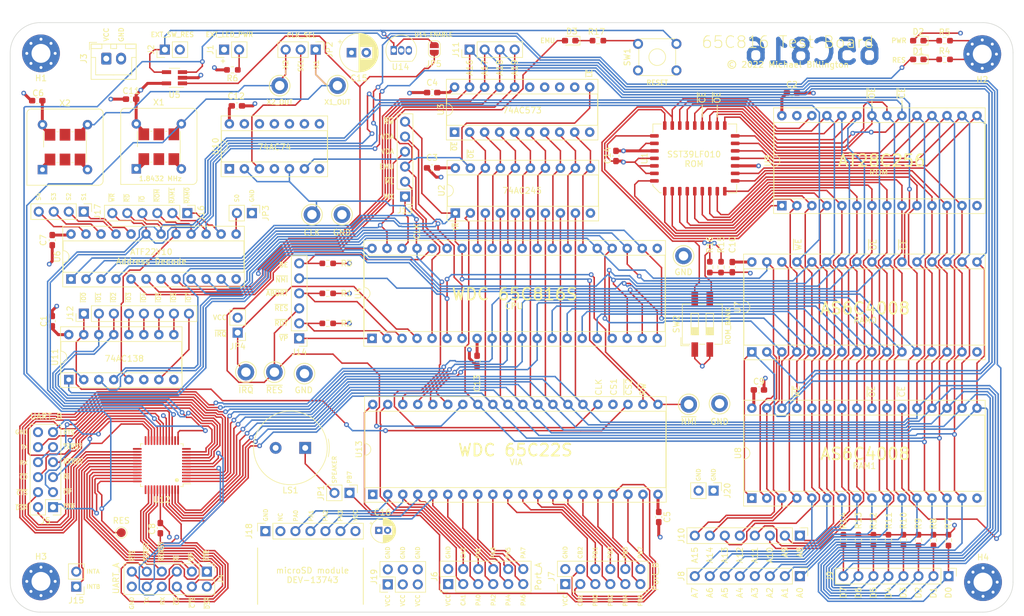
<source format=kicad_pcb>
(kicad_pcb (version 20211014) (generator pcbnew)
  (layers (0 "F.Cu" signal) (1 "In1.Cu" signal) (2 "In2.Cu" signal) (31 "B.Cu" signal) (34 "B.Paste" user) (35 "F.Paste" user) (36 "B.SilkS" user "B.Silkscreen") (37 "F.SilkS" user "F.Silkscreen") (38 "B.Mask" user) (39 "F.Mask" user) (44 "Edge.Cuts" user))
  (net 0 "")
  (net 1 "+5V")
  (net 2 "GND")
  (net 3 "Net-(D1-Pad1)")
  (net 4 "/CPU& Bank Address Latching/RES")
  (net 5 "Net-(D2-Pad1)")
  (net 6 "/CPU& Bank Address Latching/~{ABORT}")
  (net 7 "Net-(J1-Pad2)")
  (net 8 "/IO/~{UART_DTRA}")
  (net 9 "/CPU& Bank Address Latching/CLK")
  (net 10 "/CPU& Bank Address Latching/CLK_INV")
  (net 11 "/CPU& Bank Address Latching/~{RES}")
  (net 12 "/CPU& Bank Address Latching/~{RW}")
  (net 13 "/CPU& Bank Address Latching/D0")
  (net 14 "/CPU& Bank Address Latching/D1")
  (net 15 "/CPU& Bank Address Latching/D2")
  (net 16 "/CPU& Bank Address Latching/D3")
  (net 17 "/CPU& Bank Address Latching/D4")
  (net 18 "/CPU& Bank Address Latching/D5")
  (net 19 "/CPU& Bank Address Latching/D6")
  (net 20 "/CPU& Bank Address Latching/D7")
  (net 21 "/CPU& Bank Address Latching/DB7")
  (net 22 "/CPU& Bank Address Latching/DB6")
  (net 23 "/CPU& Bank Address Latching/DB5")
  (net 24 "/CPU& Bank Address Latching/DB4")
  (net 25 "/CPU& Bank Address Latching/DB3")
  (net 26 "/CPU& Bank Address Latching/DB2")
  (net 27 "/CPU& Bank Address Latching/DB1")
  (net 28 "/CPU& Bank Address Latching/DB0")
  (net 33 "/CPU& Bank Address Latching/A19")
  (net 34 "/CPU& Bank Address Latching/A18")
  (net 35 "/CPU& Bank Address Latching/A17")
  (net 36 "/CPU& Bank Address Latching/A16")
  (net 37 "/CPU& Bank Address Latching/~{NMI}")
  (net 38 "/CPU& Bank Address Latching/A0")
  (net 39 "/CPU& Bank Address Latching/A1")
  (net 40 "/CPU& Bank Address Latching/A2")
  (net 41 "/CPU& Bank Address Latching/A3")
  (net 42 "/CPU& Bank Address Latching/A4")
  (net 43 "/CPU& Bank Address Latching/A5")
  (net 44 "/CPU& Bank Address Latching/A6")
  (net 45 "/CPU& Bank Address Latching/A7")
  (net 46 "/CPU& Bank Address Latching/A8")
  (net 47 "/CPU& Bank Address Latching/A9")
  (net 48 "/CPU& Bank Address Latching/A10")
  (net 49 "/CPU& Bank Address Latching/A11")
  (net 50 "/CPU& Bank Address Latching/A12")
  (net 51 "/CPU& Bank Address Latching/A13")
  (net 52 "/CPU& Bank Address Latching/A14")
  (net 53 "/CPU& Bank Address Latching/A15")
  (net 54 "/Memory/~{RAM0CS}")
  (net 55 "/Memory/~{RAM1CS}")
  (net 56 "/Memory/~{ROMCS}")
  (net 57 "/IO/~{IOCS}")
  (net 58 "/Memory/~{RD}")
  (net 59 "/Memory/~{WR}")
  (net 60 "/Memory/S1")
  (net 61 "/Memory/S2")
  (net 62 "/Memory/S3")
  (net 63 "/Memory/S4")
  (net 64 "/IO/~{IO2}")
  (net 65 "/IO/~{IO1}")
  (net 66 "/IO/~{IO0}")
  (net 67 "/IO/~{UART_DSRA}")
  (net 68 "/IO/~{UART_OPA}")
  (net 69 "/IO/~{UART_CTSA}")
  (net 70 "/IO/~{UART_RIA}")
  (net 71 "/IO/~{UART_CDA}")
  (net 72 "/IO/~{UART_RXRDYA}")
  (net 75 "/IO/UART_TXA")
  (net 76 "/IO/~{UART_TXRDYA}")
  (net 77 "/IO/~{UART_RTSA}")
  (net 78 "/IO/~{UART_DTRB}")
  (net 79 "/IO/~{UART_DSRB}")
  (net 80 "/IO/~{UART_OPB}")
  (net 83 "/IO/~{UART_CTSB}")
  (net 84 "/IO/~{UART_RIB}")
  (net 85 "/IO/~{UART_CDB}")
  (net 86 "/IO/~{UART_RXRDYB}")
  (net 87 "/IO/UART_RXB")
  (net 89 "/IO/~{UART_TXRDYB}")
  (net 90 "/IO/UART_TXB")
  (net 91 "/IO/~{UART_RTSB}")
  (net 92 "/IO/VIA_CA1")
  (net 93 "/IO/VIA_CA2")
  (net 94 "/IO/VIA_PA0")
  (net 95 "/IO/VIA_PA1")
  (net 96 "/IO/VIA_PA2")
  (net 97 "/IO/VIA_PA3")
  (net 98 "/IO/VIA_PA4")
  (net 99 "/IO/VIA_PA5")
  (net 100 "/IO/VIA_PA6")
  (net 101 "/IO/VIA_PA7")
  (net 102 "/IO/VIA_CB1")
  (net 103 "/IO/VIA_CB2")
  (net 104 "/IO/VIA_PB0")
  (net 105 "/IO/VIA_PB1")
  (net 106 "/IO/VIA_PB2")
  (net 107 "/IO/VIA_PB3")
  (net 108 "/IO/VIA_PB4")
  (net 109 "/IO/VIA_PB5")
  (net 110 "/IO/VIA_PB6")
  (net 111 "/IO/VIA_PB7")
  (net 112 "/IO/SPEAKER")
  (net 113 "/CPU& Bank Address Latching/RDY")
  (net 114 "/CPU& Bank Address Latching/~{RES_BTN}")
  (net 115 "/CPU& Bank Address Latching/BE")
  (net 116 "/CPU& Bank Address Latching/CLK_UART")
  (net 117 "Net-(JP2-Pad2)")
  (net 118 "Net-(JP2-Pad3)")
  (net 121 "/Memory/ROMSW1")
  (net 122 "/Memory/ROMSW0")
  (net 123 "/IO/UART_RXA")
  (net 124 "/IO/~{IO3}")
  (net 125 "/IO/~{IO4}")
  (net 126 "/IO/~{IO5}")
  (net 127 "/IO/~{IO6}")
  (net 128 "/IO/~{IO7}")
  (net 129 "/CPU& Bank Address Latching/VPA")
  (net 130 "/CPU& Bank Address Latching/VDA")
  (net 131 "/CPU& Bank Address Latching/MX")
  (net 132 "/CPU& Bank Address Latching/EMU")
  (net 133 "/CPU& Bank Address Latching/~{ML}")
  (net 134 "/CPU& Bank Address Latching/~{VP}")
  (net 135 "/CPU& Bank Address Latching/~{IRQ}")
  (net 136 "/IO/UART_INTA")
  (net 137 "/IO/UART_INTB")
  (net 138 "/Memory/S0")
  (net 140 "Net-(D3-Pad1)")
  (footprint "Oscillator:Oscillator_DIP-8" (layer "F.Cu") (at 89.662 64.643)
    (fp_text reference "X1")
    (fp_text value "MXO45HS")
  )
  (footprint "TestPoint:TestPoint_Pad_D1.5mm" (layer "F.Cu") (at 87.122 126.238)
    (fp_text reference "TP3" hide)
    (fp_text value "RES")
  )
  (footprint "Connector_PinHeader_2.54mm:PinHeader_2x03_P2.54mm_Vertical" (layer "F.Cu") (at 132.207 135.001 90)
    (fp_text reference "J19")
    (fp_text value "Conn_02x06")
  )
  (footprint "Package_DIP:DIP-16_W7.62mm_Socket" (layer "F.Cu") (at 78.232 100.33 90)
    (fp_text reference "U11")
    (fp_text value "74AC138")
  )
  (footprint "Capacitor_SMD:C_0603_1608Metric_Pad1.08x0.95mm_HandSolder" (layer "F.Cu") (at 147.32 97.155 -90)
    (fp_text reference "C13")
    (fp_text value "0.1 µF")
  )
  (footprint "Package_DIP:DIP-28_W15.24mm_Socket" (layer "F.Cu") (at 198.882 70.876 90)
    (fp_text reference "U9")
    (fp_text value "AT28C256")
  )
  (footprint "MountingHole:MountingHole_3.2mm_M3_Pad_Via" (layer "F.Cu") (at 73.533 45.085)
    (fp_text reference "H1")
    (fp_text value "MountingHole_Pad")
  )
  (footprint "Package_QFP:LQFP-48_7x7mm_P0.5mm" (layer "F.Cu") (at 93.98 114.808 180)
    (fp_text reference "U12")
    (fp_text value "SC16C752")
  )
  (footprint "TestPoint:TestPoint_Keystone_5005-5009_Compact" (layer "F.Cu") (at 124.46 72.39)
    (fp_text reference "TP7" hide)
    (fp_text value "GND")
  )
  (footprint "MountingHole:MountingHole_3.2mm_M3_Pad_Via" (layer "F.Cu") (at 232.918 134.62)
    (fp_text reference "H4")
    (fp_text value "MountingHole_Pad")
  )
  (footprint "Connector_PinHeader_2.54mm:PinHeader_1x08_P2.54mm_Vertical" (layer "F.Cu") (at 227.076 133.604 -90)
    (fp_text reference "J9")
    (fp_text value "Conn_01x08")
  )
  (footprint "MountingHole:MountingHole_3.2mm_M3_Pad_Via" (layer "F.Cu") (at 73.533 134.493)
    (fp_text reference "H3")
    (fp_text value "MountingHole_Pad")
  )
  (footprint "LED_SMD:LED_0603_1608Metric_Pad1.05x0.95mm_HandSolder" (layer "F.Cu") (at 221.9725 46.106 180)
    (fp_text reference "D1")
    (fp_text value "RES")
  )
  (footprint "Package_DIP:DIP-40_W15.24mm_Socket" (layer "F.Cu") (at 129.667 119.766 90)
    (fp_text reference "U13")
    (fp_text value "W65C22S")
  )
  (footprint "Resistor_SMD:R_0603_1608Metric_Pad0.98x0.95mm_HandSolder" (layer "F.Cu") (at 211.836 127.508 90)
    (fp_text reference "R13")
    (fp_text value "10 k")
  )
  (footprint "TestPoint:TestPoint_Keystone_5005-5009_Compact" (layer "F.Cu") (at 188.341 104.394)
    (fp_text reference "TP8" hide)
    (fp_text value "GND")
  )
  (footprint "Oscillator:Oscillator_DIP-8" (layer "F.Cu") (at 73.787 64.77)
    (fp_text reference "X2")
    (fp_text value "MXO45HS")
  )
  (footprint "Resistor_SMD:R_0603_1608Metric_Pad0.98x0.95mm_HandSolder" (layer "F.Cu") (at 186.69 81.28 -90)
    (fp_text reference "R16")
    (fp_text value "10 k")
  )
  (footprint "Buzzer_Beeper:Buzzer_TDK_PS1240P02BT_D12.2mm_H6.5mm" (layer "F.Cu") (at 118.237 111.887 180)
    (fp_text reference "LS1")
    (fp_text value "Speaker")
  )
  (footprint "Package_LCC:PLCC-32_11.4x14.0mm_P1.27mm" (layer "F.Cu") (at 184.15 62.865 90)
    (fp_text reference "U1")
    (fp_text value "SST39LF010")
  )
  (footprint "Capacitor_SMD:C_0603_1608Metric_Pad1.08x0.95mm_HandSolder" (layer "F.Cu") (at 139.7 64.47 180)
    (fp_text reference "C3")
    (fp_text value "0.1 µF")
  )
  (footprint "Connector_PinHeader_2.54mm:PinHeader_1x06_P2.54mm_Vertical" (layer "F.Cu") (at 117.221 93.345 180)
    (fp_text reference "J14")
    (fp_text value "Conn_01x06")
  )
  (footprint "Connector_PinHeader_2.54mm:PinHeader_1x02_P2.54mm_Vertical" (layer "F.Cu") (at 187.33 119.126 -90)
    (fp_text reference "J20")
    (fp_text value "Conn_01x02")
  )
  (footprint "Resistor_SMD:R_0603_1608Metric_Pad0.98x0.95mm_HandSolder" (layer "F.Cu") (at 219.456 127.508 90)
    (fp_text reference "R10")
    (fp_text value "10 k")
  )
  (footprint "Resistor_SMD:R_0603_1608Metric_Pad0.98x0.95mm_HandSolder" (layer "F.Cu") (at 122.047 80.645)
    (fp_text reference "R3")
    (fp_text value "3.3 k")
  )
  (footprint "LED_SMD:LED_0603_1608Metric_Pad1.05x0.95mm_HandSolder" (layer "F.Cu") (at 163.068 42.926 180)
    (fp_text reference "D3")
    (fp_text value "EMU")
  )
  (footprint "Capacitor_SMD:C_0603_1608Metric_Pad1.08x0.95mm_HandSolder" (layer "F.Cu") (at 106.68 53.975)
    (fp_text reference "C12")
    (fp_text value "0.1 µF")
  )
  (footprint "Connector_PinHeader_2.54mm:PinHeader_1x02_P2.54mm_Vertical" (layer "F.Cu") (at 109.22 72.136 -90)
    (fp_text reference "JP3")
    (fp_text value "Jumper_2_Bridged")
  )
  (footprint "Capacitor_SMD:C_0603_1608Metric_Pad1.08x0.95mm_HandSolder" (layer "F.Cu") (at 139.72 51.72 180)
    (fp_text reference "C4")
    (fp_text value "0.1 µF")
  )
  (footprint "MountingHole:MountingHole_3.2mm_M3_Pad_Via" (layer "F.Cu") (at 232.791 45.212)
    (fp_text reference "H2")
    (fp_text value "MountingHole_Pad")
  )
  (footprint "Connector_PinHeader_2.54mm:PinHeader_2x06_P2.54mm_Vertical" (layer "F.Cu") (at 142.429609 134.946609 90)
    (fp_text reference "J6")
    (fp_text value "Port_A")
  )
  (footprint "TestPoint:TestPoint_Keystone_5005-5009_Compact" (layer "F.Cu") (at 123.698 50.546)
    (fp_text reference "TP11" hide)
    (fp_text value "X1_OUT")
  )
  (footprint "Connector_PinHeader_2.54mm:PinHeader_1x08_P2.54mm_Vertical" (layer "F.Cu") (at 201.93 126.746 -90)
    (fp_text reference "J10")
    (fp_text value "Conn_01x08")
  )
  (footprint "Resistor_SMD:R_0603_1608Metric_Pad0.98x0.95mm_HandSolder" (layer "F.Cu") (at 209.296 127.508 90)
    (fp_text reference "R14")
    (fp_text value "10 k")
  )
  (footprint "Button_Switch_THT:SW_TH_Tactile_Omron_B3F-10xx" (layer "F.Cu") (at 174.55 43.47)
    (fp_text reference "SW1")
    (fp_text value "SW_RES")
  )
  (footprint "Jumper:SolderJumper-2_P1.3mm_Open_RoundedPad1.0x1.5mm" (layer "F.Cu") (at 140.081 44.338 -90)
    (fp_text reference "JP5")
    (fp_text value "SolderJumper_2_Open")
  )
  (footprint "Connector_JST:JST_XH_B2B-XH-A_1x02_P2.50mm_Vertical" (layer "F.Cu") (at 84.582 45.974)
    (fp_text reference "J3")
    (fp_text value "Power" hide)
  )
  (footprint "Package_DIP:DIP-32_W15.24mm_Socket" (layer "F.Cu") (at 193.802 95.641 90)
    (fp_text reference "U7")
    (fp_text value "AS6C4008")
  )
  (footprint "Capacitor_SMD:C_0603_1608Metric_Pad1.08x0.95mm_HandSolder" (layer "F.Cu") (at 170.815 62.4575 -90)
    (fp_text reference "C14")
    (fp_text value "0.1 µF")
  )
  (footprint "Capacitor_SMD:C_0603_1608Metric_Pad1.08x0.95mm_HandSolder" (layer "F.Cu") (at 75.438 76.708 -90)
    (fp_text reference "C7")
    (fp_text value "0.1 µF")
  )
  (footprint "Resistor_SMD:R_0603_1608Metric_Pad0.98x0.95mm_HandSolder" (layer "F.Cu") (at 224.536 127.508 90)
    (fp_text reference "R8")
    (fp_text value "10 k")
  )
  (footprint "Connector_PinHeader_2.54mm:PinHeader_1x04_P2.54mm_Vertical" (layer "F.Cu") (at 80.772 71.882 -90)
    (fp_text reference "J17")
    (fp_text value "Conn_01x04")
  )
  (footprint "Connector_PinHeader_2.54mm:PinHeader_1x06_P2.54mm_Vertical" (layer "F.Cu") (at 135.128 69.342 180)
    (fp_text reference "J13")
    (fp_text value "Conn_01x06")
  )
  (footprint "Connector_PinHeader_2.54mm:PinHeader_1x02_P2.54mm_Vertical" (layer "F.Cu") (at 106.807 92.379 180)
    (fp_text reference "JP4")
    (fp_text value "Jumper_2_Bridged")
  )
  (footprint "Connector_PinHeader_2.54mm:PinHeader_2x06_P2.54mm_Vertical" (layer "F.Cu") (at 75.57 121.92 180)
    (fp_text reference "J5")
    (fp_text value "UART_B")
  )
  (footprint "Package_DIP:DIP-14_W7.62mm_Socket" (layer "F.Cu") (at 105.405 64.633 90)
    (fp_text reference "U10")
    (fp_text value "74AC74")
  )
  (footprint "Package_DIP:DIP-24_W7.62mm_Socket" (layer "F.Cu") (at 78.608 83.302 90)
    (fp_text reference "U6")
    (fp_text value "Address_Decoder")
  )
  (footprint "Capacitor_SMD:C_0603_1608Metric_Pad1.08x0.95mm_HandSolder" (layer "F.Cu") (at 75.438 90.424 90)
    (fp_text reference "C1")
    (fp_text value "0.1 µF")
  )
  (footprint "Capacitor_SMD:C_0603_1608Metric_Pad1.08x0.95mm_HandSolder" (layer "F.Cu") (at 72.898 53.086 180)
    (fp_text reference "C6")
    (fp_text value "0.1 µF")
  )
  (footprint "Capacitor_THT:CP_Radial_D4.0mm_P1.50mm" (layer "F.Cu") (at 130.683 125.857)
    (fp_text reference "C16")
    (fp_text value "4.7 µF")
  )
  (footprint "Connector_PinHeader_2.54mm:PinHeader_1x06_P2.54mm_Vertical" (layer "F.Cu") (at 98.298 72.136 -90)
    (fp_text reference "J16")
    (fp_text value "Conn_01x06")
  )
  (footprint "Resistor_SMD:R_0603_1608Metric_Pad0.98x0.95mm_HandSolder" (layer "F.Cu") (at 105.918 47.879 180)
    (fp_text reference "R6")
    (fp_text value "1 k")
  )
  (footprint "TestPoint:TestPoint_Keystone_5005-5009_Compact" (layer "F.Cu") (at 118.11 99.314)
    (fp_text reference "TP9" hide)
    (fp_text value "GND")
  )
  (footprint "Resistor_SMD:R_0603_1608Metric_Pad0.98x0.95mm_HandSolder" (layer "F.Cu") (at 188.595 81.28 -90)
    (fp_text reference "R15")
    (fp_text value "10 k")
  )
  (footprint "Resistor_SMD:R_0603_1608Metric_Pad0.98x0.95mm_HandSolder" (layer "F.Cu") (at 227.076 127.508 90)
    (fp_text reference "R7")
    (fp_text value "10 k")
  )
  (footprint "Resistor_SMD:R_0603_1608Metric_Pad0.98x0.95mm_HandSolder" (layer "F.Cu") (at 216.916 127.508 90)
    (fp_text reference "R11")
    (fp_text value "10 k")
  )
  (footprint "Resistor_SMD:R_0603_1608Metric_Pad0.98x0.95mm_HandSolder" (layer "F.Cu") (at 226.4175 46.106)
    (fp_text reference "R4")
    (fp_text value "1 k")
  )
  (footprint "Connector_PinHeader_2.54mm:PinHeader_1x02_P2.54mm_Vertical" (layer "F.Cu") (at 94.483 44.45 90)
    (fp_text reference "J2")
    (fp_text value "EXT_SW_RES")
  )
  (footprint "Capacitor_SMD:C_0603_1608Metric_Pad1.08x0.95mm_HandSolder" (layer "F.Cu") (at 178.054 123.5975 -90)
    (fp_text reference "C5")
    (fp_text value "0.1 µF")
  )
  (footprint "Package_TO_SOT_SMD:SOT-23-5_HandSoldering" (layer "F.Cu") (at 96.12 49.21 180)
    (fp_text reference "U5")
    (fp_text value "MIC2775")
  )
  (footprint "Resistor_SMD:R_0603_1608Metric_Pad0.98x0.95mm_HandSolder" (layer "F.Cu") (at 226.4175 42.931)
    (fp_text reference "R5")
    (fp_text value "1 k")
  )
  (footprint "Connector_PinHeader_2.54mm:PinHeader_1x02_P2.54mm_Vertical" (layer "F.Cu") (at 79.502 135.387 180)
    (fp_text reference "J15")
    (fp_text value "Conn_01x02")
  )
  (footprint "Resistor_SMD:R_0603_1608Metric_Pad0.98x0.95mm_HandSolder" (layer "F.Cu") (at 122.047 90.805)
    (fp_text reference "R2")
    (fp_text value "3.3 k")
  )
  (footprint "Package_DIP:DIP-40_W15.24mm_Socket" (layer "F.Cu") (at 129.54 93.345 90)
    (fp_text reference "U4")
    (fp_text value "W65C816S")
  )
  (footprint "Connector_PinHeader_2.54mm:PinHeader_2x06_P2.54mm_Vertical" (layer "F.Cu") (at 101.6 132.842 -90)
    (fp_text reference "J4")
    (fp_text value "UART_A")
  )
  (footprint "Capacitor_SMD:C_0603_1608Metric_Pad1.08x0.95mm_HandSolder" (layer "F.Cu") (at 88.773 52.832 180)
    (fp_text reference "C11")
    (fp_text value "0.1 µF")
  )
  (footprint "Package_DIP:DIP-20_W7.62mm_Socket" (layer "F.Cu") (at 143.51 58.42 90)
    (fp_text reference "U3")
    (fp_text value "74AC573")
  )
  (footprint "TestPoint:TestPoint_Keystone_5005-5009_Compact" (layer "F.Cu") (at 113.03 99.06)
    (fp_text reference "TP4" hide)
    (fp_text value "~{RES}")
  )
  (footprint "Capacitor_SMD:C_0603_1608Metric_Pad1.08x0.95mm_HandSolder" (layer "F.Cu") (at 93.726 125.476 -90)
    (fp_text reference "C8")
    (fp_text value "0.1 µF")
  )
  (footprint "Connector_PinHeader_2.54mm:PinHeader_1x02_P2.54mm_Vertical" (layer "F.Cu") (at 125.73 119.507 -90)
    (fp_text reference "JP1")
    (fp_text value "Speaker_Enable")
  )
  (footprint "TestPoint:TestPoint_Keystone_5005-5009_Compact" (layer "F.Cu") (at 183.134 104.521)
    (fp_text reference "TP6" hide)
    (fp_text value "~{NMI}")
  )
  (footprint "Connector_PinSocket_2.54mm:PinSocket_1x07_P2.54mm_Vertical" (layer "F.Cu") (at 111.5006 125.9844 90)
    (fp_text reference "J18")
    (fp_text value "Conn_01x07")
  )
  (footprint "Resistor_SMD:R_0603_1608Metric_Pad0.98x0.95mm_HandSolder" (layer "F.Cu") (at 221.996 127.508 90)
    (fp_text reference "R9")
    (fp_text value "10 k")
  )
  (footprint "LED_SMD:LED_0603_1608Metric_Pad1.05x0.95mm_HandSolder" (layer "F.Cu") (at 221.9725 42.931 180)
    (fp_text reference "D2")
    (fp_text value "PWR")
  )
  (footprint "Resistor_SMD:R_0603_1608Metric_Pad0.98x0.95mm_HandSolder" (layer "F.Cu") (at 122.047 85.725)
    (fp_text reference "R1")
    (fp_text value "3.3 k")
  )
  (footprint "Connector_PinHeader_2.54mm:PinHeader_1x02_P2.54mm_Vertical" (layer "F.Cu") (at 104.516 44.45 90)
    (fp_text reference "J1")
    (fp_text value "EXT_LED_PWR")
  )
  (footprint "TestPoint:TestPoint_Keystone_5005-5009_Compact" (layer "F.Cu") (at 108.204 99.06)
    (fp_text reference "TP5" hide)
    (fp_text value "~{IRQ}")
  )
  (footprint "Capacitor_SMD:C_0603_1608Metric_Pad1.08x0.95mm_HandSolder" (layer "F.Cu") (at 195 102.07)
    (fp_text reference "C9")
    (fp_text value "0.1 µF")
  )
  (footprint "TestPoint:TestPoint_Keystone_5005-5009_Compact" (layer "F.Cu") (at 119.38 72.39)
    (fp_text reference "TP1" hide)
    (fp_text value "CLK")
  )
  (footprint "Oscillator:Oscillator_SMD_IDT_JU6-6_7.0x5.0mm_P2.54mm" (layer "F.Cu") (at 77.597 60.96 90)
    (fp_text reference "X2_ALT")
    (fp_text value "Oscillator_SMD_IDT_JU6-6_7.0x5.0mm_P2.54mm")
  )
  (footprint "Oscillator:Oscillator_SMD_IDT_JU6-6_7.0x5.0mm_P2.54mm" (layer "F.Cu") (at 93.472 60.892 90)
    (fp_text reference "X1_ALT")
    (fp_text value "Oscillator_SMD_IDT_JU6-6_7.0x5.0mm_P2.54mm")
  )
  (footprint "Button_Switch_SMD:SW_DIP_SPSTx02_Slide_6.7x6.64mm_W8.61mm_P2.54mm_LowProfile" (layer "F.Cu") (at 185.42 90.932 90)
    (fp_text reference "SW2")
    (fp_text value "SW_DIP_x02")
  )
  (footprint "Connector_PinHeader_2.54mm:PinHeader_1x08_P2.54mm_Vertical" (layer "F.Cu") (at 80.787 89.154 90)
    (fp_text reference "J12")
    (fp_text value "Conn_01x08")
  )
  (footprint "Capacitor_THT:CP_Radial_D6.3mm_P2.50mm" (layer "F.Cu") (at 126.071621 44.958)
    (fp_text reference "C15")
    (fp_text value "100 µF")
  )
  (footprint "Package_DIP:DIP-20_W7.62mm_Socket" (layer "F.Cu") (at 143.637 72.131 90)
    (fp_text reference "U2")
    (fp_text value "74AC245")
  )
  (footprint "TestPoint:TestPoint_Keystone_5005-5009_Compact" (layer "F.Cu") (at 113.919 50.546)
    (fp_text reference "TP2" hide)
    (fp_text value "X2_OUT")
  )
  (footprint "Connector_PinHeader_2.54mm:PinHeader_2x06_P2.54mm_Vertical" (layer "F.Cu") (at 162.241609 134.946609 90)
    (fp_text reference "J7")
    (fp_text value "Port_B")
  )
  (footprint "TestPoint:TestPoint_Keystone_5005-5009_Compact" (layer "F.Cu") (at 182.245 79.375)
    (fp_text reference "TP10" hide)
    (fp_text value "GND")
  )
  (footprint "Resistor_SMD:R_0603_1608Metric_Pad0.98x0.95mm_HandSolder" (layer "F.Cu") (at 167.767 42.926)
    (fp_text reference "R17")
    (fp_text value "1 k")
  )
  (footprint "Connector_PinHeader_2.54mm:PinHeader_1x03_P2.54mm_Vertical" (layer "F.Cu") (at 120.015 44.45 -90)
    (fp_text reference "JP2")
    (fp_text value "CLK_SEL")
  )
  (footprint "Connector_PinHeader_2.54mm:PinHeader_1x04_P2.54mm_Vertical" (layer "F.Cu") (at 146.06 44.45 90)
    (fp_text reference "J11")
    (fp_text value "Conn_01x04")
  )
  (footprint "Connector_PinHeader_2.54mm:PinHeader_1x08_P2.54mm_Vertical" (layer "F.Cu") (at 201.93 133.604 -90)
    (fp_text reference "J8")
    (fp_text value "Conn_01x08")
  )
  (footprint "Package_DIP:DIP-32_W15.24mm_Socket" (layer "F.Cu") (at 193.802 120.401 90)
    (fp_text reference "U8")
    (fp_text value "AS6C4008")
  )
  (footprint "Package_TO_SOT_THT:TO-92_Inline" (layer "F.Cu") (at 133.223 44.577)
    (fp_text reference "U14")
    (fp_text value "DS1813-5+")
  )
  (footprint "Resistor_SMD:R_0603_1608Metric_Pad0.98x0.95mm_HandSolder" (layer "F.Cu") (at 214.376 127.508 90)
    (fp_text reference "R12")
    (fp_text value "10 k")
  )
  (footprint "Capacitor_SMD:C_0603_1608Metric_Pad1.08x0.95mm_HandSolder" (layer "F.Cu") (at 200.59 51.79)
    (fp_text reference "C2")
    (fp_text value "0.1 µF")
  )
  (footprint "Capacitor_SMD:C_0603_1608Metric_Pad1.08x0.95mm_HandSolder" (layer "F.Cu") (at 190.5 81.28 -90)
    (fp_text reference "C10")
    (fp_text value "0.1 µF")
  )
  (gr_line (start 120.015 47.7266) (end 120.015 48.641) (layer "F.SilkS") (width 0.15))
  (gr_line (start 128.0668 128.8288) (end 128.0668 138.3792) (layer "F.SilkS") (width 0.15))
  (gr_line (start 185.42 53.848) (end 185.42 55.88) (layer "F.SilkS") (width 0.15))
  (gr_line (start 110.1852 128.8288) (end 110.1852 138.3792) (layer "F.SilkS") (width 0.15))
  (gr_line (start 219.202 53.086) (end 219.202 54.102) (layer "F.SilkS") (width 0.15))
  (gr_line (start 114.935 47.879) (end 114.935 48.641) (layer "F.SilkS") (width 0.15))
  (gr_line (start 187.96 53.848) (end 187.96 55.88) (layer "F.SilkS") (width 0.15))
  (gr_circle (center 96.52 117.348) (end 96.774 117.348) (layer "F.SilkS") (width 0.15) (fill solid))
  (gr_line (start 214.122 53.086) (end 214.122 54.102) (layer "F.SilkS") (width 0.15))
  (gr_line (start 120.015 48.641) (end 121.793 50.419) (layer "F.SilkS") (width 0.15))
  (gr_arc (start 232.918 39.878) (mid 236.510102 41.365898) (end 237.998 44.958) (layer "Edge.Cuts") (width 0.1))
  (gr_arc (start 237.998 134.62) (mid 236.510102 138.212102) (end 232.918 139.7) (layer "Edge.Cuts") (width 0.1))
  (gr_line (start 73.406 39.878) (end 232.918 39.878) (layer "Edge.Cuts") (width 0.1))
  (gr_arc (start 73.406 139.7) (mid 69.813898 138.212102) (end 68.326 134.62) (layer "Edge.Cuts") (width 0.1))
  (gr_line (start 232.918 139.7) (end 73.406 139.7) (layer "Edge.Cuts") (width 0.1))
  (gr_line (start 237.998 44.958) (end 237.998 134.62) (layer "Edge.Cuts") (width 0.1))
  (gr_line (start 68.326 134.62) (end 68.326 44.958) (layer "Edge.Cuts") (width 0.1))
  (gr_arc (start 68.326 44.958) (mid 69.813898 41.365898) (end 73.406 39.878) (layer "Edge.Cuts") (width 0.1))
  (gr_text "65C816" (at 204.089 44.831) (layer "B.Cu") (effects (font (size 4 4) (thickness 0.75)) (justify mirror)))
  (gr_text "~{RXRDY}" (at 93.98 131.191 90) (layer "F.SilkS") (effects (font (size 0.7 0.7) (thickness 0.13)) (justify left)))
  (gr_text "~{OE}" (at 146.304 62.992 90) (layer "F.SilkS") (effects (font (size 0.8 0.8)) (justify left)))
  (gr_text "~{WR}" (at 85.598 70.358 90) (layer "F.SilkS") (effects (font (size 0.7 0.7) (thickness 0.13)) (justify left)))
  (gr_text "PB3" (at 169.861609 130.745609 90) (layer "F.SilkS") (effects (font (size 0.7 0.7) (thickness 0.13)) (justify left)))
  (gr_text "PA1" (at 147.509609 130.745609 90) (layer "F.SilkS") (effects (font (size 0.7 0.7) (thickness 0.13)) (justify left)))
  (gr_text "GND" (at 132.207 130.81 90) (layer "F.SilkS") (effects (font (size 0.7 0.7) (thickness 0.13)) (justify left)))
  (gr_text "VCC" (at 126.746 124.4346 90) (layer "F.SilkS") (effects (font (size 0.7 0.7) (thickness 0.13)) (justify left)))
  (gr_text "~{RTS}" (at 77.216 109.347) (layer "F.SilkS") (effects (font (size 0.7 0.7) (thickness 0.13)) (justify left)))
  (gr_text "CS1" (at 170.434 103.124 90) (layer "F.SilkS") (effects (font (size 1 1)) (justify left)))
  (gr_text "EMU" (at 159.258 42.926) (layer "F.SilkS") (effects (font (size 0.8 0.8))))
  (gr_text "VCC" (at 132.207 136.652 90) (layer "F.SilkS") (effects (font (size 0.7 0.7) (thickness 0.13)) (justify right)))
  (gr_text "~{NMI}" (at 115.443 83.439) (layer "F.SilkS") (effects (font (size 0.8 0.8)) (justify right)))
  (gr_text "A2" (at 196.85 136.398 90) (layer "F.SilkS") (effects (font (size 1 1))))
  (gr_text "65C816 Test Board" (at 199.898 43.18) (layer "F.SilkS") (effects (font (size 2 2))))
  (gr_text "~{ROM}" (at 93.218 70.358 90) (layer "F.SilkS") (effects (font (size 0.7 0.7) (thickness 0.13)) (justify left)))
  (gr_text "~{OP}" (at 99.06 131.191 90) (layer "F.SilkS") (effects (font (size 0.7 0.7) (thickness 0.13)) (justify left)))
  (gr_text "~{IO4}" (at 90.932 87.376 90) (layer "F.SilkS") (effects (font (size 0.7 0.7) (thickness 0.13)) (justify left)))
  (gr_text "~{CD}" (at 96.52 137.033 90) (layer "F.SilkS") (effects (font (size 0.7 0.7) (thickness 0.13)) (justify right)))
  (gr_text "EMU" (at 133.35 64.262) (layer "F.SilkS") (effects (font (size 0.8 0.8)) (justify right)))
  (gr_text "~{DTR}" (at 101.6 131.191 90) (layer "F.SilkS") (effects (font (size 0.7 0.7) (thickness 0.13)) (justify left)))
  (gr_text "PB4" (at 172.401609 136.587609 90) (layer "F.SilkS") (effects (font (size 0.7 0.7) (thickness 0.13)) (justify right)))
  (gr_text "A11" (at 194.31 130.048 90) (layer "F.SilkS") (effects (font (size 1 1))))
  (gr_text "INTB" (at 81.153 135.387) (layer "F.SilkS") (effects (font (size 0.7 0.7) (thickness 0.13)) (justify left)))
  (gr_text "CLK" (at 167.894 103.124 90) (layer "F.SilkS") (effects (font (size 1 1)) (justify left)))
  (gr_text "TX" (at 71.374 111.76) (layer "F.SilkS") (effects (font (size 0.7 0.7) (thickness 0.13)) (justify right)))
  (gr_text "~{CD}" (at 71.374 116.84) (layer "F.SilkS") (effects (font (size 0.7 0.7) (thickness 0.13)) (justify right)))
  (gr_text "PB7" (at 174.941609 130.745609 90) (layer "F.SilkS") (effects (font (size 0.7 0.7) (thickness 0.13)) (justify left)))
  (gr_text "~{IO2}" (at 85.852 87.376 90) (layer "F.SilkS") (effects (font (size 0.7 0.7) (thickness 0.13)) (justify left)))
  (gr_text "~{RXRDY}" (at 77.216 114.3) (layer "F.SilkS") (effects (font (size 0.7 0.7) (thickness 0.13)) (justify left)))
  (gr_text "D7" (at 209.296 136.398 90) (layer "F.SilkS") (effects (font (size 1 1))))
  (gr_text "VIA" (at 153.924 114.3) (layer "F.SilkS") (effects (font (size 1 1))))
  (gr_text "TX" (at 91.44 137.033 90) (layer "F.SilkS") (effects (font (size 0.7 0.7) (thickness 0.13)) (justify right)))
  (gr_text "A1" (at 199.39 136.398 90) (layer "F.SilkS") (effects (font (size 1 1))))
  (gr_text "D2" (at 221.996 136.398 90) (layer "F.SilkS") (effects (font (size 1 1))))
  (gr_text "SST39LF010\nROM" (at 184.023 62.992) (layer "F.SilkS") (effects (font (size 1 1))))
  (gr_text "VDA" (at 133.35 59.182) (layer "F.SilkS") (effects (font (size 0.8 0.8)) (justify right)))
  (gr_text "PA0" (at 147.509609 136.587609 90) (layer "F.SilkS") (effects (font (size 0.7 0.7) (thickness 0.13)) (justify right)))
  (gr_text "~{IO1}" (at 83.312 87.376 90) (layer "F.SilkS") (effects (font (size 0.7 0.7) (thickness 0.13)) (justify left)))
  (gr_text "~{VP}" (at 115.443 93.345) (layer "F.SilkS") (effects (font (size 0.8 0.8)) (justify right)))
  (gr_text "D0" (at 227.076 136.398 90) (layer "F.SilkS") (effects (font (size 1 1))))
  (gr_text "~{WE}" (at 201.676 77.47 90) (layer "F.SilkS") (effects (font (size 1 1))))
  (gr_text "PA1" (at 119.2276 124.46 90) (layer "F.SilkS") (effects (font (size 0.7 0.7) (thickness 0.13)) (justify left)))
  (gr_text "INTA" (at 81.153 132.817) (layer "F.SilkS") (effects (font (size 0.7 0.7) (thickness 0.13)) (justify left)))
  (gr_text "PA4" (at 152.589609 136.587609 90) (layer "F.SilkS") (effects (font (size 0.7 0.7) (thickness 0.13)) (justify right)))
  (gr_text "~{IO3}" (at 88.392 87.376 90) (layer "F.SilkS") (effects (font (size 0.7 0.7) (thickness 0.13)) (justify left)))
  (gr_text "~{CE}" (at 219.202 102.362 90) (layer "F.SilkS") (effects (font (size 1 1))))
  (gr_text "~{OE}" (at 214.376 77.47 90) (layer "F.SilkS") (effects (font (size 1 1))))
  (gr_text "74AC138" (at 87.63 96.774) (layer "F.SilkS") (effects (font (size 1 1))))
  (gr_text "~{TXRDY}" (at 91.44 131.191 90) (layer "F.SilkS") (effects (font (size 0.7 0.7) (thickness 0.13)) (justify left)))
  (gr_text "GND" (at 187.325 117.602 90) (layer "F.SilkS") (effects (font (size 0.7 0.7) (thickness 0.13)) (justify left)))
  (gr_text "SEL" (at 117.475 45.974 90) (layer "F.SilkS") (effects (font (size 0.8 0.8)) (justify right)))
  (gr_text "GND" (at 111.5568 124.4092 90) (layer "F.SilkS") (effects (font (size 0.7 0.7) (thickness 0.13)) (justify left)))
  (gr_text "A9" (at 199.39 129.54 90) (layer "F.SilkS") (effects (font (size 1 1))))
  (gr_text "~{OE}" (at 214.122 51.816 90) (layer "F.SilkS") (effects (font (size 1 1))))
  (gr_text "RX" (at 71.374 114.427) (layer "F.SilkS") (effects (font (size 0.7 0.7) (thickness 0.13)) (justify right)))
  (gr_text "PA3" (at 124.206 124.46 90) (layer "F.SilkS") (effects (font (size 0.7 0.7) (thickness 0.13)) (justify left)))
  (gr_text "R~{W}" (at 175.387 103.124 90) (layer "F.SilkS") (effects (font (size 1 1)) (justify left)))
  (gr_text "PA5" (at 152.589609 130.745609 90) (layer "F.SilkS") (effects (font (size 0.7 0.7) (thickness 0.13)) (justify left)))
  (gr_text "~{RW}" (at 133.35 56.642) (layer "F.SilkS") (effects (font (size 0.8 0.8)) (justify right)))
  (gr_text "WDC 65C816S" (at 153.67 85.852) (layer "F.SilkS") (effects (font (size 2 2) (thickness 0.3))))
  (gr_text "ROM_BANK" (at 189.7888 91.2114 90) (layer "F.SilkS") (effects (font (size 0.8 0.8))))
  (gr_text "microSD module\nDEV-13743" (at 119.4816 133.4516) (layer "F.SilkS") (effects (font (size 1 1))))
  (gr_text "GND" (at 137.287 130.81 90) (layer "F.SilkS") (effects (font (size 0.7 0.7) (thickness 0.13)) (justify left)))
  (gr_text "GND" (at 142.429609 130.745609 90) (layer "F.SilkS") (effects (font (size 0.7 0.7) (thickness 0.13)) (justify left)))
  (gr_text "VCC" (at 134.747 136.652 90) (layer "F.SilkS") (effects (font (size 0.7 0.7) (thickness 0.13)) (justify right)))
  (gr_text "~{OP}" (at 77.216 119.38) (layer "F.SilkS") (effects (font (size 0.7 0.7) (thickness 0.13)) (justify left)))
  (gr_text "1.8432 MHz" (at 93.726 66.294) (layer "F.SilkS") (effects (font (size 0.8 0.8))))
  (gr_text "RES" (at 218.694 46.228) (layer "F.SilkS") (effects (font (size 0.8 0.8))))
  (gr_text "~{RI}" (at 77.216 116.84) (layer "F.SilkS") (effects (font (size 0.7 0.7) (thickness 0.13)) (justify left)))
  (gr_text "~{RES}" (at 115.443 88.265) (layer "F.SilkS") (effects (font (size 0.8 0.8)) (justify right)))
  (gr_text "D4" (at 216.916 136.398 90) (layer "F.SilkS") (effects (font (size 1 1))))
  (gr_text "~{CE}" (at 219.202 51.816 90) (layer "F.SilkS") (effects (font (size 1 1))))
  (gr_text "X2" (at 114.935 46.101 90) (layer "F.SilkS") (effects (font (size 0.8 0.8)) (justify right)))
  (gr_text "VCC" (at 162.241609 136.587609 90) (layer "F.SilkS") (effects (font (size 0.7 0.7) (thickness 0.13)) (justify right)))
  (gr_text "74AC245" (at 154.94 68.326) (layer "F.SilkS") (effects (font (size 1 1))))
  (gr_text "D1" (at 224.536 136.398 90) (layer "F.SilkS") (effects (font (size 1 1))))
  (gr_text "PB2" (at 169.891609 136.587609 90) (layer "F.SilkS") (effects (font (size 0.7 0.7) (thickness 0.13)) (justify right)))
  (gr_text "74AC74" (at 113.03 60.96) (layer "F.SilkS") (effects (font (size 1 1))))
  (gr_text "CB2" (at 164.781609 130.745609 90) (layer "F.SilkS") (effects (font (size 0.7 0.7) (thickness 0.13)) (justify left)))
  (gr_text "RX" (at 94.107 137.033 90) (layer "F.SilkS") (effects (font (size 0.7 0.7) (thickness 0.13)) (justify right)))
  (gr_text "RAM0" (at 212.979 90.297) (layer "F.SilkS") (effects (font (size 1 1))))
  (gr_text "~{OE}" (at 143.51 59.944 90) (layer "F.SilkS") (effects (font (size 0.8 0.8)) (justify right)))
  (gr_text "NC" (at 114.046 124.4092 90) (layer "F.SilkS") (effects (font (size 0.7 0.7) (thickness 0.13)) (justify left)))
  (gr_text "A19" (at 153.67 47.498 90) (layer "F.SilkS") (effects (font (size 1 1))))
  (gr_text "CA2" (at 144.969609 130.745609 90) (layer "F.SilkS") (effects (font (size 0.7 0.7) (thickness 0.13)) (justify left)))
  (gr_text "~{WE}" (at 201.422 102.362 90) (layer "F.SilkS") (effects (font (size 1 1))))
  (gr_text "ATF22V10\nAddress Decode" (at 92.202 79.502) (layer "F.SilkS") (effects (font (size 1 1))))
  (gr_text "U14_ENABLE" (at 139.954 41.91) (layer "F.SilkS") (effects (font (size 0.7 0.7) (thickness 0.13))))
  (gr_text "~{IO5}" (at 93.472 87.376 90) (layer "F.SilkS") (effects (font (size 0.7 0.7) (thickness 0.13)) (justify left)))
  (gr_text "A16" (at 146.05 47.498 90) (layer "F.SilkS") (effects (font (size 1 1))))
  (gr_text "RESET" (at 177.8 50.038) (layer "F.SilkS") (effects (font (size 0.8 0.8))))
  (gr_text "GND" (at 71.374 109.22) (layer "F.SilkS") (effects (font (size 0.7 0.7) (thickness 0.13)) (justify right)))
  (gr_text "CLK" (at 137.16 76.708 90) (layer "F.SilkS") (effects (font (size 1 1)) (justify left)))
  (gr_text "PB1" (at 167.321609 130.745609 90) (layer "F.SilkS") (effects (font (size 0.7 0.7) (thickness 0.13)) (justify left)))
  (gr_text "D5" (at 214.376 136.398 90) (layer "F.SilkS") (effects (font (size 1 1))))
  (gr_text "S1" (at 80.772 70.104 90) (layer "F.SilkS") (effects (font (size 0.7 0.7) (thickness 0.13)) (justify left)))
  (gr_text "S4" (at 73.152 70.104 90) (layer "F.SilkS") (effects (font (size 0.7 0.7) (thickness 0.13)) (justify left)))
  (gr_text "~{IO0}" (at 80.772 87.376 90) (layer "F.SilkS") (effects (font (size 0.7 0.7) (thickness 0.13)) (justify left)))
  (gr_text "~{RD}" (at 88.138 70.358 90) (layer "F.SilkS") (effects (font (size 0.7 0.7) (thickness 0.13)) (justify left)))
  (gr_text "A0" (at 201.93 136.398 90) (layer "F.SilkS") (effects (font (size 1 1))))
  (gr_text "GND" (at 162.241609 130.745609 90) (layer "F.SilkS") (effects (font (size 0.7 0.7) (thickness 0.13)) (justify left)))
  (gr_text "PA2" (at 150.079609 136.587609 90) (layer "F.SilkS") (effects (font (size 0.7 0.7) (thickness 0.13)) (justify right)))
  (gr_text "CPU" (at 153.543 87.884) (layer "F.SilkS") (effects (font (size 1 1))))
  (gr_text "A17" (at 148.59 47.498 90) (layer "F.SilkS") (effects (font (size 1 1))))
  (gr_text "PB6" (at 174.941609 136.587609 90) (layer "F.SilkS") (effects (font (size 0.7 0.7) (thickness 0.13)) (justify right)))
  (gr_text "BE" (at 115.443 80.899) (layer "F.SilkS") (effects (font (size 0.8 0.8)) (justify right)))
  (gr_text "~{IRQ}" (at 105.029 92.633) (layer "F.SilkS") (effects (font (size 0.8 0.8)) (justify right)))
  (gr_text "VCC" (at 84.582 41.91 90) (layer "F.SilkS") (effects (font (size 0.8 0.8))))
  (gr_text "~{CTS}" (at 99.187 137.033 90) (layer "F.SilkS") (effects (font (size 0.7 0.7) (thickness 0.13)) (justify right)))
  (gr_text "CB1" (at 164.781609 136.587609 90) (layer "F.SilkS") (effects (font (size 0.7 0.7) (thickness 0.13)) (justify right)))
  (gr_text "A8" (at 201.93 129.54 90) (layer "F.SilkS") (effects (font (size 1 1))))
  (gr_text "A14" (at 186.69 130.048 90) (layer "F.SilkS") (effects (font (size 1 1))))
  (gr_text "PA0" (at 116.6368 124.46 90) (layer "F.SilkS") (effects (font (size 0.7 0.7) (thickness 0.13)) (justify left)))
  (gr_text "D6" (at 211.836 136.398 90) (layer "F.SilkS") (effects (font (size 1 1))))
  (gr_text "VCC" (at 105.029 89.809) (layer "F.SilkS") (effects (font (size 0.8 0.8)) (justify right)))
  (gr_text "~{DSR}" (at 101.727 137.033 90) (layer "F.SilkS") (effects (font (size 0.7 0.7) (thickness 0.13)) (justify right)))
  (gr_text "AS6C4008" (at 212.979 88.265) (layer "F.SilkS") (effects (font (size 2 2) (thickness 0.3))))
  (gr_text "~{RAM1}" (at 95.758 70.612 90) (layer "F.SilkS") (effects (font (size 0.7 0.7) (thickness 0.13)) (justify left)))
  (gr_text "PA7" (at 155.129609 130.745609 90) (layer "F.SilkS") (effects (font (size 0.7 0.7) (thickness 0.13)) (justify left)))
  (gr_text "S2" (at 78.232 70.104 90) (layer "F.SilkS") (effects (font (size 0.7 0.7) (thickness 0.13)) (justify left)))
  (gr_text "WDC 65C22S" (at 153.797 112.268) (layer "F.SilkS") (effects (font (size 2 2) (thickness 0.3))))
  (gr_text "~{OE}" (at 214.122 102.362 90) (layer "F.SilkS") (effects (font (size 1 1))))
  (gr_text "PWR" (at 218.694 42.926) (layer "F.SilkS") (effects (font (size 0.8 0.8))))
  (gr_text "SPEAKER" (at 123.19 117.983 90) (layer "F.SilkS") (effects (font (size 0.7 0.7) (thickness 0.13)) (justify left)))
  (gr_text "~{RDY}" (at 115.443 90.805) (layer "F.SilkS") (effects (font (size 0.8 0.8)) (justify right)))
  (gr_text "~{DTR}" (at 77.216 121.92) (layer "F.SilkS") (effects (font (size 0.7 0.7) (thickness 0.13)) (justify left)))
  (gr_text "PB5" (at 172.401609 130.745609 90) (layer "F.SilkS") (effects (font (size 0.7 0.7) (thickness 0.13)) (justify left)))
  (gr_text "A12" (at 191.77 130.048 90) (layer "F.SilkS") (effects (font (size 1 1))))
  (gr_text "PA2" (at 121.666 124.46 90) (layer "F.SilkS") (effects (font (size 0.7 0.7) (thickness 0.13)) (justify left)))
  (gr_text "~{CE}" (at 219.456 77.47 90) (layer "F.SilkS") (effects (font (size 1 1))))
  (gr_text "~{RAM0}" (at 98.298 70.612 90) (layer "F.SilkS") (effects (font (size 0.7 0.7) (thickness 0.13)) (justify left)))
  (gr_text "A7" (at 184.15 136.398 90) (layer "F.SilkS") (effects (font (size 1 1))))
  (gr_text "A15" (at 184.15 130.048 90) (layer "F.SilkS") (effects (font (size 1 1))))
  (gr_text "74AC573" (at 154.94 54.737) (layer "F.SilkS") (effects (font (size 1 1))))
  (gr_text "~{CS2}" (at 172.974 103.124 90) (layer "F.SilkS") (effects (font (size 1 1)) (justify left)))
  (gr_text "~{RI}" (at 96.52 131.191 90) (layer "F.SilkS") (effects (font (size 0.7 0.7) (thickness 0.13)) (justify left)))
  (gr_text "PA3" (at 150.049609 130.745609 90) (layer "F.SilkS") (effects (font (size 0.7 0.7) (thickness 0.13)) (justify left)))
  (gr_text "PA6" (at 155.129609 136.587609 90) (layer "F.SilkS") (effects (font (size 0.7 0.7) (thickness 0.13)) (justify right)))
  (gr_text "A5" (at 189.23 136.398 90) (layer "F.SilkS") (effects (font (size 1 1))))
  (gr_text "PB0" (at 167.321609 136.587609 90) (layer "F.SilkS") (effects (font (size 0.7 0.7) (thickness 0.13)) (justify right)))
  (gr_text "VCC" (at 137.287 136.652 90) (layer "F.SilkS") (effects (font (size 0.7 0.7) (thickness 0.13)) (justify right)))
  (gr_text "AS6C4008" (at 212.979 112.903) (layer "F.SilkS") (effects (font (size 2 2) (thickness 0.3))))
  (gr_text "S3" (at 75.692 70.104 90) (layer "F.SilkS") (effects (font (size 0.7 0.7) (thickness 0.13)) (justify left)))
  (gr_text "T~{R}" (at 143.764 73.66 90) (layer "F.SilkS") (effects (font (size 0.8 0.8)) (justify right)))
  (gr_text "VCC" (at 142.429609 136.587609 90) (layer "F.SilkS") (effects (font (size 0.7 0.7) (thickness 0.13)) (justify right)))
  (gr_text "PB7" (at 125.73 117.983 90) (layer "F.SilkS") (effects (font (size 0.7 0.7) (thickness 0.13)) (justify left)))
  (gr_text "~{OE}" (at 187.96 52.578 90) (layer "F.SilkS") (effects (font (size 1 1))))
  (gr_text "~{ABORT}" (at 115.443 85.725) (layer "F.SilkS") (effects (font (size 0.8 0.8)) (justify right)))
  (gr_text "~{CTS}" (at 71.374 119.507) (layer "F.SilkS") (effects (font (size 0.7 0.7) (thickness 0.13)) (justify right)))
  (gr_text "+" (at 104.3178 46.3296) (layer "F.SilkS") (effects (font (size 0.8 0.8))))
  (gr_text "A18" (at 151.13 47.498 90) (layer "F.SilkS") (effects (font (size 1 1))))
  (gr_text "~{DSR}" (at 71.374 122.047) (layer "F.SilkS") (effects (font (size 0.7 0.7) (thickness 0.13)) (justify right)))
  (gr_text "~{CE}" (at 185.42 52.578 90) (layer "F.SilkS") (effects (font (size 1 1))))
  (gr_text "VDA" (at 133.35 61.692) (layer "F.SilkS") (effects (font (size 0.8 0.8)) (justify right)))
  (gr_text "X1" (at 120.142 46.101 90) (layer "F.SilkS") (effects (font (size 0.8 0.8)) (justify right)))
  (gr_text "GND" (at 109.22 70.358 90) (layer "F.SilkS") (effects (font (size 0.7 0.7) (thickness 0.13)) (justify left)))
  (gr_text "~{LE}" (at 166.37 49.276 90) (layer "F.SilkS") (effects (font (size 0.8 0.8)) (justify left)))
  (gr_text "~{IO6}" (at 96.012 87.376 90) (layer "F.SilkS") (effects (font (size 0.7 0.7) (thickness 0.13)) (justify left)))
  (gr_text "A13" (at 189.23 130.048 90) (layer "F.SilkS") (effects (font (size 1 1))))
  (gr_text "GND" (at 88.9 137.033 90) (layer "F.SilkS") (effects (font (size 0.7 0.7) (thickness 0.13)) (justify right)))
  (gr_text "~{RTS}" (at 89.027 131.191 90) (layer "F.SilkS") (effects (font (size 0.7 0.7) (thickness 0.13)) (justify left)))
  (gr_text "GND" (at 184.785 117.602 90) (layer "F.SilkS") (effects (font (size 0.7 0.7) (thickness 0.13)) (justify left)))
  (gr_text "RAM1" (at 212.852 114.935) (layer "F.SilkS") (effects (font (size 1 1))))
  (gr_text "~{IO}" (at 90.678 70.358 90) (layer "F.SilkS") (effects (font (size 0.7 0.7) (thickness 0.13)) (justify left)))
  (gr_text "~{TXRDY}" (at 77.216 111.76) (layer "F.SilkS") (effects (font (size 0.7 0.7) (thickness 0.13)) (justify left)))
  (gr_text "CA1" (at 144.969609 136.587609 90) (layer "F.SilkS") (effects (font (size 0.7 0.7) (thickness 0.13)) (justify right)))
  (gr_text "MX" (at 133.35 69.342) (layer "F.SilkS") (effects (font (size 0.8 0.8)) (justify right)))
  (gr_text "AT28C256" (at 215.773 63.246) (layer "F.SilkS") (effects (font (size 2 2) (thickness 0.3))))
  (gr_text "A10" (at 196.85 130.048 90) (layer "F.SilkS") (effects (font (size 1 1))))
  (gr_text "A3" (at 194.31 136.398 90) (layer "F.SilkS") (effects (font (size 1 1))))
  (gr_text "© 2022 Michael Billington" (at 199.898 46.99) (layer "F.SilkS") (effects (font (size 1 1))))
  (gr_text "S0" (at 106.68 70.358 90) (layer "F.SilkS") (effects (font (size 0.7 0.7) (thickness 0.13)) (justify left)))
  (gr_text "A4" (at 191.77 136.398 90) (layer "F.SilkS") (effects (font (size 1 1))))
  (gr_text "ROM" (at 215.265 65.278) (layer "F.SilkS") (effects (font (size 1 1))))
  (gr_text "~{ML}" (at 133.35 66.802) (layer "F.SilkS") (effects (font (size 0.8 0.8)) (justify right)))
  (gr_text "GND" (at 87.122 41.91 90) (layer "F.SilkS") (effects (font (size 0.8 0.8))))
  (gr_text "D3" (at 219.456 136.398 90) (layer "F.SilkS") (effects (font (size 1 1))))
  (gr_text "GND" (at 134.747 130.81 90) (layer "F.SilkS") (effects (font (size 0.7 0.7) (thickness 0.13)) (justify left)))
  (gr_text "A6" (at 186.69 136.398 90) (layer "F.SilkS") (effects (font (size 1 1))))
  (gr_text "~{IO7}" (at 98.552 87.376 90) (layer "F.SilkS") (effects (font (size 0.7 0.7) (thickness 0.13)) (justify left)))
  (segment (start 193.7855 80.4175) (end 193.802 80.401) (width 0.5) (layer "F.Cu") (net 1))
  (segment (start 75.438 75.8455) (end 78.4445 75.8455) (width 0.5) (layer "F.Cu") (net 1))
  (segment (start 73.787 64.77) (end 73.787 64.33) (width 0.5) (layer "F.Cu") (net 1))
  (segment (start 90.043 64.643) (end 90.932 63.754) (width 0.5) (layer "F.Cu") (net 1))
  (segment (start 90.932 58.293) (end 89.662 57.023) (width 0.5) (layer "F.Cu") (net 1))
  (segment (start 142.59 51.72) (end 143.51 50.8) (width 0.5) (layer "F.Cu") (net 1))
  (segment (start 89.6355 52.832) (end 89.6355 56.9965) (width 0.5) (layer "F.Cu") (net 1))
  (segment (start 93.73 118.9705) (end 93.73 124.6095) (width 0.25) (layer "F.Cu") (net 1))
  (segment (start 172.085 61.595) (end 174.625 61.595) (width 0.5) (layer "F.Cu") (net 1))
  (segment (start 122.9595 85.725) (end 125.73 85.725) (width 0.25) (layer "F.Cu") (net 1))
  (segment (start 147.32 93.345) (end 147.32 96.2925) (width 0.5) (layer "F.Cu") (net 1))
  (segment (start 122.9595 80.645) (end 125.73 80.645) (width 0.25) (layer "F.Cu") (net 1))
  (segment (start 174.625 61.595) (end 175.895 60.325) (width 0.25) (layer "F.Cu") (net 1))
  (segment (start 91.572 50.16) (end 90.424 51.308) (width 0.5) (layer "F.Cu") (net 1))
  (segment (start 184.15 95.237) (end 184.15 96.774) (width 0.25) (layer "F.Cu") (net 1))
  (segment (start 73.787 57.15) (end 73.787 57.59) (width 0.5) (layer "F.Cu") (net 1))
  (segment (start 214.376 126.5955) (end 211.836 126.5955) (width 0.25) (layer "F.Cu") (net 1))
  (segment (start 143.596 64.47) (end 143.637 64.511) (width 0.5) (layer "F.Cu") (net 1))
  (segment (start 95.25 126.1375) (end 95.25 127) (width 0.25) (layer "F.Cu") (net 1))
  (segment (start 75.438 91.2865) (end 75.438 91.694) (width 0.5) (layer "F.Cu") (net 1))
  (segment (start 140.5625 64.47) (end 143.596 64.47) (width 0.5) (layer "F.Cu") (net 1))
  (segment (start 105.405 54.3875) (end 105.8175 53.975) (width 0.5) (layer "F.Cu") (net 1))
  (segment (start 73.7605 53.086) (end 73.7605 57.1235) (width 0.5) (layer "F.Cu") (net 1))
  (segment (start 78.4445 75.8455) (end 78.608 75.682) (width 0.5) (layer "F.Cu") (net 1))
  (segment (start 228.092 124.968) (end 228.092 125.5795) (width 0.25) (layer "F.Cu") (net 1))
  (segment (start 177.927 122.608) (end 178.054 122.735) (width 0.5) (layer "F.Cu") (net 1))
  (segment (start 221.996 126.5955) (end 219.456 126.5955) (width 0.25) (layer "F.Cu") (net 1))
  (segment (start 190.5 80.4175) (end 193.7855 80.4175) (width 0.5) (layer "F.Cu") (net 1))
  (segment (start 177.927 119.766) (end 177.927 122.608) (width 0.5) (layer "F.Cu") (net 1))
  (segment (start 140.5825 51.72) (end 142.59 51.72) (width 0.5) (layer "F.Cu") (net 1))
  (segment (start 93.73 124.6095) (end 93.726 124.6135) (width 0.25) (layer "F.Cu") (net 1))
  (segment (start 90.932 63.754) (end 90.932 62.992) (width 0.5) (layer "F.Cu") (net 1))
  (segment (start 185.42 98.044) (end 186.69 96.774) (width 0.25) (layer "F.Cu") (net 1))
  (segment (start 227.076 126.5955) (end 224.536 126.5955) (width 0.25) (layer "F.Cu") (net 1))
  (segment (start 198.882 52.6355) (end 199.7275 51.79) (width 0.5) (layer "F.Cu") (net 1))
  (segment (start 194.1375 102.07) (end 194.1375 104.8255) (width 0.5) (layer "F.Cu") (net 1))
  (segment (start 90.932 58.792) (end 90.932 58.293) (width 0.5) (layer "F.Cu") (net 1))
  (segment (start 75.438 91.694) (end 76.454 92.71) (width 0.5) (layer "F.Cu") (net 1))
  (segment (start 224.536 126.5955) (end 221.996 126.5955) (width 0.25) (layer "F.Cu") (net 1))
  (segment (start 122.9595 90.805) (end 125.73 90.805) (width 0.25) (layer "F.Cu") (net 1))
  (segment (start 89.6355 52.0965) (end 90.424 51.308) (width 0.5) (layer "F.Cu") (net 1))
  (segment (start 216.916 126.5955) (end 214.376 126.5955) (width 0.25) (layer "F.Cu") (net 1))
  (segment (start 228.092 125.5795) (end 227.076 126.5955) (width 0.25) (layer "F.Cu") (net 1))
  (segment (start 175.895 60.325) (end 177.3125 60.325) (width 0.25) (layer "F.Cu") (net 1))
  (segment (start 94.77 50.16) (end 91.572 50.16) (width 0.5) (layer "F.Cu") (net 1))
  (segment (start 93.726 124.6135) (end 95.25 126.1375) (width 0.25) (layer "F.Cu") (net 1))
  (segment (start 73.787 57.59) (end 75.057 58.86) (width 0.5) (layer "F.Cu") (net 1))
  (segment (start 105.405 57.013) (end 105.405 54.3875) (width 0.5) (layer "F.Cu") (net 1))
  (segment (start 170.815 61.595) (end 172.085 61.595) (width 0.5) (layer "F.Cu") (net 1))
  (segment (start 76.454 92.71) (end 78.232 92.71) (width 0.5) (layer "F.Cu") (net 1))
  (segment (start 89.6355 52.832) (end 89.6355 52.0965) (width 0.5) (layer "F.Cu") (net 1))
  (segment (start 211.836 126.5955) (end 209.296 126.5955) (width 0.25) (layer "F.Cu") (net 1))
  (segment (start 221.0975 42.931) (end 222.3725 41.656) (width 0.25) (layer "F.Cu") (net 1))
  (segment (start 194.1375 104.8255) (end 193.802 105.161) (width 0.5) (layer "F.Cu") (net 1))
  (segment (start 186.69 96.774) (end 186.69 95.237) (width 0.25) (layer "F.Cu") (net 1))
  (segment (start 222.3725 41.656) (end 229.108 41.656) (width 0.25) (layer "F.Cu") (net 1))
  (segment (start 89.6355 56.9965) (end 89.662 57.023) (width 0.5) (layer "F.Cu") (net 1))
  (segment (start 219.456 126.5955) (end 216.916 126.5955) (width 0.25) (layer "F.Cu") (net 1))
  (segment (start 184.15 96.774) (end 185.42 98.044) (width 0.25) (layer "F.Cu") (net 1))
  (segment (start 73.7605 57.1235) (end 73.787 57.15) (width 0.5) (layer "F.Cu") (net 1))
  (segment (start 198.882 55.636) (end 198.882 52.6355) (width 0.5) (layer "F.Cu") (net 1))
  (segment (start 73.787 64.33) (end 75.057 63.06) (width 0.5) (layer "F.Cu") (net 1))
  (segment (start 174.625 61.595) (end 177.3125 61.595) (width 0.5) (layer "F.Cu") (net 1))
  (segment (start 89.662 64.643) (end 90.043 64.643) (width 0.5) (layer "F.Cu") (net 1))
  (via (at 185.42 98.044) (size 0.8) (drill 0.4) (layers "F.Cu" "B.Cu") (net 1))
  (via (at 125.73 85.725) (size 0.8) (drill 0.4) (layers "F.Cu" "B.Cu") (net 1))
  (via (at 172.085 61.595) (size 0.8) (drill 0.4) (layers "F.Cu" "B.Cu") (net 1))
  (via (at 125.73 90.805) (size 0.8) (drill 0.4) (layers "F.Cu" "B.Cu") (net 1))
  (via (at 90.424 51.308) (size 0.8) (drill 0.4) (layers "F.Cu" "B.Cu") (net 1))
  (via (at 95.25 127) (size 0.8) (drill 0.4) (layers "F.Cu" "B.Cu") (net 1))
  (via (at 229.108 41.656) (size 0.8) (drill 0.4) (layers "F.Cu" "B.Cu") (net 1))
  (via (at 125.73 80.645) (size 0.8) (drill 0.4) (layers "F.Cu" "B.Cu") (net 1))
  (via (at 228.092 124.968) (size 0.8) (drill 0.4) (layers "F.Cu" "B.Cu") (net 1))
  (segment (start 87.9105 52.832) (end 85.344 52.832) (width 0.5) (layer "F.Cu") (net 2))
  (segment (start 146.0125 95.25) (end 146.0125 96.71) (width 0.5) (layer "F.Cu") (net 2))
  (segment (start 193.3945 82.1425) (end 193.548 82.296) (width 0.25) (layer "F.Cu") (net 2))
  (segment (start 135.986 51.72) (end 135.89 51.816) (width 0.5) (layer "F.Cu") (net 2))
  (segment (start 204.19 51.79) (end 204.216 51.816) (width 0.5) (layer "F.Cu") (net 2))
  (segment (start 227.33 42.931) (end 230.51 42.931) (width 0.25) (layer "F.Cu") (net 2))
  (segment (start 186.69 82.1925) (end 190.45 82.1925) (width 0.25) (layer "F.Cu") (net 2))
  (segment (start 141.224 66.04) (end 140.4075 66.04) (width 0.5) (layer "F.Cu") (net 2))
  (segment (start 169.35952 62.67952) (end 170 63.32) (width 0.25) (layer "F.Cu") (net 2))
  (segment (start 103.251 47.879) (end 102.87 47.498) (width 0.5) (layer "F.Cu") (net 2))
  (segment (start 170.816436 59.055) (end 169.35952 60.511916) (width 0.25) (layer "F.Cu") (net 2))
  (segment (start 105.0055 47.879) (end 103.251 47.879) (width 0.5) (layer "F.Cu") (net 2))
  (segment (start 75.438 88.646) (end 76.2 87.884) (width 0.5) (layer "F.Cu") (net 2))
  (segment (start 231.643 46.106) (end 232.791 44.958) (width 0.25) (layer "F.Cu") (net 2))
  (segment (start 190.5 82.1425) (end 193.3945 82.1425) (width 0.25) (layer "F.Cu") (net 2))
  (segment (start 201.4525 51.79) (end 204.19 51.79) (width 0.5) (layer "F.Cu") (net 2))
  (segment (start 190.45 82.1925) (end 190.5 82.1425) (width 0.25) (layer "F.Cu") (net 2))
  (segment (start 97.47 49.21) (end 100.142 49.21) (width 0.5) (layer "F.Cu") (net 2))
  (segment (start 178.054 126.746) (end 178.308 127) (width 0.5) (layer "F.Cu") (net 2))
  (segment (start 75.438 80.264) (end 74.93 80.772) (width 0.5) (layer "F.Cu") (net 2))
  (segment (start 170 63.32) (end 170.815 63.32) (width 0.25) (layer "F.Cu") (net 2))
  (segment (start 71.882 53.086) (end 70.612 51.816) (width 0.5) (layer "F.Cu") (net 2))
  (segment (start 96.012 63.373) (end 97.282 64.643) (width 0.5) (layer "F.Cu") (net 2))
  (segment (start 175.895 65.405) (end 177.3125 65.405) (width 0.25) (layer "F.Cu") (net 2))
  (segment (start 172.085 63.5) (end 173.99 63.5) (width 0.25) (layer "F.Cu") (net 2))
  (segment (start 169.35952 60.511916) (end 169.35952 62.67952) (width 0.25) (layer "F.Cu") (net 2))
  (segment (start 170.815 63.32) (end 171.905 63.32) (width 0.5) (layer "F.Cu") (net 2))
  (segment (start 96.52 127) (end 95.54416 127.97584) (width 0.25) (layer "F.Cu") (net 2))
  (segment (start 107.5425 53.975) (end 109.347 53.975) (width 0.5) (layer "F.Cu") (net 2))
  (segment (start 178.054 124.46) (end 178.054 126.746) (width 0.5) (layer "F.Cu") (net 2))
  (segment (start 173.99 63.5) (end 174.625 62.865) (width 0.25) (layer "F.Cu") (net 2))
  (segment (start 93.726 127.97584) (end 93.726 126.3385) (width 0.25) (layer "F.Cu") (net 2))
  (segment (start 80.137 63.06) (end 80.137 63.5) (width 0.5) (layer "F.Cu") (net 2))
  (segment (start 195.8625 100.3015) (end 196.088 100.076) (width 0.5) (layer "F.Cu") (net 2))
  (segment (start 168.6795 42.926) (end 174.006 42.926) (width 0.25) (layer "F.Cu") (net 2))
  (segment (start 100.142 49.21) (end 100.584 48.768) (width 0.5) (layer "F.Cu") (net 2))
  (segment (start 75.438 77.5705) (end 75.438 80.264) (width 0.5) (layer "F.Cu") (net 2))
  (segment (start 231.897 46.106) (end 232.791 45.212) (width 0.25) (layer "F.Cu") (net 2))
  (segment (start 174.625 64.135) (end 175.895 65.405) (width 0.25) (layer "F.Cu") (net 2))
  (segment (start 177.3125 62.865) (end 174.625 62.865) (width 0.25) (layer "F.Cu") (net 2))
  (segment (start 94.73 106.922) (end 94.234 106.426) (width 0.25) (layer "F.Cu") (net 2))
  (segment (start 75.438 89.5615) (end 75.438 88.646) (width 0.5) (layer "F.Cu") (net 2))
  (segment (start 95.54416 127.97584) (end 93.726 127.97584) (width 0.25) (layer "F.Cu") (net 2))
  (segment (start 174.006 42.926) (end 174.55 43.47) (width 0.25) (layer "F.Cu") (net 2))
  (segment (start 177.3125 59.055) (end 170.816436 59.055) (width 0.25) (layer "F.Cu") (net 2))
  (segment (start 227.33 46.106) (end 231.897 46.106) (width 0.25) (layer "F.Cu") (net 2))
  (segment (start 140.4075 66.04) (end 138.8375 64.47) (width 0.5) (layer "F.Cu") (net 2))
  (segment (start 72.0355 53.086) (end 71.882 53.086) (width 0.5) (layer "F.Cu") (net 2))
  (segment (start 138.8575 51.72) (end 135.986 51.72) (width 0.5) (layer "F.Cu") (net 2))
  (segment (start 230.51 42.931) (end 232.791 45.212) (width 0.25) (layer "F.Cu") (net 2))
  (segment (start 195.8625 102.07) (end 195.8625 100.3015) (width 0.5) (layer "F.Cu") (net 2))
  (segment (start 171.905 63.32) (end 172.085 63.5) (width 0.5) (layer "F.Cu") (net 2))
  (segment (start 94.73 110.6455) (end 94.73 106.922) (width 0.25) (layer "F.Cu") (net 2))
  (segment (start 173.99 63.5) (end 174.625 64.135) (width 0.25) (layer "F.Cu") (net 2))
  (segment (start 80.137 63.5) (end 81.407 64.77) (width 0.5) (layer "F.Cu") (net 2))
  (segment (start 146.0125 96.71) (end 147.32 98.0175) (width 0.5) (layer "F.Cu") (net 2))
  (segment (start 109.347 53.975) (end 109.728 53.594) (width 0.5) (layer "F.Cu") (net 2))
  (segment (start 174.625 64.135) (end 177.3125 64.135) (width 0.25) (layer "F.Cu") (net 2))
  (segment (start 190.9875 64.135) (end 194.945 64.135) (width 0.5) (layer "F.Cu") (net 2))
  (segment (start 96.012 62.992) (end 96.012 63.373) (width 0.5) (layer "F.Cu") (net 2))
  (via (at 96.52 127) (size 0.8) (drill 0.4) (layers "F.Cu" "B.Cu") (net 2))
  (via (at 70.612 51.816) (size 0.8) (drill 0.4) (layers "F.Cu" "B.Cu") (net 2))
  (via (at 135.89 51.816) (size 0.8) (drill 0.4) (layers "F.Cu" "B.Cu") (net 2))
  (via (at 146.0125 95.25) (size 0.8) (drill 0.4) (layers "F.Cu" "B.Cu") (net 2))
  (via (at 100.584 48.768) (size 0.8) (drill 0.4) (layers "F.Cu" "B.Cu") (net 2))
  (via (at 74.93 80.772) (size 0.8) (drill 0.4) (layers "F.Cu" "B.Cu") (net 2))
  (via (at 172.085 63.5) (size 0.8) (drill 0.4) (layers "F.Cu" "B.Cu") (net 2))
  (via (at 109.728 53.594) (size 0.8) (drill 0.4) (layers "F.Cu" "B.Cu") (net 2))
  (via (at 196.088 100.076) (size 0.8) (drill 0.4) (layers "F.Cu" "B.Cu") (net 2))
  (via (at 85.344 52.832) (size 0.8) (drill 0.4) (layers "F.Cu" "B.Cu") (net 2))
  (via (at 194.945 64.135) (size 0.8) (drill 0.4) (layers "F.Cu" "B.Cu") (net 2))
  (via (at 178.308 127) (size 0.8) (drill 0.4) (layers "F.Cu" "B.Cu") (net 2))
  (via (at 204.216 51.816) (size 0.8) (drill 0.4) (layers "F.Cu" "B.Cu") (net 2))
  (via (at 76.2 87.884) (size 0.8) (drill 0.4) (layers "F.Cu" "B.Cu") (net 2))
  (via (at 94.234 106.426) (size 0.8) (drill 0.4) (layers "F.Cu" "B.Cu") (net 2))
  (via (at 193.548 82.296) (size 0.8) (drill 0.4) (layers "F.Cu" "B.Cu") (net 2))
  (via (at 102.87 47.498) (size 0.8) (drill 0.4) (layers "F.Cu" "B.Cu") (net 2))
  (via (at 141.224 66.04) (size 0.8) (drill 0.4) (layers "F.Cu" "B.Cu") (net 2))
  (segment (start 222.8475 46.106) (end 225.505 46.106) (width 0.25) (layer "F.Cu") (net 3))
  (segment (start 83.82 119.888) (end 83.11824 119.18624) (width 0.25) (layer "F.Cu") (net 4))
  (segment (start 220.594 46.106) (end 219.202 47.498) (width 0.25) (layer "F.Cu") (net 4))
  (segment (start 83.82 124.206) (end 85.852 126.238) (width 0.25) (layer "F.Cu") (net 4))
  (segment (start 97.47 48.26) (end 99.822 48.26) (width 0.25) (layer "F.Cu") (net 4))
  (segment (start 100.838 47.244) (end 100.838 46.482) (width 0.25) (layer "F.Cu") (net 4))
  (segment (start 99.822 48.26) (end 100.838 47.244) (width 0.25) (layer "F.Cu") (net 4))
  (segment (start 83.11824 118.04976) (end 83.61 117.558) (width 0.25) (layer "F.Cu") (net 4))
  (segment (start 221.0975 46.106) (end 220.594 46.106) (width 0.25) (layer "F.Cu") (net 4))
  (segment (start 83.82 122.174) (end 83.82 124.206) (width 0.25) (layer "F.Cu") (net 4))
  (segment (start 83.82 122.174) (end 83.82 119.888) (width 0.25) (layer "F.Cu") (net 4))
  (segment (start 83.61 117.558) (end 89.8175 117.558) (width 0.25) (layer "F.Cu") (net 4))
  (segment (start 85.852 126.238) (end 87.122 126.238) (width 0.25) (layer "F.Cu") (net 4))
  (segment (start 83.11824 119.18624) (end 83.11824 118.04976) (width 0.25) (layer "F.Cu") (net 4))
  (via (at 83.82 122.174) (size 0.8) (drill 0.4) (layers "F.Cu" "B.Cu") (net 4))
  (via (at 100.838 46.482) (size 0.8) (drill 0.4) (layers "F.Cu" "B.Cu") (net 4))
  (via (at 219.202 47.498) (size 0.8) (drill 0.4) (layers "F.Cu" "B.Cu") (net 4))
  (segment (start 85.344 120.65) (end 83.82 122.174) (width 0.25) (layer "B.Cu") (net 4))
  (segment (start 84.11416 105.70416) (end 85.344 106.934) (width 0.25) (layer "B.Cu") (net 4))
  (segment (start 85.344 106.934) (end 85.344 120.65) (width 0.25) (layer "B.Cu") (net 4))
  (segment (start 154.110197 41.71448) (end 132.655802 41.71448) (width 0.25) (layer "B.Cu") (net 4))
  (segment (start 158.154118 45.7584) (end 154.110197 41.71448) (width 0.25) (layer "B.Cu") (net 4))
  (segment (start 168.189271 45.7584) (end 158.154118 45.7584) (width 0.25) (layer "B.Cu") (net 4))
  (segment (start 131.267239 42.502853) (end 130.420386 41.656) (width 0.25) (layer "B.Cu") (net 4))
  (segment (start 100.838 43.942) (end 100.838 46.482) (width 0.25) (layer "B.Cu") (net 4))
  (segment (start 83.049386 54.102) (end 70.866 54.102) (width 0.25) (layer "B.Cu") (net 4))
  (segment (start 219.202 47.498) (end 217.406591 49.293409) (width 0.25) (layer "B.Cu") (net 4))
  (segment (start 90.669386 46.482) (end 83.049386 54.102) (width 0.25) (layer "B.Cu") (net 4))
  (segment (start 70.866 54.102) (end 70.67048 54.29752) (width 0.25) (layer "B.Cu") (net 4))
  (segment (start 172.723783 50.292911) (end 168.189271 45.7584) (width 0.25) (layer "B.Cu") (net 4))
  (segment (start 100.838 46.482) (end 90.669386 46.482) (width 0.25) (layer "B.Cu") (net 4))
  (segment (start 131.867429 42.502853) (end 131.267239 42.502853) (width 0.25) (layer "B.Cu") (net 4))
  (segment (start 103.124 41.656) (end 100.838 43.942) (width 0.25) (layer "B.Cu") (net 4))
  (segment (start 132.655802 41.71448) (end 131.867429 42.502853) (width 0.25) (layer "B.Cu") (net 4))
  (segment (start 70.67048 99.376786) (end 76.997853 105.70416) (width 0.25) (layer "B.Cu") (net 4))
  (segment (start 76.997853 105.70416) (end 84.11416 105.70416) (width 0.25) (layer "B.Cu") (net 4))
  (segment (start 203.171106 49.293409) (end 202.171604 50.292911) (width 0.25) (layer "B.Cu") (net 4))
  (segment (start 217.406591 49.293409) (end 203.171106 49.293409) (width 0.25) (layer "B.Cu") (net 4))
  (segment (start 70.67048 54.29752) (end 70.67048 99.376786) (width 0.25) (layer "B.Cu") (net 4))
  (segment (start 130.420386 41.656) (end 103.124 41.656) (width 0.25) (layer "B.Cu") (net 4))
  (segment (start 202.171604 50.292911) (end 172.723783 50.292911) (width 0.25) (layer "B.Cu") (net 4))
  (segment (start 222.8475 42.931) (end 225.505 42.931) (width 0.25) (layer "F.Cu") (net 5))
  (segment (start 117.221 85.725) (end 118.491 85.725) (width 0.25) (layer "F.Cu") (net 6))
  (segment (start 119.888 87.122) (end 127 87.122) (width 0.25) (layer "F.Cu") (net 6))
  (segment (start 118.491 85.725) (end 119.888 87.122) (width 0.25) (layer "F.Cu") (net 6))
  (segment (start 133.495489 92.220489) (end 134.62 93.345) (width 0.25) (layer "F.Cu") (net 6))
  (segment (start 118.491 85.725) (end 121.1345 85.725) (width 0.25) (layer "F.Cu") (net 6))
  (segment (start 132.098489 92.220489) (end 133.495489 92.220489) (width 0.25) (layer "F.Cu") (net 6))
  (segment (start 127 87.122) (end 132.098489 92.220489) (width 0.25) (layer "F.Cu") (net 6))
  (segment (start 107.056 47.6535) (end 107.056 44.45) (width 0.25) (layer "F.Cu") (net 7))
  (segment (start 106.8305 47.879) (end 107.056 47.6535) (width 0.25) (layer "F.Cu") (net 7))
  (segment (start 82.578 116.558) (end 82.2192 116.9168) (width 0.25) (layer "F.Cu") (net 8))
  (segment (start 91.997158 130.22344) (end 98.98144 130.22344) (width 0.25) (layer "F.Cu") (net 8))
  (segment (start 91.313718 129.54) (end 91.997158 130.22344) (width 0.25) (layer "F.Cu") (net 8))
  (segment (start 89.8175 116.558) (end 82.578 116.558) (width 0.25) (layer "F.Cu") (net 8))
  (segment (start 82.2192 123.3672) (end 88.392 129.54) (width 0.25) (layer "F.Cu") (net 8))
  (segment (start 88.392 129.54) (end 91.313718 129.54) (width 0.25) (layer "F.Cu") (net 8))
  (segment (start 82.2192 116.9168) (end 82.2192 123.3672) (width 0.25) (layer "F.Cu") (net 8))
  (segment (start 98.98144 130.22344) (end 101.6 132.842) (width 0.25) (layer "F.Cu") (net 8))
  (segment (start 140.954752 99.038211) (end 137.826483 102.16648) (width 0.25) (layer "F.Cu") (net 9))
  (segment (start 134.05352 102.16648) (end 133.331511 102.888489) (width 0.25) (layer "F.Cu") (net 9))
  (segment (start 137.16 77.4954) (end 137.16 78.105) (width 0.25) (layer "F.Cu") (net 9))
  (segment (start 141.115489 84.019726) (end 141.115489 97.71754) (width 0.25) (layer "F.Cu") (net 9))
  (segment (start 133.331511 102.888489) (end 133.331511 104.883511) (width 0.25) (layer "F.Cu") (net 9))
  (segment (start 141.356275 83.77894) (end 141.115489 84.019726) (width 0.25) (layer "F.Cu") (net 9))
  (segment (start 136.906 108.458) (end 163.835 108.458) (width 0.25) (layer "F.Cu") (net 9))
  (segment (start 133.331511 104.883511) (end 136.906 108.458) (width 0.25) (layer "F.Cu") (net 9))
  (segment (start 137.0584 73.1895) (end 137.0584 77.3938) (width 0.25) (layer "F.Cu") (net 9))
  (segment (start 137.826483 102.16648) (end 134.05352 102.16648) (width 0.25) (layer "F.Cu") (net 9))
  (segment (start 163.835 108.458) (end 167.767 104.526) (width 0.25) (layer "F.Cu") (net 9))
  (segment (start 141.115489 97.71754) (end 140.954752 97.878277) (width 0.25) (layer "F.Cu") (net 9))
  (segment (start 137.0584 77.3938) (end 137.16 77.4954) (width 0.25) (layer "F.Cu") (net 9))
  (segment (start 140.954752 97.878277) (end 140.954752 99.038211) (width 0.25) (layer "F.Cu") (net 9))
  (via (at 141.356275 83.77894) (size 0.8) (drill 0.4) (layers "F.Cu" "B.Cu") (net 9))
  (via (at 137.0584 73.1895) (size 0.8) (drill 0.4) (layers "F.Cu" "B.Cu") (net 9))
  (segment (start 132.588 70.866) (end 134.874 70.866) (width 0.25) (layer "B.Cu") (net 9))
  (segment (start 107.945 64.633) (end 110.114 66.802) (width 0.25) (layer "B.Cu") (net 9))
  (segment (start 137.0584 73.0504) (end 137.0584 73.1895) (width 0.25) (layer "B.Cu") (net 9))
  (segment (start 127.733833 72.544449) (end 136.413349 72.544449) (width 0.25) (layer "B.Cu") (net 9))
  (segment (start 120.142 71.628) (end 119.38 72.39) (width 0.25) (layer "B.Cu") (net 9))
  (segment (start 131.826 70.104) (end 132.588 70.866) (width 0.25) (layer "B.Cu") (net 9))
  (segment (start 78.608 83.302) (end 82.17408 79.73592) (width 0.25) (layer "B.Cu") (net 9))
  (segment (start 134.874 70.866) (end 137.0584 73.0504) (width 0.25) (layer "B.Cu") (net 9))
  (segment (start 120.142 70.104) (end 131.826 70.104) (width 0.25) (layer "B.Cu") (net 9))
  (segment (start 115.57 66.802) (end 115.824 67.056) (width 0.25) (layer "B.Cu") (net 9))
  (segment (start 110.114 66.802) (end 115.57 66.802) (width 0.25) (layer "B.Cu") (net 9))
  (segment (start 115.565 64.633) (end 115.565 66.797) (width 0.25) (layer "B.Cu") (net 9))
  (segment (start 115.565 66.797) (end 115.824 67.056) (width 0.25) (layer "B.Cu") (net 9))
  (segment (start 118.872 70.104) (end 120.142 70.104) (width 0.25) (layer "B.Cu") (net 9))
  (segment (start 115.824 67.056) (end 118.872 70.104) (width 0.25) (layer "B.Cu") (net 9))
  (segment (start 137.16 79.582665) (end 141.356275 83.77894) (width 0.25) (layer "B.Cu") (net 9))
  (segment (start 126.051802 74.22648) (end 127.733833 72.544449) (width 0.25) (layer "B.Cu") (net 9))
  (segment (start 136.413349 72.544449) (end 137.0584 73.1895) (width 0.25) (layer "B.Cu") (net 9))
  (segment (start 120.142 70.104) (end 120.142 71.628) (width 0.25) (layer "B.Cu") (net 9))
  (segment (start 137.16 78.105) (end 137.16 79.582665) (width 0.25) (layer "B.Cu") (net 9))
  (segment (start 112.971521 74.22648) (end 126.051802 74.22648) (width 0.25) (layer "B.Cu") (net 9))
  (segment (start 107.462081 79.73592) (end 112.971521 74.22648) (width 0.25) (layer "B.Cu") (net 9))
  (segment (start 82.17408 79.73592) (end 107.462081 79.73592) (width 0.25) (layer "B.Cu") (net 9))
  (segment (start 163.83 56.896) (end 145.542 56.896) (width 0.25) (layer "F.Cu") (net 10))
  (segment (start 144.761511 63.095511) (end 146.177 64.511) (width 0.25) (layer "F.Cu") (net 10))
  (segment (start 144.761511 57.676489) (end 144.761511 63.095511) (width 0.25) (layer "F.Cu") (net 10))
  (segment (start 166.37 50.8) (end 166.37 54.356) (width 0.25) (layer "F.Cu") (net 10))
  (segment (start 145.542 56.896) (end 144.761511 57.676489) (width 0.25) (layer "F.Cu") (net 10))
  (segment (start 166.37 54.356) (end 163.83 56.896) (width 0.25) (layer "F.Cu") (net 10))
  (segment (start 144.404 62.738) (end 137.16 62.738) (width 0.25) (layer "B.Cu") (net 10))
  (segment (start 137.16 62.738) (end 136.906 62.992) (width 0.25) (layer "B.Cu") (net 10))
  (segment (start 146.177 64.511) (end 144.404 62.738) (width 0.25) (layer "B.Cu") (net 10))
  (segment (start 136.906 62.992) (end 119.746 62.992) (width 0.25) (layer "B.Cu") (net 10))
  (segment (start 119.746 62.992) (end 118.105 64.633) (width 0.25) (layer "B.Cu") (net 10))
  (segment (start 120.65 42.164) (end 114.886978 42.164) (width 0.25) (layer "F.Cu") (net 11))
  (segment (start 106.172 88.265) (end 105.029 89.408) (width 0.25) (layer "F.Cu") (net 11))
  (segment (start 107.975107 88.265) (end 106.172 88.265) (width 0.25) (layer "F.Cu") (net 11))
  (segment (start 127.508 72.387128) (end 127.508 50.8) (width 0.25) (layer "F.Cu") (net 11))
  (segment (start 129.54 78.105) (end 125.095 78.105) (width 0.25) (layer "F.Cu") (net 11))
  (segment (start 137.033 49.022) (end 138.43 47.625) (width 0.25) (layer "F.Cu") (net 11))
  (segment (start 117.221 88.265) (end 113.03 92.456) (width 0.25) (layer "F.Cu") (net 11))
  (segment (start 128.778 97.536) (end 124.46 97.536) (width 0.25) (layer "F.Cu") (net 11))
  (segment (start 115.443 76.454) (end 123.441128 76.454) (width 0.25) (layer "F.Cu") (net 11))
  (segment (start 114.886978 42.164) (end 106.890978 50.16) (width 0.25) (layer "F.Cu") (net 11))
  (segment (start 124.46 97.536) (end 122.936 96.012) (width 0.25) (layer "F.Cu") (net 11))
  (segment (start 130.302 105.4813) (end 130.791511 104.991789) (width 0.25) (layer "F.Cu") (net 11))
  (segment (start 121.666 43.18) (end 120.65 42.164) (width 0.25) (layer "F.Cu") (net 11))
  (segment (start 139.065 47.625) (end 140.081 46.609) (width 0.25) (layer "F.Cu") (net 11))
  (segment (start 127.508 50.8) (end 127.4445 50.7365) (width 0.25) (layer "F.Cu") (net 11))
  (segment (start 129.159 49.022) (end 137.033 49.022) (width 0.25) (layer "F.Cu") (net 11))
  (segment (start 123.441128 76.454) (end 127.508 72.387128) (width 0.25) (layer "F.Cu") (net 11))
  (segment (start 124.4984 78.7016) (end 116.37399 78.7016) (width 0.25) (layer "F.Cu") (net 11))
  (segment (start 116.37399 78.7016) (end 112.828903 82.246687) (width 0.25) (layer "F.Cu") (net 11))
  (segment (start 116.078 96.012) (end 122.936 96.012) (width 0.25) (layer "F.Cu") (net 11))
  (segment (start 121.666 44.958) (end 121.666 43.18) (width 0.25) (layer "F.Cu") (net 11))
  (segment (start 130.791511 99.549511) (end 128.778 97.536) (width 0.25) (layer "F.Cu") (net 11))
  (segment (start 111.305489 100.784511) (end 113.03 99.06) (width 0.25) (layer "F.Cu") (net 11))
  (segment (start 125.095 78.105) (end 124.4984 78.7016) (width 0.25) (layer "F.Cu") (net 11))
  (segment (start 107.007511 100.784511) (end 111.305489 100.784511) (width 0.25) (layer "F.Cu") (net 11))
  (segment (start 127.4445 50.7365) (end 129.159 49.022) (width 0.25) (layer "F.Cu") (net 11))
  (segment (start 113.03 99.06) (end 116.078 96.012) (width 0.25) (layer "F.Cu") (net 11))
  (segment (start 110.306312 82.366312) (end 110.306312 81.590688) (width 0.25) (layer "F.Cu") (net 11))
  (segment (start 112.828903 83.411204) (end 107.975107 88.265) (width 0.25) (layer "F.Cu") (net 11))
  (segment (start 105.029 98.806) (end 107.007511 100.784511) (width 0.25) (layer "F.Cu") (net 11))
  (segment (start 130.791511 104.991789) (end 130.791511 99.549511) (width 0.25) (layer "F.Cu") (net 11))
  (segment (start 140.081 46.609) (end 140.081 44.988) (width 0.25) (layer "F.Cu") (net 11))
  (segment (start 113.03 92.456) (end 113.03 99.06) (width 0.25) (layer "F.Cu") (net 11))
  (segment (start 110.306312 81.590688) (end 115.443 76.454) (width 0.25) (layer "F.Cu") (net 11))
  (segment (start 112.828903 82.246687) (end 112.828903 83.411204) (width 0.25) (layer "F.Cu") (net 11))
  (segment (start 130.302 108.204) (end 130.302 105.4813) (width 0.25) (layer "F.Cu") (net 11))
  (segment (start 105.029 89.408) (end 105.029 98.806) (width 0.25) (layer "F.Cu") (net 11))
  (segment (start 138.43 47.625) (end 139.065 47.625) (width 0.25) (layer "F.Cu") (net 11))
  (segment (start 127.4445 50.7365) (end 121.666 44.958) (width 0.25) (layer "F.Cu") (net 11))
  (segment (start 106.890978 50.16) (end 97.47 50.16) (width 0.25) (layer "F.Cu") (net 11))
  (via (at 110.306312 82.366312) (size 0.8) (drill 0.4) (layers "F.Cu" "B.Cu") (net 11))
  (via (at 130.302 108.204) (size 0.8) (drill 0.4) (layers "F.Cu" "B.Cu") (net 11))
  (segment (start 141.229 108.204) (end 144.907 104.526) (width 0.25) (layer "B.Cu") (net 11))
  (segment (start 128.066591 77.91952) (end 128.252071 78.105) (width 0.25) (layer "B.Cu") (net 11))
  (segment (start 130.302 108.204) (end 141.229 108.204) (width 0.25) (layer "B.Cu") (net 11))
  (segment (start 128.252071 78.105) (end 129.54 78.105) (width 0.25) (layer "B.Cu") (net 11))
  (segment (start 114.364225 77.91952) (end 128.066591 77.91952) (width 0.25) (layer "B.Cu") (net 11))
  (segment (start 110.306312 82.366312) (end 110.306312 81.977432) (width 0.25) (layer "B.Cu") (net 11))
  (segment (start 110.306312 81.977432) (end 114.364225 77.91952) (width 0.25) (layer "B.Cu") (net 11))
  (segment (start 135.128 56.642) (end 137.97548 59.48948) (width 0.25) (layer "F.Cu") (net 12))
  (segment (start 143.637 72.131) (end 143.637 76.962) (width 0.25) (layer "F.Cu") (net 12))
  (segment (start 137.97548 59.48948) (end 137.97548 68.78588) (width 0.25) (layer "F.Cu") (net 12))
  (segment (start 137.97548 68.78588) (end 141.3206 72.131) (width 0.25) (layer "F.Cu") (net 12))
  (segment (start 175.387 102.6823) (end 175.387 104.526) (width 0.25) (layer "F.Cu") (net 12))
  (segment (start 166.37 93.6653) (end 175.387 102.6823) (width 0.25) (layer "F.Cu") (net 12))
  (segment (start 166.37 83.566) (end 166.37 93.6653) (width 0.25) (layer "F.Cu") (net 12))
  (segment (start 141.3206 72.131) (end 143.637 72.131) (width 0.25) (layer "F.Cu") (net 12))
  (segment (start 144.78 78.105) (end 144.78 83.312) (width 0.25) (layer "F.Cu") (net 12))
  (segment (start 143.637 76.962) (end 144.78 78.105) (width 0.25) (layer "F.Cu") (net 12))
  (via (at 144.78 83.312) (size 0.8) (drill 0.4) (layers "F.Cu" "B.Cu") (net 12))
  (via (at 166.37 83.566) (size 0.8) (drill 0.4) (layers "F.Cu" "B.Cu") (net 12))
  (segment (start 141.440511 73.914) (end 141.440511 73.613897) (width 0.25) (layer "B.Cu") (net 12))
  (segment (start 141.016103 73.189489) (end 140.415897 73.189489) (width 0.25) (layer "B.Cu") (net 12))
  (segment (start 140.415897 73.189489) (end 139.691386 73.914) (width 0.25) (layer "B.Cu") (net 12))
  (segment (start 134.2898 73.914) (end 133.369769 72.993969) (width 0.25) (layer "B.Cu") (net 12))
  (segment (start 143.637 72.131) (end 141.854 73.914) (width 0.25) (layer "B.Cu") (net 12))
  (segment (start 107.648278 80.18544) (end 84.26456 80.18544) (width 0.25) (layer "B.Cu") (net 12))
  (segment (start 84.26456 80.18544) (end 81.148 83.302) (width 0.25) (layer "B.Cu") (net 12))
  (segment (start 141.440511 73.613897) (end 141.016103 73.189489) (width 0.25) (layer "B.Cu") (net 12))
  (segment (start 139.691386 73.914) (end 134.2898 73.914) (width 0.25) (layer "B.Cu") (net 12))
  (segment (start 113.157719 74.676) (end 107.648278 80.18544) (width 0.25) (layer "B.Cu") (net 12))
  (segment (start 126.238 74.676) (end 113.157719 74.676) (width 0.25) (layer "B.Cu") (net 12))
  (segment (start 141.854 73.914) (end 141.440511 73.914) (width 0.25) (layer "B.Cu") (net 12))
  (segment (start 133.369769 72.993969) (end 127.920031 72.993969) (width 0.25) (layer "B.Cu") (net 12))
  (segment (start 166.116 83.312) (end 166.37 83.566) (width 0.25) (layer "B.Cu") (net 12))
  (segment (start 127.920031 72.993969) (end 126.238 74.676) (width 0.25) (layer "B.Cu") (net 12))
  (segment (start 144.78 83.312) (end 166.116 83.312) (width 0.25) (layer "B.Cu") (net 12))
  (segment (start 223.157489 81.175772) (end 224.282 82.300283) (width 0.25) (layer "F.Cu") (net 13))
  (segment (start 224.282 95.641) (end 223.017 96.906) (width 0.25) (layer "F.Cu") (net 13))
  (segment (start 101.32592 124.22608) (end 97.30208 124.22608) (width 0.25) (layer "F.Cu") (net 13))
  (segment (start 110.52302 111.53902) (end 110.505264 111.556776) (width 0.25) (layer "F.Cu") (net 13))
  (segment (start 94.73 121.654) (end 94.73 118.9705) (width 0.25) (layer "F.Cu") (net 13))
  (segment (start 223.017 96.906) (end 223.012 96.906) (width 0.25) (layer "F.Cu") (net 13))
  (segment (start 145.288 73.02) (end 145.904511 73.636511) (width 0.25) (layer "F.Cu") (net 13))
  (segment (start 145.904511 73.636511) (end 145.904511 94.252489) (width 0.25) (layer "F.Cu") (net 13))
  (segment (start 224.282 69.341282) (end 224.282 70.876) (width 0.25) (layer "F.Cu") (net 13))
  (segment (start 224.282 82.300283) (end 224.282 95.641) (width 0.25) (layer "F.Cu") (net 13))
  (segment (start 189.23 68.4275) (end 193.191783 68.4275) (width 0.25) (layer "F.Cu") (net 13))
  (segment (start 108.59504 116.95696) (end 101.32592 124.22608) (width 0.25) (layer "F.Cu") (net 13))
  (segment (start 220.345718 65.405) (end 224.282 69.341282) (width 0.25) (layer "F.Cu") (net 13))
  (segment (start 227.076 128.4205) (end 227.076 133.604) (width 0.25) (layer "F.Cu") (net 13))
  (segment (start 224.282 70.876) (end 224.282 78.8107) (width 0.25) (layer "F.Cu") (net 13))
  (segment (start 145.904511 94.252489) (end 145.288 94.869) (width 0.25) (layer "F.Cu") (net 13))
  (segment (start 224.282 78.8107) (end 223.157489 79.935211) (width 0.25) (layer "F.Cu") (net 13))
  (segment (start 196.214283 65.405) (end 220.345718 65.405) (width 0.25) (layer "F.Cu") (net 13))
  (segment (start 145.288 102.367) (end 147.447 104.526) (width 0.25) (layer "F.Cu") (net 13))
  (segment (start 223.157489 79.935211) (end 223.157489 81.175772) (width 0.25) (layer "F.Cu") (net 13))
  (segment (start 108.59504 112.004678) (end 108.59504 116.95696) (width 0.25) (layer "F.Cu") (net 13))
  (segment (start 223.012 119.131) (end 224.282 120.401) (width 0.25) (layer "F.Cu") (net 13))
  (segment (start 145.288 94.869) (end 145.288 102.367) (width 0.25) (layer "F.Cu") (net 13))
  (segment (start 223.012 110.876) (end 223.012 119.131) (width 0.25) (layer "F.Cu") (net 13))
  (segment (start 193.191783 68.4275) (end 196.214283 65.405) (width 0.25) (layer "F.Cu") (net 13))
  (segment (start 109.042942 111.556776) (end 108.59504 112.004678) (width 0.25) (layer "F.Cu") (net 13))
  (segment (start 97.30208 124.22608) (end 94.73 121.654) (width 0.25) (layer "F.Cu") (net 13))
  (segment (start 110.505264 111.556776) (end 109.042942 111.556776) (width 0.25) (layer "F.Cu") (net 13))
  (segment (start 146.177 72.131) (end 145.288 73.02) (width 0.25) (layer "F.Cu") (net 13))
  (segment (start 223.012 96.906) (end 223.012 110.876) (width 0.25) (layer "F.Cu") (net 13))
  (via (at 223.012 110.876) (size 0.8) (drill 0.4) (layers "F.Cu" "B.Cu") (net 13))
  (via (at 110.52302 111.53902) (size 0.8) (drill 0.4) (layers "F.Cu" "B.Cu") (net 13))
  (segment (start 206.693218 137.86352) (end 222.81648 137.86352) (width 0.25) (layer "B.Cu") (net 13))
  (segment (start 224.282 127) (end 222.9736 128.3084) (width 0.25) (layer "B.Cu") (net 13))
  (segment (start 120.146307 109.22) (end 126.242307 103.124) (width 0.25) (layer "B.Cu") (net 13))
  (segment (start 222.9736 128.3084) (end 208.2416 128.3084) (width 0.25) (layer "B.Cu") (net 13))
  (segment (start 205.074882 131.475119) (end 205.074882 136.245185) (width 0.25) (layer "B.Cu") (net 13))
  (segment (start 208.2416 128.3084) (end 205.074882 131.475119) (width 0.25) (layer "B.Cu") (net 13))
  (segment (start 222.88 110.744) (end 223.012 110.876) (width 0.25) (layer "B.Cu") (net 13))
  (segment (start 205.074882 136.245185) (end 206.693218 137.86352) (width 0.25) (layer "B.Cu") (net 13))
  (segment (start 126.242307 103.124) (end 146.045 103.124) (width 0.25) (layer "B.Cu") (net 13))
  (segment (start 112.84204 109.22) (end 120.146307 109.22) (width 0.25) (layer "B.Cu") (net 13))
  (segment (start 224.282 120.401) (end 224.282 127) (width 0.25) (layer "B.Cu") (net 13))
  (segment (start 110.52302 111.53902) (end 112.84204 109.22) (width 0.25) (layer "B.Cu") (net 13))
  (segment (start 153.665 110.744) (end 222.88 110.744) (width 0.25) (layer "B.Cu") (net 13))
  (segment (start 222.81648 137.86352) (end 227.076 133.604) (width 0.25) (layer "B.Cu") (net 13))
  (segment (start 146.045 103.124) (end 147.447 104.526) (width 0.25) (layer "B.Cu") (net 13))
  (segment (start 147.447 104.526) (end 153.665 110.744) (width 0.25) (layer "B.Cu") (net 13))
  (segment (start 226.822 82.300283) (end 226.822 95.641) (width 0.25) (layer "F.Cu") (net 14))
  (segment (start 226.822 78.8107) (end 225.406511 80.226189) (width 0.25) (layer "F.Cu") (net 14))
  (segment (start 95.23 121.518282) (end 95.23 118.9705) (width 0.25) (layer "F.Cu") (net 14))
  (segment (start 225.406511 80.226189) (end 225.406511 80.884794) (width 0.25) (layer "F.Cu") (net 14))
  (segment (start 220.90148 64.95548) (end 196.028085 64.95548) (width 0.25) (layer "F.Cu") (net 14))
  (segment (start 109.113979 110.850021) (end 108.14552 111.81848) (width 0.25) (layer "F.Cu") (net 14))
  (segment (start 148.717 103.256) (end 149.987 104.526) (width 0.25) (layer "F.Cu") (net 14))
  (segment (start 226.822 70.876) (end 220.90148 64.95548) (width 0.25) (layer "F.Cu") (net 14))
  (segment (start 225.406511 80.884794) (end 226.822 82.300283) (width 0.25) (layer "F.Cu") (net 14))
  (segment (start 225.552 96.911) (end 225.552 119.131) (width 0.25) (layer "F.Cu") (net 14))
  (segment (start 194.308565 66.675) (end 190.9875 66.675) (width 0.25) (layer "F.Cu") (net 14))
  (segment (start 148.717 72.131) (end 148.717 103.256) (width 0.25) (layer "F.Cu") (net 14))
  (segment (start 226.822 95.641) (end 225.552 96.911) (width 0.25) (layer "F.Cu") (net 14))
  (segment (start 226.822 70.876) (end 226.822 78.8107) (width 0.25) (layer "F.Cu") (net 14))
  (segment (start 196.028085 64.95548) (end 194.308565 66.675) (width 0.25) (layer "F.Cu") (net 14))
  (segment (start 109.798509 110.850021) (end 109.113979 110.850021) (width 0.25) (layer "F.Cu") (net 14))
  (segment (start 225.552 119.131) (end 226.822 120.401) (width 0.25) (layer "F.Cu") (net 14))
  (segment (start 97.488278 123.77656) (end 95.23 121.518282) (width 0.25) (layer "F.Cu") (net 14))
  (segment (start 109.816265 110.832265) (end 109.798509 110.850021) (width 0.25) (layer "F.Cu") (net 14))
  (segment (start 108.14552 116.770762) (end 101.139722 123.77656) (width 0.25) (layer "F.Cu") (net 14))
  (segment (start 224.536 128.4205) (end 224.536 133.604) (width 0.25) (layer "F.Cu") (net 14))
  (segment (start 108.14552 111.81848) (end 108.14552 116.770762) (width 0.25) (layer "F.Cu") (net 14))
  (segment (start 101.139722 123.77656) (end 97.488278 123.77656) (width 0.25) (layer "F.Cu") (net 14))
  (via (at 109.816265 110.832265) (size 0.8) (drill 0.4) (layers "F.Cu" "B.Cu") (net 14))
  (via (at 225.552 110.241) (size 0.8) (drill 0.4) (layers "F.Cu" "B.Cu") (net 14))
  (segment (start 226.822 120.401) (end 226.822 127.254) (width 0.25) (layer "B.Cu") (net 14))
  (segment (start 220.726 137.414) (end 224.536 133.604) (width 0.25) (layer "B.Cu") (net 14))
  (segment (start 148.077 102.616) (end 149.987 104.526) (width 0.25) (layer "B.Cu") (net 14))
  (segment (start 225.462489 110.151489) (end 225.552 110.241) (width 0.25) (layer "B.Cu") (net 14))
  (segment (start 225.31808 128.75792) (end 208.427798 128.75792) (width 0.25) (layer "B.Cu") (net 14))
  (segment (start 155.697 110.236) (end 222.627386 110.236) (width 0.25) (layer "B.Cu") (net 14))
  (segment (start 109.816265 110.832265) (end 111.93653 108.712) (width 0.25) (layer "B.Cu") (net 14))
  (segment (start 149.987 104.526) (end 155.697 110.236) (width 0.25) (layer "B.Cu") (net 14))
  (segment (start 226.822 127.254) (end 225.31808 128.75792) (width 0.25) (layer "B.Cu") (net 14))
  (segment (start 222.711897 110.151489) (end 225.462489 110.151489) (width 0.25) (layer "B.Cu") (net 14))
  (segment (start 205.524402 131.661316) (end 205.524402 136.058987) (width 0.25) (layer "B.Cu") (net 14))
  (segment (start 208.427798 128.75792) (end 205.524402 131.661316) (width 0.25) (layer "B.Cu") (net 14))
  (segment (start 111.93653 108.712) (end 120.01859 108.712) (width 0.25) (layer "B.Cu") (net 14))
  (segment (start 205.524402 136.058987) (end 206.879415 137.414) (width 0.25) (layer "B.Cu") (net 14))
  (segment (start 126.11459 102.616) (end 148.077 102.616) (width 0.25) (layer "B.Cu") (net 14))
  (segment (start 120.01859 108.712) (end 126.11459 102.616) (width 0.25) (layer "B.Cu") (net 14))
  (segment (start 222.627386 110.236) (end 222.711897 110.151489) (width 0.25) (layer "B.Cu") (net 14))
  (segment (start 206.879415 137.414) (end 220.726 137.414) (width 0.25) (layer "B.Cu") (net 14))
  (segment (start 107.696 111.53902) (end 107.696 116.584564) (width 0.25) (layer "F.Cu") (net 15))
  (segment (start 228.092 80.0807) (end 228.092 81.030283) (width 0.25) (layer "F.Cu") (net 15))
  (segment (start 95.73 121.382564) (end 95.73 118.9705) (width 0.25) (layer "F.Cu") (net 15))
  (segment (start 109.10951 110.12551) (end 107.696 111.53902) (width 0.25) (layer "F.Cu") (net 15))
  (segment (start 228.092 109.606) (end 228.092 119.131) (width 0.25) (layer "F.Cu") (net 15))
  (segment (start 97.674476 123.32704) (end 95.73 121.382564) (width 0.25) (layer "F.Cu") (net 15))
  (segment (start 228.092 96.906) (end 228.092 109.606) (width 0.25) (layer "F.Cu") (net 15))
  (segment (start 195.841887 64.50596) (end 222.99196 64.50596) (width 0.25) (layer "F.Cu") (net 15))
  (segment (start 151.257 103.256) (end 152.527 104.526) (width 0.25) (layer "F.Cu") (net 15))
  (segment (start 229.362 82.300283) (end 229.362 95.641) (width 0.25) (layer "F.Cu") (net 15))
  (segment (start 221.996 128.4205) (end 221.996 133.604) (width 0.25) (layer "F.Cu") (net 15))
  (segment (start 100.953524 123.32704) (end 97.674476 123.32704) (width 0.25) (layer "F.Cu") (net 15))
  (segment (start 151.257 72.131) (end 151.257 103.256) (width 0.25) (layer "F.Cu") (net 15))
  (segment (start 229.362 95.641) (end 228.097 96.906) (width 0.25) (layer "F.Cu") (net 15))
  (segment (start 228.092 81.030283) (end 229.362 82.300283) (width 0.25) (layer "F.Cu") (net 15))
  (segment (start 190.9875 65.405) (end 194.942847 65.405) (width 0.25) (layer "F.Cu") (net 15))
  (segment (start 229.362 78.8107) (end 228.092 80.0807) (width 0.25) (layer "F.Cu") (net 15))
  (segment (start 228.092 119.131) (end 229.362 120.401) (width 0.25) (layer "F.Cu") (net 15))
  (segment (start 229.362 70.876) (end 229.362 78.8107) (width 0.25) (layer "F.Cu") (net 15))
  (segment (start 222.99196 64.50596) (end 229.362 70.876) (width 0.25) (layer "F.Cu") (net 15))
  (segment (start 194.942847 65.405) (end 195.841887 64.50596) (width 0.25) (layer "F.Cu") (net 15))
  (segment (start 107.696 116.584564) (end 100.953524 123.32704) (width 0.25) (layer "F.Cu") (net 15))
  (segment (start 228.097 96.906) (end 228.092 96.906) (width 0.25) (layer "F.Cu") (net 15))
  (via (at 228.092 109.606) (size 0.8) (drill 0.4) (layers "F.Cu" "B.Cu") (net 15))
  (via (at 109.10951 110.12551) (size 0.8) (drill 0.4) (layers "F.Cu" "B.Cu") (net 15))
  (segment (start 157.78748 109.78648) (end 221.55652 109.78648) (width 0.25) (layer "B.Cu") (net 15))
  (segment (start 228.002489 109.516489) (end 228.092 109.606) (width 0.25) (layer "B.Cu") (net 15))
  (segment (start 218.67392 136.92608) (end 221.996 133.604) (width 0.25) (layer "B.Cu") (net 15))
  (segment (start 150.109 102.108) (end 152.527 104.526) (width 0.25) (layer "B.Cu") (net 15))
  (segment (start 221.55652 109.78648) (end 221.826511 109.516489) (width 0.25) (layer "B.Cu") (net 15))
  (segment (start 208.613996 129.20744) (end 205.97392 131.847519) (width 0.25) (layer "B.Cu") (net 15))
  (segment (start 229.362 128.014564) (end 228.169124 129.20744) (width 0.25) (layer "B.Cu") (net 15))
  (segment (start 119.890872 108.204) (end 125.986872 102.108) (width 0.25) (layer "B.Cu") (net 15))
  (segment (start 229.362 120.401) (end 229.362 128.014564) (width 0.25) (layer "B.Cu") (net 15))
  (segment (start 109.10951 110.12551) (end 111.03102 108.204) (width 0.25) (layer "B.Cu") (net 15))
  (segment (start 221.826511 109.516489) (end 228.002489 109.516489) (width 0.25) (layer "B.Cu") (net 15))
  (segment (start 111.03102 108.204) (end 119.890872 108.204) (width 0.25) (layer "B.Cu") (net 15))
  (segment (start 152.527 104.526) (end 157.78748 109.78648) (width 0.25) (layer "B.Cu") (net 15))
  (segment (start 125.986872 102.108) (end 150.109 102.108) (width 0.25) (layer "B.Cu") (net 15))
  (segment (start 228.169124 129.20744) (end 208.613996 129.20744) (width 0.25) (layer "B.Cu") (net 15))
  (segment (start 205.973922 135.872791) (end 207.027212 136.92608) (width 0.25) (layer "B.Cu") (net 15))
  (segment (start 205.97392 131.847519) (end 205.973922 135.872791) (width 0.25) (layer "B.Cu") (net 15))
  (segment (start 207.027212 136.92608) (end 218.67392 136.92608) (width 0.25) (layer "B.Cu") (net 15))
  (segment (start 153.797 103.256) (end 155.067 104.526) (width 0.25) (layer "F.Cu") (net 16))
  (segment (start 197.395886 64.05644) (end 196.204446 62.865) (width 0.25) (layer "F.Cu") (net 16))
  (segment (start 223.403 64.135) (end 223.256718 64.135) (width 0.25) (layer "F.Cu") (net 16))
  (segment (start 107.188 110.63351) (end 107.188 116.456846) (width 0.25) (layer "F.Cu") (net 16))
  (segment (start 107.188 116.456846) (end 100.767326 122.87752) (width 0.25) (layer "F.Cu") (net 16))
  (segment (start 100.767326 122.87752) (end 97.860674 122.87752) (width 0.25) (layer "F.Cu") (net 16))
  (segment (start 233.172 96.271) (end 231.902 97.541) (width 0.25) (layer "F.Cu") (net 16))
  (segment (start 153.797 72.131) (end 153.797 103.256) (width 0.25) (layer "F.Cu") (net 16))
  (segment (start 233.172 81.666) (end 233.172 96.271) (width 0.25) (layer "F.Cu") (net 16))
  (segment (start 231.902 97.541) (end 231.902 105.161) (width 0.25) (layer "F.Cu") (net 16))
  (segment (start 96.23 121.246846) (end 96.23 118.9705) (width 0.25) (layer "F.Cu") (net 16))
  (segment (start 231.902 80.401) (end 233.167 81.666) (width 0.25) (layer "F.Cu") (net 16))
  (segment (start 97.860674 122.87752) (end 96.23 121.246846) (width 0.25) (layer "F.Cu") (net 16))
  (segment (start 231.902 55.636) (end 223.403 64.135) (width 0.25) (layer "F.Cu") (net 16))
  (segment (start 223.256718 64.135) (end 223.178157 64.05644) (width 0.25) (layer "F.Cu") (net 16))
  (segment (start 108.402755 109.418755) (end 107.188 110.63351) (width 0.25) (layer "F.Cu") (net 16))
  (segment (start 223.178157 64.05644) (end 197.395886 64.05644) (width 0.25) (layer "F.Cu") (net 16))
  (segment (start 233.167 81.666) (end 233.172 81.666) (width 0.25) (layer "F.Cu") (net 16))
  (segment (start 219.456 128.4205) (end 219.456 133.604) (width 0.25) (layer "F.Cu") (net 16))
  (segment (start 196.204446 62.865) (end 190.9875 62.865) (width 0.25) (layer "F.Cu") (net 16))
  (via (at 108.402755 109.418755) (size 0.8) (drill 0.4) (layers "F.Cu" "B.Cu") (net 16))
  (segment (start 152.19948 101.65848) (end 155.067 104.526) (width 0.25) (layer "B.Cu") (net 16))
  (segment (start 233.48448 78.81852) (end 231.902 80.401) (width 0.25) (layer "B.Cu") (net 16))
  (segment (start 233.431 105.161) (end 233.68 105.41) (width 0.25) (layer "B.Cu") (net 16))
  (segment (start 233.48448 57.21848) (end 233.48448 78.81852) (width 0.25) (layer "B.Cu") (net 16))
  (segment (start 207.213409 136.47656) (end 216.58344 136.47656) (width 0.25) (layer "B.Cu") (net 16))
  (segment (start 125.800674 101.65848) (end 152.19948 101.65848) (width 0.25) (layer "B.Cu") (net 16))
  (segment (start 220.261726 109.33696) (end 220.886686 108.712) (width 0.25) (layer "B.Cu") (net 16))
  (segment (start 206.423441 135.686593) (end 207.213409 136.47656) (width 0.25) (layer "B.Cu") (net 16))
  (segment (start 206.42344 132.033716) (end 206.423441 135.686593) (width 0.25) (layer "B.Cu") (net 16))
  (segment (start 216.58344 136.47656) (end 219.456 133.604) (width 0.25) (layer "B.Cu") (net 16))
  (segment (start 220.886686 108.712) (end 228.351 108.712) (width 0.25) (layer "B.Cu") (net 16))
  (segment (start 155.067 104.526) (end 159.87796 109.33696) (width 0.25) (layer "B.Cu") (net 16))
  (segment (start 233.68 125.219128) (end 229.242168 129.65696) (width 0.25) (layer "B.Cu") (net 16))
  (segment (start 110.12551 107.696) (end 119.763154 107.696) (width 0.25) (layer "B.Cu") (net 16))
  (segment (start 108.402755 109.418755) (end 110.12551 107.696) (width 0.25) (layer "B.Cu") (net 16))
  (segment (start 228.351 108.712) (end 231.902 105.161) (width 0.25) (layer "B.Cu") (net 16))
  (segment (start 233.68 105.41) (end 233.68 125.219128) (width 0.25) (layer "B.Cu") (net 16))
  (segment (start 231.902 105.161) (end 233.431 105.161) (width 0.25) (layer "B.Cu") (net 16))
  (segment (start 208.800194 129.65696) (end 206.42344 132.033716) (width 0.25) (layer "B.Cu") (net 16))
  (segment (start 229.242168 129.65696) (end 208.800194 129.65696) (width 0.25) (layer "B.Cu") (net 16))
  (segment (start 159.87796 109.33696) (end 220.261726 109.33696) (width 0.25) (layer "B.Cu") (net 16))
  (segment (start 231.902 55.636) (end 233.48448 57.21848) (width 0.25) (layer "B.Cu") (net 16))
  (segment (start 119.763154 107.696) (end 125.800674 101.65848) (width 0.25) (layer "B.Cu") (net 16))
  (segment (start 100.581128 122.428) (end 98.046872 122.428) (width 0.25) (layer "F.Cu") (net 17))
  (segment (start 96.73 121.111128) (end 96.73 118.9705) (width 0.25) (layer "F.Cu") (net 17))
  (segment (start 230.632 96.271) (end 229.362 97.541) (width 0.25) (layer "F.Cu") (net 17))
  (segment (start 229.362 80.401) (end 230.627 81.666) (width 0.25) (layer "F.Cu") (net 17))
  (segment (start 106.62152 109.78648) (end 106.62152 116.387608) (width 0.25) (layer "F.Cu") (net 17))
  (segment (start 98.046872 122.428) (end 96.73 121.111128) (width 0.25) (layer "F.Cu") (net 17))
  (segment (start 106.62152 116.387608) (end 100.581128 122.428) (width 0.25) (layer "F.Cu") (net 17))
  (segment (start 197.475164 63.5) (end 221.498 63.5) (width 0.25) (layer "F.Cu") (net 17))
  (segment (start 229.362 97.541) (end 229.362 105.161) (width 0.25) (layer "F.Cu") (net 17))
  (segment (start 156.337 72.131) (end 156.337 103.256) (width 0.25) (layer "F.Cu") (net 17))
  (segment (start 216.916 128.4205) (end 216.916 133.604) (width 0.25) (layer "F.Cu") (net 17))
  (segment (start 230.627 81.666) (end 230.632 81.666) (width 0.25) (layer "F.Cu") (net 17))
  (segment (start 156.337 103.256) (end 157.607 104.526) (width 0.25) (layer "F.Cu") (net 17))
  (segment (start 107.696 108.712) (end 106.62152 109.78648) (width 0.25) (layer "F.Cu") (net 17))
  (segment (start 230.632 81.666) (end 230.632 96.271) (width 0.25) (layer "F.Cu") (net 17))
  (segment (start 221.498 63.5) (end 229.362 55.636) (width 0.25) (layer "F.Cu") (net 17))
  (segment (start 190.9875 61.595) (end 195.570164 61.595) (width 0.25) (layer "F.Cu") (net 17))
  (segment (start 195.570164 61.595) (end 197.475164 63.5) (width 0.25) (layer "F.Cu") (net 17))
  (via (at 107.696 108.712) (size 0.8) (drill 0.4) (layers "F.Cu" "B.Cu") (net 17))
  (segment (start 208.986392 130.10648) (end 206.87296 132.219913) (width 0.25) (layer "B.Cu") (net 17))
  (segment (start 229.362 55.636) (end 230.632 56.906) (width 0.25) (layer "B.Cu") (net 17))
  (segment (start 206.87296 132.219913) (end 206.87296 135.500395) (width 0.25) (layer "B.Cu") (net 17))
  (segment (start 229.428366 130.10648) (end 208.986392 130.10648) (width 0.25) (layer "B.Cu") (net 17))
  (segment (start 154.23148 101.15048) (end 127.44952 101.15048) (width 0.25) (layer "B.Cu") (net 17))
  (segment (start 230.632 79.131) (end 229.362 80.401) (width 0.25) (layer "B.Cu") (net 17))
  (segment (start 220.075528 108.88744) (end 220.700489 108.26248) (width 0.25) (layer "B.Cu") (net 17))
  (segment (start 119.635436 107.188) (end 125.672956 101.15048) (width 0.25) (layer "B.Cu") (net 17))
  (segment (start 125.672956 101.15048) (end 127.44952 101.15048) (width 0.25) (layer "B.Cu") (net 17))
  (segment (start 231.653 102.87) (end 233.552282 102.87) (width 0.25) (layer "B.Cu") (net 17))
  (segment (start 157.607 104.526) (end 161.96844 108.88744) (width 0.25) (layer "B.Cu") (net 17))
  (segment (start 109.22 107.188) (end 119.635436 107.188) (width 0.25) (layer "B.Cu") (net 17))
  (segment (start 226.26052 108.26248) (end 229.362 105.161) (width 0.25) (layer "B.Cu") (net 17))
  (segment (start 206.87296 135.500395) (end 207.399606 136.02704) (width 0.25) (layer "B.Cu") (net 17))
  (segment (start 157.607 104.526) (end 154.23148 101.15048) (width 0.25) (layer "B.Cu") (net 17))
  (segment (start 214.49296 136.02704) (end 216.916 133.604) (width 0.25) (layer "B.Cu") (net 17))
  (segment (start 229.362 105.161) (end 231.653 102.87) (width 0.25) (layer "B.Cu") (net 17))
  (segment (start 234.12952 125.405326) (end 229.428366 130.10648) (width 0.25) (layer "B.Cu") (net 17))
  (segment (start 220.700489 108.26248) (end 226.26052 108.26248) (width 0.25) (layer "B.Cu") (net 17))
  (segment (start 230.632 56.906) (end 230.632 79.131) (width 0.25) (layer "B.Cu") (net 17))
  (segment (start 207.399606 136.02704) (end 214.49296 136.02704) (width 0.25) (layer "B.Cu") (net 17))
  (segment (start 161.96844 108.88744) (end 220.075528 108.88744) (width 0.25) (layer "B.Cu") (net 17))
  (segment (start 233.552282 102.87) (end 234.12952 103.447238) (width 0.25) (layer "B.Cu") (net 17))
  (segment (start 107.696 108.712) (end 109.22 107.188) (width 0.25) (layer "B.Cu") (net 17))
  (segment (start 234.12952 103.447238) (end 234.12952 125.405326) (width 0.25) (layer "B.Cu") (net 17))
  (segment (start 226.822 80.401) (end 228.087 81.666) (width 0.25) (layer "F.Cu") (net 18))
  (segment (start 226.822 55.636) (end 219.593 62.865) (width 0.25) (layer "F.Cu") (net 18))
  (segment (start 106.172 116.20141) (end 104.81541 117.558) (width 0.25) (layer "F.Cu") (net 18))
  (segment (start 214.376 128.4205) (end 214.376 133.604) (width 0.25) (layer "F.Cu") (net 18))
  (segment (start 106.878755 107.894755) (end 106.172 108.60151) (width 0.25) (layer "F.Cu") (net 18))
  (segment (start 158.877 72.131) (end 158.877 103.256) (width 0.25) (layer "F.Cu") (net 18))
  (segment (start 228.092 81.666) (end 228.092 96.270283) (width 0.25) (layer "F.Cu") (net 18))
  (segment (start 104.81541 117.558) (end 98.1425 117.558) (width 0.25) (layer "F.Cu") (net 18))
  (segment (start 219.593 62.865) (end 197.475882 62.865) (width 0.25) (layer "F.Cu") (net 18))
  (segment (start 106.172 108.60151) (end 106.172 116.20141) (width 0.25) (layer "F.Cu") (net 18))
  (segment (start 158.877 103.256) (end 160.147 104.526) (width 0.25) (layer "F.Cu") (net 18))
  (segment (start 194.935882 60.325) (end 190.9875 60.325) (width 0.25) (layer "F.Cu") (net 18))
  (segment (start 228.092 96.270283) (end 226.822 97.540283) (width 0.25) (layer "F.Cu") (net 18))
  (segment (start 228.087 81.666) (end 228.092 81.666) (width 0.25) (layer "F.Cu") (net 18))
  (segment (start 226.822 97.540283) (end 226.822 105.161) (width 0.25) (layer "F.Cu") (net 18))
  (segment (start 197.475882 62.865) (end 194.935882 60.325) (width 0.25) (layer "F.Cu") (net 18))
  (via (at 106.878755 107.894755) (size 0.8) (drill 0.4) (layers "F.Cu" "B.Cu") (net 18))
  (segment (start 219.889331 108.43792) (end 220.514292 107.81296) (width 0.25) (layer "B.Cu") (net 18))
  (segment (start 108.09351 106.68) (end 119.507718 106.68) (width 0.25) (layer "B.Cu") (net 18))
  (segment (start 229.621 102.362) (end 233.68 102.362) (width 0.25) (layer "B.Cu") (net 18))
  (segment (start 228.092 79.131) (end 226.822 80.401) (width 0.25) (layer "B.Cu") (net 18))
  (segment (start 106.878755 107.894755) (end 108.09351 106.68) (width 0.25) (layer "B.Cu") (net 18))
  (segment (start 164.05892 108.43792) (end 219.889331 108.43792) (width 0.25) (layer "B.Cu") (net 18))
  (segment (start 212.40248 135.57752) (end 214.376 133.604) (width 0.25) (layer "B.Cu") (net 18))
  (segment (start 229.614564 130.556) (end 209.17259 130.556) (width 0.25) (layer "B.Cu") (net 18))
  (segment (start 224.17004 107.81296) (end 226.822 105.161) (width 0.25) (layer "B.Cu") (net 18))
  (segment (start 233.68 102.362) (end 234.57904 103.261041) (width 0.25) (layer "B.Cu") (net 18))
  (segment (start 226.822 105.161) (end 229.621 102.362) (width 0.25) (layer "B.Cu") (net 18))
  (segment (start 119.507718 106.68) (end 124.777859 101.409859) (width 0.25) (layer "B.Cu") (net 18))
  (segment (start 124.777859 101.409859) (end 125.486759 100.70096) (width 0.25) (layer "B.Cu") (net 18))
  (segment (start 226.822 55.636) (end 228.092 56.906) (width 0.25) (layer "B.Cu") (net 18))
  (segment (start 234.57904 103.261041) (end 234.57904 125.591524) (width 0.25) (layer "B.Cu") (net 18))
  (segment (start 228.092 56.906) (end 228.092 79.131) (width 0.25) (layer "B.Cu") (net 18))
  (segment (start 160.147 104.526) (end 164.05892 108.43792) (width 0.25) (layer "B.Cu") (net 18))
  (segment (start 207.32248 135.314197) (end 207.585803 135.57752) (width 0.25) (layer "B.Cu") (net 18))
  (segment (start 234.57904 125.591524) (end 229.614564 130.556) (width 0.25) (layer "B.Cu") (net 18))
  (segment (start 207.585803 135.57752) (end 212.40248 135.57752) (width 0.25) (layer "B.Cu") (net 18))
  (segment (start 207.32248 132.40611) (end 207.32248 135.314197) (width 0.25) (layer "B.Cu") (net 18))
  (segment (start 160.147 104.526) (end 156.32196 100.70096) (width 0.25) (layer "B.Cu") (net 18))
  (segment (start 220.514292 107.81296) (end 224.17004 107.81296) (width 0.25) (layer "B.Cu") (net 18))
  (segment (start 209.17259 130.556) (end 207.32248 132.40611) (width 0.25) (layer "B.Cu") (net 18))
  (segment (start 156.32196 100.70096) (end 125.486758 100.70096) (width 0.25) (layer "B.Cu") (net 18))
  (segment (start 125.486758 100.70096) (end 124.777859 101.409859) (width 0.25) (layer "B.Cu") (net 18))
  (segment (start 225.552 96.275282) (end 224.282 97.545282) (width 0.25) (layer "F.Cu") (net 19))
  (segment (start 211.836 128.4205) (end 211.836 133.604) (width 0.25) (layer "F.Cu") (net 19))
  (segment (start 104.679692 117.058) (end 105.60552 116.132172) (width 0.25) (layer "F.Cu") (net 19))
  (segment (start 98.1425 117.058) (end 104.679692 117.058) (width 0.25) (layer "F.Cu") (net 19))
  (segment (start 161.417 103.256) (end 162.687 104.526) (width 0.25) (layer "F.Cu") (net 19))
  (segment (start 217.50252 62.41548) (end 224.282 55.636) (width 0.25) (layer "F.Cu") (net 19))
  (segment (start 194.3016 59.055) (end 197.66208 62.41548) (width 0.25) (layer "F.Cu") (net 19))
  (segment (start 224.282 80.401) (end 225.547 81.666) (width 0.25) (layer "F.Cu") (net 19))
  (segment (start 197.66208 62.41548) (end 217.50252 62.41548) (width 0.25) (layer "F.Cu") (net 19))
  (segment (start 105.60552 107.75448) (end 106.172 107.188) (width 0.25) (layer "F.Cu") (net 19))
  (segment (start 224.282 97.545282) (end 224.282 105.161) (width 0.25) (layer "F.Cu") (net 19))
  (segment (start 161.417 72.131) (end 161.417 103.256) (width 0.25) (layer "F.Cu") (net 19))
  (segment (start 225.552 81.666) (end 225.552 96.275282) (width 0.25) (layer "F.Cu") (net 19))
  (segment (start 190.9875 59.055) (end 194.3016 59.055) (width 0.25) (layer "F.Cu") (net 19))
  (segment (start 225.547 81.666) (end 225.552 81.666) (width 0.25) (layer "F.Cu") (net 19))
  (segment (start 105.60552 116.132172) (end 105.60552 107.75448) (width 0.25) (layer "F.Cu") (net 19))
  (via (at 106.172 107.188) (size 0.8) (drill 0.4) (layers "F.Cu" "B.Cu") (net 19))
  (segment (start 231.965141 128.841141) (end 235.02856 125.777722) (width 0.25) (layer "B.Cu") (net 19))
  (segment (start 106.172 107.188) (end 107.12952 106.23048) (width 0.25) (layer "B.Cu") (net 19))
  (segment (start 224.282 55.636) (end 225.552 56.906) (width 0.25) (layer "B.Cu") (net 19))
  (segment (start 220.328095 107.36344) (end 222.07956 107.36344) (width 0.25) (layer "B.Cu") (net 19))
  (segment (start 231.965141 128.841141) (end 234.886141 125.920141) (width 0.25) (layer "B.Cu") (net 19))
  (segment (start 225.552 56.906) (end 225.552 79.131) (width 0.25) (layer "B.Cu") (net 19))
  (segment (start 107.12952 106.23048) (end 119.321522 106.23048) (width 0.25) (layer "B.Cu") (net 19))
  (segment (start 158.41244 100.25144) (end 162.687 104.526) (width 0.25) (layer "B.Cu") (net 19))
  (segment (start 225.552 79.131) (end 224.282 80.401) (width 0.25) (layer "B.Cu") (net 19))
  (segment (start 235.02856 125.777722) (end 235.02856 102.94856) (width 0.25) (layer "B.Cu") (net 19))
  (segment (start 166.1494 107.9884) (end 219.703133 107.9884) (width 0.25) (layer "B.Cu") (net 19))
  (segment (start 211.836 133.604) (end 210.312 135.128) (width 0.25) (layer "B.Cu") (net 19))
  (segment (start 207.772 132.592308) (end 209.358788 131.00552) (width 0.25) (layer "B.Cu") (net 19))
  (segment (start 162.687 104.526) (end 166.1494 107.9884) (width 0.25) (layer "B.Cu") (net 19))
  (segment (start 233.934 101.854) (end 227.589 101.854) (width 0.25) (layer "B.Cu") (net 19))
  (segment (start 119.321522 106.23048) (end 125.300562 100.25144) (width 0.25) (layer "B.Cu") (net 19))
  (segment (start 227.589 101.854) (end 224.282 105.161) (width 0.25) (layer "B.Cu") (net 19))
  (segment (start 209.358788 131.00552) (end 229.800761 131.00552) (width 0.25) (layer "B.Cu") (net 19))
  (segment (start 219.703133 107.9884) (end 220.328095 107.36344) (width 0.25) (layer "B.Cu") (net 19))
  (segment (start 222.07956 107.36344) (end 224.282 105.161) (width 0.25) (layer "B.Cu") (net 19))
  (segment (start 207.772 135.128) (end 207.772 132.592308) (width 0.25) (layer "B.Cu") (net 19))
  (segment (start 229.800761 131.00552) (end 231.965141 128.841141) (width 0.25) (layer "B.Cu") (net 19))
  (segment (start 210.312 135.128) (end 207.772 135.128) (width 0.25) (layer "B.Cu") (net 19))
  (segment (start 125.300562 100.25144) (end 158.41244 100.25144) (width 0.25) (layer "B.Cu") (net 19))
  (segment (start 235.02856 102.94856) (end 233.934 101.854) (width 0.25) (layer "B.Cu") (net 19))
  (segment (start 221.742 80.401) (end 223.007 81.666) (width 0.25) (layer "F.Cu") (net 20))
  (segment (start 105.156 106.79049) (end 105.156 115.945974) (width 0.25) (layer "F.Cu") (net 20))
  (segment (start 209.296 128.4205) (end 209.296 133.604) (width 0.25) (layer "F.Cu") (net 20))
  (segment (start 189.23 55.88) (end 189.23 57.3025) (width 0.25) (layer "F.Cu") (net 20))
  (segment (start 105.465245 106.481245) (end 105.156 106.79049) (width 0.25) (layer "F.Cu") (net 20))
  (segment (start 221.742 97.540283) (end 221.742 105.161) (width 0.25) (layer "F.Cu") (net 20))
  (segment (start 163.957 72.131) (end 163.957 103.256) (width 0.25) (layer "F.Cu") (net 20))
  (segment (start 104.543974 116.558) (end 98.1425 116.558) (width 0.25) (layer "F.Cu") (net 20))
  (segment (start 223.012 81.666) (end 223.012 96.270283) (width 0.25) (layer "F.Cu") (net 20))
  (segment (start 215.41204 61.96596) (end 197.848278 61.96596) (width 0.25) (layer "F.Cu") (net 20))
  (segment (start 163.957 103.256) (end 165.227 104.526) (width 0.25) (layer "F.Cu") (net 20))
  (segment (start 191.762318 55.88) (end 189.23 55.88) (width 0.25) (layer "F.Cu") (net 20))
  (segment (start 105.156 115.945974) (end 104.543974 116.558) (width 0.25) (layer "F.Cu") (net 20))
  (segment (start 223.007 81.666) (end 223.012 81.666) (width 0.25) (layer "F.Cu") (net 20))
  (segment (start 221.742 55.636) (end 215.41204 61.96596) (width 0.25) (layer "F.Cu") (net 20))
  (segment (start 197.848278 61.96596) (end 191.762318 55.88) (width 0.25) (layer "F.Cu") (net 20))
  (segment (start 223.012 96.270283) (end 221.742 97.540283) (width 0.25) (layer "F.Cu") (net 20))
  (via (at 105.465245 106.481245) (size 0.8) (drill 0.4) (layers "F.Cu" "B.Cu") (net 20))
  (segment (start 234.061717 101.346) (end 235.47808 102.762363) (width 0.25) (layer "B.Cu") (net 20))
  (segment (start 235.47808 102.762363) (end 235.47808 125.96392) (width 0.25) (layer "B.Cu") (net 20))
  (segment (start 125.114364 99.80192) (end 160.50292 99.80192) (width 0.25) (layer "B.Cu") (net 20))
  (segment (start 229.986958 131.45504) (end 210.93696 131.45504) (width 0.25) (layer "B.Cu") (net 20))
  (segment (start 221.742 106.91392) (end 221.742 105.161) (width 0.25) (layer "B.Cu") (net 20))
  (segment (start 223.012 56.906) (end 223.012 79.131) (width 0.25) (layer "B.Cu") (net 20))
  (segment (start 160.50292 99.80192) (end 165.227 104.526) (width 0.25) (layer "B.Cu") (net 20))
  (segment (start 168.23988 107.53888) (end 219.516936 107.53888) (width 0.25) (layer "B.Cu") (net 20))
  (segment (start 221.742 55.636) (end 223.012 56.906) (width 0.25) (layer "B.Cu") (net 20))
  (segment (start 223.012 79.131) (end 221.742 80.401) (width 0.25) (layer "B.Cu") (net 20))
  (segment (start 225.557 101.346) (end 234.061717 101.346) (width 0.25) (layer "B.Cu") (net 20))
  (segment (start 165.227 104.526) (end 168.23988 107.53888) (width 0.25) (layer "B.Cu") (net 20))
  (segment (start 235.47808 125.96392) (end 229.986958 131.45504) (width 0.25) (layer "B.Cu") (net 20))
  (segment (start 119.135324 105.78096) (end 125.114364 99.80192) (width 0.25) (layer "B.Cu") (net 20))
  (segment (start 220.141898 106.91392) (end 221.742 106.91392) (width 0.25) (layer "B.Cu") (net 20))
  (segment (start 219.516936 107.53888) (end 220.141898 106.91392) (width 0.25) (layer "B.Cu") (net 20))
  (segment (start 106.16553 105.78096) (end 119.135324 105.78096) (width 0.25) (layer "B.Cu") (net 20))
  (segment (start 221.742 105.161) (end 225.557 101.346) (width 0.25) (layer "B.Cu") (net 20))
  (segment (start 209.296 133.096) (end 209.296 133.604) (width 0.25) (layer "B.Cu") (net 20))
  (segment (start 210.93696 131.45504) (end 209.296 133.096) (width 0.25) (layer "B.Cu") (net 20))
  (segment (start 105.465245 106.481245) (end 106.16553 105.78096) (width 0.25) (layer "B.Cu") (net 20))
  (segment (start 163.83 58.42) (end 163.83 58.918) (width 0.25) (layer "F.Cu") (net 21))
  (segment (start 165.227 65.781) (end 166.497 64.511) (width 0.25) (layer "F.Cu") (net 21))
  (segment (start 163.83 58.918) (end 166.497 61.585) (width 0.25) (layer "F.Cu") (net 21))
  (segment (start 166.497 61.585) (end 166.497 64.511) (width 0.25) (layer "F.Cu") (net 21))
  (segment (start 165.227 78.491) (end 165.227 65.781) (width 0.25) (layer "F.Cu") (net 21))
  (segment (start 161.29 58.42) (end 161.29 58.918) (width 0.25) (layer "F.Cu") (net 22))
  (segment (start 161.29 58.918) (end 163.957 61.585) (width 0.25) (layer "F.Cu") (net 22))
  (segment (start 163.957 61.585) (end 163.957 64.511) (width 0.25) (layer "F.Cu") (net 22))
  (segment (start 163.957 64.511) (end 162.687 65.781) (width 0.25) (layer "F.Cu") (net 22))
  (segment (start 162.687 65.781) (end 162.687 78.491) (width 0.25) (layer "F.Cu") (net 22))
  (segment (start 161.417 61.585) (end 161.417 64.511) (width 0.25) (layer "F.Cu") (net 23))
  (segment (start 158.75 58.42) (end 158.75 58.918) (width 0.25) (layer "F.Cu") (net 23))
  (segment (start 158.75 58.918) (end 161.417 61.585) (width 0.25) (layer "F.Cu") (net 23))
  (segment (start 160.147 65.781) (end 160.147 78.491) (width 0.25) (layer "F.Cu") (net 23))
  (segment (start 161.417 64.511) (end 160.147 65.781) (width 0.25) (layer "F.Cu") (net 23))
  (segment (start 158.877 61.585) (end 158.877 64.511) (width 0.25) (layer "F.Cu") (net 24))
  (segment (start 156.21 58.42) (end 156.21 58.918) (width 0.25) (layer "F.Cu") (net 24))
  (segment (start 158.877 64.511) (end 157.607 65.781) (width 0.25) (layer "F.Cu") (net 24))
  (segment (start 157.607 65.781) (end 157.607 78.491) (width 0.25) (layer "F.Cu") (net 24))
  (segment (start 156.21 58.918) (end 158.877 61.585) (width 0.25) (layer "F.Cu") (net 24))
  (segment (start 156.337 64.511) (end 155.067 65.781) (width 0.25) (layer "F.Cu") (net 25))
  (segment (start 155.067 65.781) (end 155.067 78.491) (width 0.25) (layer "F.Cu") (net 25))
  (segment (start 156.337 61.585) (end 156.337 64.511) (width 0.25) (layer "F.Cu") (net 25))
  (segment (start 153.67 58.42) (end 153.67 58.918) (width 0.25) (layer "F.Cu") (net 25))
  (segment (start 153.67 58.918) (end 156.337 61.585) (width 0.25) (layer "F.Cu") (net 25))
  (segment (start 152.527 65.781) (end 152.527 78.491) (width 0.25) (layer "F.Cu") (net 26))
  (segment (start 153.797 61.585) (end 153.797 64.511) (width 0.25) (layer "F.Cu") (net 26))
  (segment (start 151.13 58.918) (end 153.797 61.585) (width 0.25) (layer "F.Cu") (net 26))
  (segment (start 151.13 58.42) (end 151.13 58.918) (width 0.25) (layer "F.Cu") (net 26))
  (segment (start 153.797 64.511) (end 152.527 65.781) (width 0.25) (layer "F.Cu") (net 26))
  (segment (start 148.59 58.918) (end 151.257 61.585) (width 0.25) (layer "F.Cu") (net 27))
  (segment (start 148.59 58.42) (end 148.59 58.918) (width 0.25) (layer "F.Cu") (net 27))
  (segment (start 149.987 65.781) (end 149.987 78.491) (width 0.25) (layer "F.Cu") (net 27))
  (segment (start 151.257 64.511) (end 149.987 65.781) (width 0.25) (layer "F.Cu") (net 27))
  (segment (start 151.257 61.585) (end 151.257 64.511) (width 0.25) (layer "F.Cu") (net 27))
  (segment (start 148.717 61.585) (end 148.717 64.511) (width 0.25) (layer "F.Cu") (net 28))
  (segment (start 148.717 64.511) (end 147.447 65.781) (width 0.25) (layer "F.Cu") (net 28))
  (segment (start 147.447 65.781) (end 147.447 78.491) (width 0.25) (layer "F.Cu") (net 28))
  (segment (start 146.05 58.918) (end 148.717 61.585) (width 0.25) (layer "F.Cu") (net 28))
  (segment (start 146.05 58.42) (end 146.05 58.918) (width 0.25) (layer "F.Cu") (net 28))
  (segment (start 112.379383 82.060489) (end 112.379383 83.225006) (width 0.25) (layer "F.Cu") (net 33))
  (segment (start 109.673829 85.93056) (end 91.39656 85.93056) (width 0.25) (layer "F.Cu") (net 33))
  (segment (start 132.403237 70.034762) (end 124.185919 78.25208) (width 0.25) (layer "F.Cu") (net 33))
  (segment (start 112.379383 83.225006) (end 109.673829 85.93056) (width 0.25) (layer "F.Cu") (net 33))
  (segment (start 132.66656 69.77144) (end 132.403237 70.034762) (width 0.25) (layer "F.Cu") (net 33))
  (segment (start 153.68 44.45) (end 153.68 50.79) (width 0.25) (layer "F.Cu") (net 33))
  (segment (start 134.79544 54.18056) (end 132.66656 56.30944) (width 0.25) (layer "F.Cu") (net 33))
  (segment (start 150.28944 54.18056) (end 134.79544 54.18056) (width 0.25) (layer "F.Cu") (net 33))
  (segment (start 132.66656 56.30944) (end 132.66656 69.77144) (width 0.25) (layer "F.Cu") (net 33))
  (segment (start 124.185919 78.25208) (end 116.187792 78.25208) (width 0.25) (layer "F.Cu") (net 33))
  (segment (start 153.67 50.8) (end 150.28944 54.18056) (width 0.25) (layer "F.Cu") (net 33))
  (segment (start 153.68 50.79) (end 153.67 50.8) (width 0.25) (layer "F.Cu") (net 33))
  (segment (start 116.187792 78.25208) (end 112.379383 82.060489) (width 0.25) (layer "F.Cu") (net 33))
  (segment (start 91.39656 85.93056) (end 88.768 83.302) (width 0.25) (layer "F.Cu") (net 33))
  (segment (start 192.532 119.131) (end 193.802 120.401) (width 0.25) (layer "F.Cu") (net 34))
  (segment (start 132.21704 56.123243) (end 132.21704 69.585242) (width 0.25) (layer "F.Cu") (net 34))
  (segment (start 192.532 96.906) (end 192.532 119.131) (width 0.25) (layer "F.Cu") (net 34))
  (segment (start 93.48704 85.48104) (end 109.487632 85.48104) (width 0.25) (layer "F.Cu") (net 34))
  (segment (start 151.14 44.45) (end 151.14 50.79) (width 0.25) (layer "F.Cu") (net 34))
  (segment (start 134.609243 53.73104) (end 132.21704 56.123243) (width 0.25) (layer "F.Cu") (net 34))
  (segment (start 91.308 83.302) (end 93.48704 85.48104) (width 0.25) (layer "F.Cu") (net 34))
  (segment (start 111.929863 81.874291) (end 116.001594 77.80256) (width 0.25) (layer "F.Cu") (net 34))
  (segment (start 111.929863 83.03881) (end 111.929863 81.874291) (width 0.25) (layer "F.Cu") (net 34))
  (segment (start 148.19896 53.73104) (end 134.609243 53.73104) (width 0.25) (layer "F.Cu") (net 34))
  (segment (start 109.487632 85.48104) (end 111.929863 83.03881) (width 0.25) (layer "F.Cu") (net 34))
  (segment (start 132.21704 69.585242) (end 128.954151 72.848131) (width 0.25) (layer "F.Cu") (net 34))
  (segment (start 192.537 96.906) (end 192.532 96.906) (width 0.25) (layer "F.Cu") (net 34))
  (segment (start 151.14 50.79) (end 151.13 50.8) (width 0.25) (layer "F.Cu") (net 34))
  (segment (start 123.999722 77.80256) (end 129.54 72.262282) (width 0.25) (layer "F.Cu") (net 34))
  (segment (start 193.802 95.641) (end 192.537 96.906) (width 0.25) (layer "F.Cu") (net 34))
  (segment (start 151.13 50.8) (end 148.19896 53.73104) (width 0.25) (layer "F.Cu") (net 34))
  (segment (start 116.001594 77.80256) (end 123.999722 77.80256) (width 0.25) (layer "F.Cu") (net 34))
  (segment (start 153.34744 46.65744) (end 167.816876 46.65744) (width 0.25) (layer "B.Cu") (net 34))
  (segment (start 167.816876 46.65744) (end 172.351387 51.191951) (width 0.25) (layer "B.Cu") (net 34))
  (segment (start 197.612 99.451) (end 193.802 95.641) (width 0.25) (layer "B.Cu") (net 34))
  (segment (start 172.351387 51.191951) (end 202.544 51.191951) (width 0.25) (layer "B.Cu") (net 34))
  (segment (start 234.89152 97.595914) (end 231.903434 100.584) (width 0.25) (layer "B.Cu") (net 34))
  (segment (start 197.612 106.045) (end 197.612 99.451) (width 0.25) (layer "B.Cu") (net 34))
  (segment (start 233.581884 50.192449) (end 234.89152 51.502085) (width 0.25) (layer "B.Cu") (net 34))
  (segment (start 198.12 106.553) (end 197.612 106.045) (width 0.25) (layer "B.Cu") (net 34))
  (segment (start 200.152 104.549722) (end 200.152 105.791) (width 0.25) (layer "B.Cu") (net 34))
  (segment (start 231.903434 100.584) (end 204.117722 100.584) (width 0.25) (layer "B.Cu") (net 34))
  (segment (start 203.543502 50.192449) (end 233.581884 50.192449) (width 0.25) (layer "B.Cu") (net 34))
  (segment (start 199.39 106.553) (end 198.12 106.553) (width 0.25) (layer "B.Cu") (net 34))
  (segment (start 151.14 44.45) (end 153.34744 46.65744) (width 0.25) (layer "B.Cu") (net 34))
  (segment (start 234.89152 51.502085) (end 234.89152 97.595914) (width 0.25) (layer "B.Cu") (net 34))
  (segment (start 202.544 51.191951) (end 203.543502 50.192449) (width 0.25) (layer "B.Cu") (net 34))
  (segment (start 200.152 105.791) (end 199.39 106.553) (width 0.25) (layer "B.Cu") (net 34))
  (segment (start 204.117722 100.584) (end 200.152 104.549722) (width 0.25) (layer "B.Cu") (net 34))
  (segment (start 115.815396 77.35304) (end 111.480343 81.688093) (width 0.25) (layer "F.Cu") (net 35))
  (segment (start 134.423045 53.28152) (end 131.76752 55.937046) (width 0.25) (layer "F.Cu") (net 35))
  (segment (start 198.882 105.161) (end 198.882 97.2313) (width 0.25) (layer "F.Cu") (net 35))
  (segment (start 109.301435 85.03152) (end 95.57752 85.03152) (width 0.25) (layer "F.Cu") (net 35))
  (segment (start 131.504197 69.662365) (end 123.813522 77.35304) (width 0.25) (layer "F.Cu") (net 35))
  (segment (start 111.480343 82.852612) (end 109.301435 85.03152) (width 0.25) (layer "F.Cu") (net 35))
  (segment (start 111.480343 81.688093) (end 111.480343 82.852612) (width 0.25) (layer "F.Cu") (net 35))
  (segment (start 148.6 50.79) (end 148.59 50.8) (width 0.25) (layer "F.Cu") (net 35))
  (segment (start 200.006511 81.525511) (end 198.882 80.401) (width 0.25) (layer "F.Cu") (net 35))
  (segment (start 123.813522 77.35304) (end 115.815396 77.35304) (width 0.25) (layer "F.Cu") (net 35))
  (segment (start 95.57752 85.03152) (end 93.848 83.302) (width 0.25) (layer "F.Cu") (net 35))
  (segment (start 131.76752 69.399043) (end 131.504197 69.662365) (width 0.25) (layer "F.Cu") (net 35))
  (segment (start 131.76752 55.937046) (end 131.76752 69.399043) (width 0.25) (layer "F.Cu") (net 35))
  (segment (start 198.882 97.2313) (end 200.006511 96.106789) (width 0.25) (layer "F.Cu") (net 35))
  (segment (start 200.006511 96.106789) (end 200.006511 81.525511) (width 0.25) (layer "F.Cu") (net 35))
  (segment (start 146.10848 53.28152) (end 134.423045 53.28152) (width 0.25) (layer "F.Cu") (net 35))
  (segment (start 148.6 44.45) (end 148.6 50.79) (width 0.25) (layer "F.Cu") (net 35))
  (segment (start 148.59 50.8) (end 146.10848 53.28152) (width 0.25) (layer "F.Cu") (net 35))
  (segment (start 148.6 44.45) (end 151.25696 47.10696) (width 0.25) (layer "B.Cu") (net 35))
  (segment (start 203.7297 50.641969) (end 233.395687 50.641969) (width 0.25) (layer "B.Cu") (net 35))
  (segment (start 234.442 51.688282) (end 234.442 97.409717) (width 0.25) (layer "B.Cu") (net 35))
  (segment (start 234.442 97.409717) (end 232.537717 99.314) (width 0.25) (layer "B.Cu") (net 35))
  (segment (start 202.730197 51.641471) (end 203.7297 50.641969) (width 0.25) (layer "B.Cu") (net 35))
  (segment (start 151.25696 47.10696) (end 167.630678 47.10696) (width 0.25) (layer "B.Cu") (net 35))
  (segment (start 172.165189 51.641471) (end 202.730197 51.641471) (width 0.25) (layer "B.Cu") (net 35))
  (segment (start 204.724 99.314) (end 198.882 105.156) (width 0.25) (layer "B.Cu") (net 35))
  (segment (start 198.882 105.156) (end 198.882 105.161) (width 0.25) (layer "B.Cu") (net 35))
  (segment (start 167.630678 47.10696) (end 172.165189 51.641471) (width 0.25) (layer "B.Cu") (net 35))
  (segment (start 233.395687 50.641969) (end 234.442 51.688282) (width 0.25) (layer "B.Cu") (net 35))
  (segment (start 232.537717 99.314) (end 204.724 99.314) (width 0.25) (layer "B.Cu") (net 35))
  (segment (start 197.53344 102.993551) (end 197.53344 96.83244) (width 0.25) (layer "F.Cu") (net 36))
  (segment (start 144.018 52.832) (end 134.236847 52.832) (width 0.25) (layer "F.Cu") (net 36))
  (segment (start 197.016991 103.51) (end 197.53344 102.993551) (width 0.25) (layer "F.Cu") (net 36))
  (segment (start 146.05 50.8) (end 144.018 52.832) (width 0.25) (layer "F.Cu") (net 36))
  (segment (start 196.4027 103.51) (end 197.016991 103.51) (width 0.25) (layer "F.Cu") (net 36))
  (segment (start 197.53344 96.83244) (end 196.342 95.641) (width 0.25) (layer "F.Cu") (net 36))
  (segment (start 195.217489 104.695211) (end 196.4027 103.51) (width 0.25) (layer "F.Cu") (net 36))
  (segment (start 123.627325 76.90352) (end 115.629198 76.90352) (width 0.25) (layer "F.Cu") (net 36))
  (segment (start 146.06 50.79) (end 146.05 50.8) (width 0.25) (layer "F.Cu") (net 36))
  (segment (start 134.236847 52.832) (end 131.318 55.750849) (width 0.25) (layer "F.Cu") (net 36))
  (segment (start 111.030823 81.501895) (end 111.030823 82.666415) (width 0.25) (layer "F.Cu") (net 36))
  (segment (start 97.668 84.582) (end 96.388 83.302) (width 0.25) (layer "F.Cu") (net 36))
  (segment (start 111.030823 82.666415) (end 109.115238 84.582) (width 0.25) (layer "F.Cu") (net 36))
  (segment (start 109.115238 84.582) (end 97.668 84.582) (width 0.25) (layer "F.Cu") (net 36))
  (segment (start 195.217489 119.276489) (end 195.217489 104.695211) (width 0.25) (layer "F.Cu") (net 36))
  (segment (start 146.06 44.45) (end 146.06 50.79) (width 0.25) (layer "F.Cu") (net 36))
  (segment (start 196.342 120.401) (end 195.217489 119.276489) (width 0.25) (layer "F.Cu") (net 36))
  (segment (start 131.318 55.750849) (end 131.318 69.212845) (width 0.25) (layer "F.Cu") (net 36))
  (segment (start 131.318 69.212845) (end 123.627325 76.90352) (width 0.25) (layer "F.Cu") (net 36))
  (segment (start 115.629198 76.90352) (end 111.030823 81.501895) (width 0.25) (layer "F.Cu") (net 36))
  (segment (start 233.934 97.282) (end 232.41 98.806) (width 0.25) (layer "B.Cu") (net 36))
  (segment (start 202.916395 52.090991) (end 203.915897 51.091489) (width 0.25) (layer "B.Cu") (net 36))
  (segment (start 232.41 98.806) (end 204.47 98.806) (width 0.25) (layer "B.Cu") (net 36))
  (segment (start 202.438 100.838) (end 201.539 100.838) (width 0.25) (layer "B.Cu") (net 36))
  (segment (start 204.47 98.806) (end 202.438 100.838) (width 0.25) (layer "B.Cu") (net 36))
  (segment (start 233.934 51.816) (end 233.934 97.282) (width 0.25) (layer "B.Cu") (net 36))
  (segment (start 167.44448 47.55648) (end 171.978991 52.090991) (width 0.25) (layer "B.Cu") (net 36))
  (segment (start 146.06 44.45) (end 149.16648 47.55648) (width 0.25) (layer "B.Cu") (net 36))
  (segment (start 201.539 100.838) (end 196.342 95.641) (width 0.25) (layer "B.Cu") (net 36))
  (segment (start 233.209489 51.091489) (end 233.934 51.816) (width 0.25) (layer "B.Cu") (net 36))
  (segment (start 171.978991 52.090991) (end 202.916395 52.090991) (width 0.25) (layer "B.Cu") (net 36))
  (segment (start 149.16648 47.55648) (end 167.44448 47.55648) (width 0.25) (layer "B.Cu") (net 36))
  (segment (start 203.915897 51.091489) (end 233.209489 51.091489) (width 0.25) (layer "B.Cu") (net 36))
  (segment (start 167.132 83.058) (end 166.624 82.55) (width 0.25) (layer "F.Cu") (net 37))
  (segment (start 169.055489 95.654489) (end 169.055489 91.839489) (width 0.25) (layer "F.Cu") (net 37))
  (segment (start 142.24 86.106) (end 142.24 86.614) (width 0.25) (layer "F.Cu") (net 37))
  (segment (start 142.24 83.312) (end 142.24 86.106) (width 0.25) (layer "F.Cu") (net 37))
  (segment (start 183.129 104.526) (end 183.134 104.521) (width 0.25) (layer "F.Cu") (net 37))
  (segment (start 142.24 86.106) (end 142.24 93.345) (width 0.25) (layer "F.Cu") (net 37))
  (segment (start 177.927 104.526) (end 169.055489 95.654489) (width 0.25) (layer "F.Cu") (net 37))
  (segment (start 167.132 89.916) (end 167.132 83.058) (width 0.25) (layer "F.Cu") (net 37))
  (segment (start 177.927 104.526) (end 183.129 104.526) (width 0.25) (layer "F.Cu") (net 37))
  (segment (start 169.055489 91.839489) (end 167.132 89.916) (width 0.25) (layer "F.Cu") (net 37))
  (via (at 166.624 82.55) (size 0.8) (drill 0.4) (layers "F.Cu" "B.Cu") (net 37))
  (via (at 142.24 86.614) (size 0.8) (drill 0.4) (layers "F.Cu" "B.Cu") (net 37))
  (via (at 142.24 83.312) (size 0.8) (drill 0.4) (layers "F.Cu" "B.Cu") (net 37))
  (segment (start 133.731 84.836) (end 139.481567 84.836) (width 0.25) (layer "B.Cu") (net 37))
  (segment (start 166.624 82.55) (end 143.002 82.55) (width 0.25) (layer "B.Cu") (net 37))
  (segment (start 141.478011 85.852011) (end 142.24 86.614) (width 0.25) (layer "B.Cu") (net 37))
  (segment (start 132.08 83.185) (end 133.731 84.836) (width 0.25) (layer "B.Cu") (net 37))
  (segment (start 140.497578 85.852011) (end 141.478011 85.852011) (width 0.25) (layer "B.Cu") (net 37))
  (segment (start 117.221 83.185) (end 132.08 83.185) (width 0.25) (layer "B.Cu") (net 37))
  (segment (start 143.002 82.55) (end 142.24 83.312) (width 0.25) (layer "B.Cu") (net 37))
  (segment (start 139.481567 84.836) (end 140.497578 85.852011) (width 0.25) (layer "B.Cu") (net 37))
  (segment (start 79.52208 115.425074) (end 81.389154 113.558) (width 0.25) (layer "F.Cu") (net 38))
  (segment (start 69.96696 123.690113) (end 72.534927 126.25808) (width 0.25) (layer "F.Cu") (net 38))
  (segment (start 69.96696 108.211888) (end 69.96696 123.690113) (width 0.25) (layer "F.Cu") (net 38))
  (segment (start 220.326511 80.885511) (end 221.742 82.301) (width 0.25) (layer "F.Cu") (net 38))
  (segment (start 83.016733 102.4004) (end 79.186649 106.23048) (width 0.25) (layer "F.Cu") (net 38))
  (segment (start 138.012681 102.616) (end 135.382 102.616) (width 0.25) (layer "F.Cu") (net 38))
  (segment (start 72.085407 106.09344) (end 69.96696 108.211888) (width 0.25) (layer "F.Cu") (net 38))
  (segment (start 221.742 70.876) (end 220.326511 72.291489) (width 0.25) (layer "F.Cu") (net 38))
  (segment (start 141.679263 98.17838) (end 141.679263 98.949418) (width 0.25) (layer "F.Cu") (net 38))
  (segment (start 141.679263 98.949418) (end 138.012681 102.616) (width 0.25) (layer "F.Cu") (net 38))
  (segment (start 196.215 66.04) (end 220.345 66.04) (width 0.25) (layer "F.Cu") (net 38))
  (segment (start 220.477 96.906) (end 220.472 96.906) (width 0.25) (layer "F.Cu") (net 38))
  (segment (start 221.742 95.641) (end 220.477 96.906) (width 0.25) (layer "F.Cu") (net 38))
  (segment (start 188.595 72.39) (end 189.865 72.39) (width 0.25) (layer "F.Cu") (net 38))
  (segment (start 81.389154 113.558) (end 89.8175 113.558) (width 0.25) (layer "F.Cu") (net 38))
  (segment (start 220.345 66.04) (end 221.742 67.437) (width 0.25) (layer "F.Cu") (net 38))
  (segment (start 79.186649 106.23048) (end 76.387632 106.23048) (width 0.25) (layer "F.Cu") (net 38))
  (segment (start 79.52208 124.061072) (end 79.52208 115.425074) (width 0.25) (layer "F.Cu") (net 38))
  (segment (start 189.865 72.39) (end 196.215 66.04) (width 0.25) (layer "F.Cu") (net 38))
  (segment (start 135.382 102.616) (end 134.747 103.251) (width 0.25) (layer "F.Cu") (net 38))
  (segment (start 221.742 82.301) (end 221.742 95.641) (width 0.25) (layer "F.Cu") (net 38))
  (segment (start 187.96 71.755) (end 188.595 72.39) (width 0.25) (layer "F.Cu") (net 38))
  (segment (start 221.742 67.437) (end 221.742 70.876) (width 0.25) (layer "F.Cu") (net 38))
  (segment (start 134.747 103.251) (end 134.747 104.526) (width 0.25) (layer "F.Cu") (net 38))
  (segment (start 220.472 96.906) (end 220.326511 97.051489) (width 0.25) (layer "F.Cu") (net 38))
  (segment (start 76.250592 106.09344) (end 72.085407 106.09344) (width 0.25) (layer "F.Cu") (net 38))
  (segment (start 103.124 104.261986) (end 102.785516 104.60047) (width 0.25) (layer "F.Cu") (net 38))
  (segment (start 101.935623 104.60047) (end 99.735553 102.4004) (width 0.25) (layer "F.Cu") (net 38))
  (segment (start 77.325073 126.25808) (end 79.52208 124.061072) (width 0.25) (layer "F.Cu") (net 38))
  (segment (start 220.326511 72.291489) (end 220.326511 80.885511) (width 0.25) (layer "F.Cu") (net 38))
  (segment (start 76.387632 106.23048) (end 76.250592 106.09344) (width 0.25) (layer "F.Cu") (net 38))
  (segment (start 220.326511 118.985511) (end 221.742 120.401) (width 0.25) (layer "F.Cu") (net 38))
  (segment (start 72.534927 126.25808) (end 77.325073 126.25808) (width 0.25) (layer "F.Cu") (net 38))
  (segment (start 99.735553 102.4004) (end 83.016733 102.4004) (width 0.25) (layer "F.Cu") (net 38))
  (segment (start 187.96 68.4275) (end 187.96 71.755) (width 0.25) (layer "F.Cu") (net 38))
  (segment (start 220.326511 97.051489) (end 220.326511 118.985511) (width 0.25) (layer "F.Cu") (net 38))
  (segment (start 102.785516 104.60047) (end 101.935623 104.60047) (width 0.25) (layer "F.Cu") (net 38))
  (via (at 141.679263 98.17838) (size 0.8) (drill 0.4) (layers "F.Cu" "B.Cu") (net 38))
  (via (at 103.124 104.261986) (size 0.8) (drill 0.4) (layers "F.Cu" "B.Cu") (net 38))
  (segment (start 136.49664 98.45336) (end 124.555768 98.45336) (width 0.25) (layer "B.Cu") (net 38))
  (segment (start 221.742 120.401) (end 221.742 126.746) (width 0.25) (layer "B.Cu") (net 38))
  (segment (start 143.616019 97.123969) (end 143.77405 97.282) (width 0.25) (layer "B.Cu") (net 38))
  (segment (start 124.555768 98.45336) (end 120.394564 102.614564) (width 0.25) (layer "B.Cu") (net 38))
  (segment (start 103.124 104.261986) (end 104.269835 104.261986) (width 0.25) (layer "B.Cu") (net 38))
  (segment (start 202.311718 133.604) (end 201.93 133.604) (width 0.25) (layer "B.Cu") (net 38))
  (segment (start 212.09 85.852) (end 221.742 95.504) (width 0.25) (layer "B.Cu") (net 38))
  (segment (start 221.742 95.504) (end 221.742 95.641) (width 0.25) (layer "B.Cu") (net 38))
  (segment (start 142.733674 97.123969) (end 143.616019 97.123969) (width 0.25) (layer "B.Cu") (net 38))
  (segment (start 220.62912 127.85888) (end 208.055402 127.85888) (width 0.25) (layer "B.Cu") (net 38))
  (segment (start 118.576728 104.4324) (end 120.394564 102.614564) (width 0.25) (layer "B.Cu") (net 38))
  (segment (start 149.86 96.774) (end 149.86 93.345) (width 0.25) (layer "B.Cu") (net 38))
  (segment (start 141.679263 98.17838) (end 141.404283 98.45336) (width 0.25) (layer "B.Cu") (net 38))
  (segment (start 208.055402 127.85888) (end 207.79208 128.122203) (width 0.25) (layer "B.Cu") (net 38))
  (segment (start 141.679263 98.17838) (end 142.733674 97.123969) (width 0.25) (layer "B.Cu") (net 38))
  (segment (start 149.352 97.282) (end 149.86 96.774) (width 0.25) (layer "B.Cu") (net 38))
  (segment (start 207.79208 128.122203) (end 203.90352 132.010763) (width 0.25) (layer "B.Cu") (net 38))
  (segment (start 104.269835 104.261986) (end 104.440249 104.4324) (width 0.25) (layer "B.Cu") (net 38))
  (segment (start 149.86 93.345) (end 149.86 87.63) (width 0.25) (layer "B.Cu") (net 38))
  (segment (start 149.86 87.63) (end 151.638 85.852) (width 0.25) (layer "B.Cu") (net 38))
  (segment (start 151.638 85.852) (end 212.09 85.852) (width 0.25) (layer "B.Cu") (net 38))
  (segment (start 141.404283 98.45336) (end 136.49664 98.45336) (width 0.25) (layer "B.Cu") (net 38))
  (segment (start 104.440249 104.4324) (end 118.576728 104.4324) (width 0.25) (layer "B.Cu") (net 38))
  (segment (start 203.90352 132.012198) (end 202.311718 133.604) (width 0.25) (layer "B.Cu") (net 38))
  (segment (start 203.90352 132.010763) (end 203.90352 132.012198) (width 0.25) (layer "B.Cu") (net 38))
  (segment (start 221.742 126.746) (end 220.62912 127.85888) (width 0.25) (layer "B.Cu") (net 38))
  (segment (start 143.77405 97.282) (end 149.352 97.282) (width 0.25) (layer "B.Cu") (net 38))
  (segment (start 72.271605 106.54296) (end 70.41648 108.398085) (width 0.25) (layer "F.Cu") (net 39))
  (segment (start 217.937 96.906) (end 217.932 96.906) (width 0.25) (layer "F.Cu") (net 39))
  (segment (start 217.932 80.0807) (end 217.932 81.035282) (width 0.25) (layer "F.Cu") (net 39))
  (segment (start 217.932 96.906) (end 217.932 119.131) (width 0.25) (layer "F.Cu") (net 39))
  (segment (start 83.20293 102.84992) (end 79.372847 106.68) (width 0.25) (layer "F.Cu") (net 39))
  (segment (start 70.41648 123.503916) (end 72.721124 125.80856) (width 0.25) (layer "F.Cu") (net 39))
  (segment (start 76.064394 106.54296) (end 72.271605 106.54296) (width 0.25) (layer "F.Cu") (net 39))
  (segment (start 219.202 95.641) (end 217.937 96.906) (width 0.25) (layer "F.Cu") (net 39))
  (segment (start 79.372847 106.68) (end 76.201434 106.68) (width 0.25) (layer "F.Cu") (net 39))
  (segment (start 99.549355 102.84992) (end 83.20293 102.84992) (width 0.25) (layer "F.Cu") (net 39))
  (segment (start 190.051198 72.83952) (end 187.325 72.83952) (width 0.25) (layer "F.Cu") (net 39))
  (segment (start 219.202 70.876) (end 219.202 78.8107) (width 0.25) (layer "F.Cu") (net 39))
  (segment (start 77.138875 125.80856) (end 79.07256 123.874875) (width 0.25) (layer "F.Cu") (net 39))
  (segment (start 70.41648 108.398085) (end 70.41648 123.503916) (width 0.25) (layer "F.Cu") (net 39))
  (segment (start 187.325 72.83952) (end 186.69 72.20452) (width 0.25) (layer "F.Cu") (net 39))
  (segment (start 219.202 70.876) (end 219.202 67.437) (width 0.25) (layer "F.Cu") (net 39))
  (segment (start 103.886 105.04999) (end 101.749426 105.04999) (width 0.25) (layer "F.Cu") (net 39))
  (segment (start 219.202 67.437) (end 218.25452 66.48952) (width 0.25) (layer "F.Cu") (net 39))
  (segment (start 186.69 72.20452) (end 186.69 68.4275) (width 0.25) (layer "F.Cu") (net 39))
  (segment (start 79.07256 123.874875) (end 79.07256 115.238876) (width 0.25) (layer "F.Cu") (net 39))
  (segment (start 72.721124 125.80856) (end 77.138875 125.80856) (width 0.25) (layer "F.Cu") (net 39))
  (segment (start 142.644545 98.619854) (end 137.287 103.977399) (width 0.25) (layer "F.Cu") (net 39))
  (segment (start 76.201434 106.68) (end 76.064394 106.54296) (width 0.25) (layer "F.Cu") (net 39))
  (segment (start 217.932 119.131) (end 219.202 120.401) (width 0.25) (layer "F.Cu") (net 39))
  (segment (start 101.749426 105.04999) (end 99.549355 102.84992) (width 0.25) (layer "F.Cu") (net 39))
  (segment (start 137.287 103.977399) (end 137.287 104.526) (width 0.25) (layer "F.Cu") (net 39))
  (segment (start 81.253436 113.058) (end 89.8175 113.058) (width 0.25) (layer "F.Cu") (net 39))
  (segment (start 219.202 82.305282) (end 219.202 95.641) (width 0.25) (layer "F.Cu") (net 39))
  (segment (start 218.25452 66.48952) (end 196.401198 66.48952) (width 0.25) (layer "F.Cu") (net 39))
  (segment (start 217.932 81.035282) (end 219.202 82.305282) (width 0.25) (layer "F.Cu") (net 39))
  (segment (start 196.401198 66.48952) (end 190.051198 72.83952) (width 0.25) (layer "F.Cu") (net 39))
  (segment (start 219.202 78.8107) (end 217.932 80.0807) (width 0.25) (layer "F.Cu") (net 39))
  (segment (start 79.07256 115.238876) (end 81.253436 113.058) (width 0.25) (layer "F.Cu") (net 39))
  (via (at 103.886 105.04999) (size 0.8) (drill 0.4) (layers "F.Cu" "B.Cu") (net 39))
  (via (at 142.644545 98.619854) (size 0.8) (drill 0.4) (layers "F.Cu" "B.Cu") (net 39))
  (segment (start 219.202 126.746) (end 218.538639 127.409361) (width 0.25) (layer "B.Cu") (net 39))
  (segment (start 143.587853 97.73152) (end 151.69648 97.73152) (width 0.25) (layer "B.Cu") (net 39))
  (segment (start 104.626446 104.88192) (end 118.762929 104.88192) (width 0.25) (layer "B.Cu") (net 39))
  (segment (start 118.762929 104.88192) (end 124.268425 99.376425) (width 0.25) (layer "B.Cu") (net 39))
  (segment (start 142.644545 98.619854) (end 142.699519 98.619854) (width 0.25) (layer "B.Cu") (net 39))
  (segment (start 219.202 95.504) (end 219.202 95.641) (width 0.25) (layer "B.Cu") (net 39))
  (segment (start 104.458376 105.04999) (end 104.626446 104.88192) (width 0.25) (layer "B.Cu") (net 39))
  (segment (start 152.4 93.345) (end 152.4 87.376) (width 0.25) (layer "B.Cu") (net 39))
  (segment (start 218.538639 127.409361) (end 207.869204 127.409362) (width 0.25) (layer "B.Cu") (net 39))
  (segment (start 219.202 120.401) (end 219.202 126.746) (width 0.25) (layer "B.Cu") (net 39))
  (segment (start 124.74197 98.90288) (end 124.268425 99.376425) (width 0.25) (layer "B.Cu") (net 39))
  (segment (start 207.869204 127.409362) (end 203.454 131.824565) (width 0.25) (layer "B.Cu") (net 39))
  (segment (start 142.361519 98.90288) (end 124.74197 98.90288) (width 0.25) (layer "B.Cu") (net 39))
  (segment (start 152.4 97.028) (end 152.4 93.345) (width 0.25) (layer "B.Cu") (net 39))
  (segment (start 203.2 132.08) (end 200.914 132.08) (width 0.25) (layer "B.Cu") (net 39))
  (segment (start 142.699519 98.619854) (end 143.587853 97.73152) (width 0.25) (layer "B.Cu") (net 39))
  (segment (start 203.454 131.826) (end 203.2 132.08) (width 0.25) (layer "B.Cu") (net 39))
  (segment (start 203.454 131.824565) (end 203.454 131.826) (width 0.25) (layer "B.Cu") (net 39))
  (segment (start 103.886 105.04999) (end 104.458376 105.04999) (width 0.25) (layer "B.Cu") (net 39))
  (segment (start 210.11648 86.41848) (end 219.202 95.504) (width 0.25) (layer "B.Cu") (net 39))
  (segment (start 153.35752 86.41848) (end 210.11648 86.41848) (width 0.25) (layer "B.Cu") (net 39))
  (segment (start 142.644545 98.619854) (end 142.361519 98.90288) (width 0.25) (layer "B.Cu") (net 39))
  (segment (start 151.69648 97.73152) (end 152.4 97.028) (width 0.25) (layer "B.Cu") (net 39))
  (segment (start 152.4 87.376) (end 153.35752 86.41848) (width 0.25) (layer "B.Cu") (net 39))
  (segment (start 200.914 132.08) (end 199.39 133.604) (width 0.25) (layer "B.Cu") (net 39))
  (segment (start 215.392 96.906) (end 215.392 119.131) (width 0.25) (layer "F.Cu") (net 40))
  (segment (start 216.662 95.641) (end 215.397 96.906) (width 0.25) (layer "F.Cu") (net 40))
  (segment (start 139.446 104.145) (end 139.827 104.526) (width 0.25) (layer "F.Cu") (net 40))
  (segment (start 72.907322 125.35904) (end 70.866 123.317718) (width 0.25) (layer "F.Cu") (net 40))
  (segment (start 70.866 108.584283) (end 72.457803 106.99248) (width 0.25) (layer "F.Cu") (net 40))
  (segment (start 142.555752 99.344365) (end 139.446 102.454117) (width 0.25) (layer "F.Cu") (net 40))
  (segment (start 79.500565 107.188) (end 83.389127 103.29944) (width 0.25) (layer "F.Cu") (net 40))
  (segment (start 89.8175 112.558) (end 81.117718 112.558) (width 0.25) (layer "F.Cu") (net 40))
  (segment (start 196.587396 66.93904) (end 215.39704 66.93904) (width 0.25) (layer "F.Cu") (net 40))
  (segment (start 76.952677 125.35904) (end 72.907322 125.35904) (width 0.25) (layer "F.Cu") (net 40))
  (segment (start 83.389127 103.29944) (end 99.363158 103.29944) (width 0.25) (layer "F.Cu") (net 40))
  (segment (start 81.117718 112.558) (end 78.62304 115.052678) (width 0.25) (layer "F.Cu") (net 40))
  (segment (start 143.266216 99.344365) (end 142.555752 99.344365) (width 0.25) (layer "F.Cu") (net 40))
  (segment (start 139.446 102.454117) (end 139.446 104.145) (width 0.25) (layer "F.Cu") (net 40))
  (segment (start 76.073717 107.188) (end 79.500565 107.188) (width 0.25) (layer "F.Cu") (net 40))
  (segment (start 185.42 72.39) (end 186.31904 73.28904) (width 0.25) (layer "F.Cu") (net 40))
  (segment (start 99.62648 103.562763) (end 101.563228 105.49951) (width 0.25) (layer "F.Cu") (net 40))
  (segment (start 190.237396 73.28904) (end 196.587396 66.93904) (width 0.25) (layer "F.Cu") (net 40))
  (segment (start 216.662 70.876) (end 216.662 78.8107) (width 0.25) (layer "F.Cu") (net 40))
  (segment (start 216.662 82.305282) (end 216.662 95.641) (width 0.25) (layer "F.Cu") (net 40))
  (segment (start 75.878197 106.99248) (end 76.073717 107.188) (width 0.25) (layer "F.Cu") (net 40))
  (segment (start 185.42 68.4275) (end 185.42 72.39) (width 0.25) (layer "F.Cu") (net 40))
  (segment (start 72.457803 106.99248) (end 75.878197 106.99248) (width 0.25) (layer "F.Cu") (net 40))
  (segment (start 215.397 96.906) (end 215.392 96.906) (width 0.25) (layer "F.Cu") (net 40))
  (segment (start 99.363158 103.29944) (end 99.62648 103.562763) (width 0.25) (layer "F.Cu") (net 40))
  (segment (start 101.563228 105.49951) (end 103.310906 105.49951) (width 0.25) (layer "F.Cu") (net 40))
  (segment (start 143.533161 99.07742) (end 143.266216 99.344365) (width 0.25) (layer "F.Cu") (net 40))
  (segment (start 104.758479 105.774501) (end 104.75849 105.77449) (width 0.25) (layer "F.Cu") (net 40))
  (segment (start 216.662 68.204) (end 216.662 70.876) (width 0.25) (layer "F.Cu") (net 40))
  (segment (start 215.246511 80.226189) (end 215.246511 80.889793) (width 0.25) (layer "F.Cu") (net 40))
  (segment (start 103.310906 105.49951) (end 103.585897 105.774501) (width 0.25) (layer "F.Cu") (net 40))
  (segment (start 215.246511 80.889793) (end 216.662 82.305282) (width 0.25) (layer "F.Cu") (net 40))
  (segment (start 78.62304 115.052678) (end 78.62304 123.688677) (width 0.25) (layer "F.Cu") (net 40))
  (segment (start 186.31904 73.28904) (end 190.237396 73.28904) (width 0.25) (layer "F.Cu") (net 40))
  (segment (start 103.585897 105.774501) (end 104.758479 105.774501) (width 0.25) (layer "F.Cu") (net 40))
  (segment (start 215.39704 66.93904) (end 216.662 68.204) (width 0.25) (layer "F.Cu") (net 40))
  (segment (start 216.662 78.8107) (end 215.246511 80.226189) (width 0.25) (layer "F.Cu") (net 40))
  (segment (start 70.866 123.317718) (end 70.866 108.584283) (width 0.25) (layer "F.Cu") (net 40))
  (segment (start 78.62304 123.688677) (end 76.952677 125.35904) (width 0.25) (layer "F.Cu") (net 40))
  (segment (start 215.392 119.131) (end 216.662 120.401) (width 0.25) (layer "F.Cu") (net 40))
  (via (at 104.75849 105.77449) (size 0.8) (drill 0.4) (layers "F.Cu" "B.Cu") (net 40))
  (via (at 143.533161 99.07742) (size 0.8) (drill 0.4) (layers "F.Cu" "B.Cu") (net 40))
  (segment (start 215.432159 126.959841) (end 207.683006 126.959841) (width 0.25) (layer "B.Cu") (net 40))
  (segment (start 216.662 125.73) (end 215.432159 126.959841) (width 0.25) (layer "B.Cu") (net 40))
  (segment (start 216.662 95.504) (end 216.662 95.641) (width 0.25) (layer "B.Cu") (net 40))
  (segment (start 208.026 86.868) (end 216.662 95.504) (width 0.25) (layer "B.Cu") (net 40))
  (segment (start 105.48856 105.33144) (end 118.949126 105.33144) (width 0.25) (layer "B.Cu") (net 40))
  (segment (start 154.94 93.345) (end 154.94 87.376) (width 0.25) (layer "B.Cu") (net 40))
  (segment (start 216.662 120.401) (end 216.662 125.73) (width 0.25) (layer "B.Cu") (net 40))
  (segment (start 207.683006 126.959841) (end 207.419684 127.223164) (width 0.25) (layer "B.Cu") (net 40))
  (segment (start 203.012368 131.63048) (end 198.82352 131.63048) (width 0.25) (layer "B.Cu") (net 40))
  (segment (start 118.949126 105.33144) (end 124.928166 99.3524) (width 0.25) (layer "B.Cu") (net 40))
  (segment (start 105.04551 105.77449) (end 105.48856 105.33144) (width 0.25) (layer "B.Cu") (net 40))
  (segment (start 143.533161 99.07742) (end 144.429541 98.18104) (width 0.25) (layer "B.Cu") (net 40))
  (segment (start 143.258181 99.3524) (end 143.533161 99.07742) (width 0.25) (layer "B.Cu") (net 40))
  (segment (start 154.94 97.282) (end 154.94 93.345) (width 0.25) (layer "B.Cu") (net 40))
  (segment (start 155.448 86.868) (end 208.026 86.868) (width 0.25) (layer "B.Cu") (net 40))
  (segment (start 144.429541 98.18104) (end 154.04096 98.18104) (width 0.25) (layer "B.Cu") (net 40))
  (segment (start 104.75849 105.77449) (end 105.04551 105.77449) (width 0.25) (layer "B.Cu") (net 40))
  (segment (start 207.419684 127.223164) (end 203.012368 131.63048) (width 0.25) (layer "B.Cu") (net 40))
  (segment (start 154.94 87.376) (end 155.448 86.868) (width 0.25) (layer "B.Cu") (net 40))
  (segment (start 124.928166 99.3524) (end 143.258181 99.3524) (width 0.25) (layer "B.Cu") (net 40))
  (segment (start 154.04096 98.18104) (end 154.94 97.282) (width 0.25) (layer "B.Cu") (net 40))
  (segment (start 198.82352 131.63048) (end 196.85 133.604) (width 0.25) (layer "B.Cu") (net 40))
  (segment (start 212.852 119.131) (end 214.122 120.401) (width 0.25) (layer "F.Cu") (net 41))
  (segment (start 212.706511 80.226189) (end 212.706511 80.884794) (width 0.25) (layer "F.Cu") (net 41))
  (segment (start 214.122 70.876) (end 214.122 78.8107) (width 0.25) (layer "F.Cu") (net 41))
  (segment (start 142.768069 99.801931) (end 140.462 102.108) (width 0.25) (layer "F.Cu") (net 41))
  (segment (start 214.122 68.072) (end 213.43856 67.38856) (width 0.25) (layer "F.Cu") (net 41))
  (segment (start 214.122 95.641) (end 212.857 96.906) (width 0.25) (layer "F.Cu") (net 41))
  (segment (start 184.15 73.025) (end 184.15 68.4275) (width 0.25) (layer "F.Cu") (net 41))
  (segment (start 143.833264 99.801931) (end 142.768069 99.801931) (width 0.25) (layer "F.Cu") (net 41))
  (segment (start 212.857 96.906) (end 212.852 96.906) (width 0.25) (layer "F.Cu") (net 41))
  (segment (start 212.706511 80.884794) (end 214.122 82.300283) (width 0.25) (layer "F.Cu") (net 41))
  (segment (start 144.257672 99.07742) (end 144.257672 99.377523) (width 0.25) (layer "F.Cu") (net 41))
  (segment (start 144.5635 99.07742) (end 144.257672 99.07742) (width 0.25) (layer "F.Cu") (net 41))
  (segment (start 214.122 70.876) (end 214.122 68.072) (width 0.25) (layer "F.Cu") (net 41))
  (segment (start 184.86356 73.73856) (end 184.15 73.025) (width 0.25) (layer "F.Cu") (net 41))
  (segment (start 140.462 102.621) (end 142.367 104.526) (width 0.25) (layer "F.Cu") (net 41))
  (segment (start 144.257672 99.377523) (end 143.833264 99.801931) (width 0.25) (layer "F.Cu") (net 41))
  (segment (start 212.852 96.906) (end 212.852 119.131) (width 0.25) (layer "F.Cu") (net 41))
  (segment (start 213.43856 67.38856) (end 196.773594 67.38856) (width 0.25) (layer "F.Cu") (net 41))
  (segment (start 190.423593 73.73856) (end 184.86356 73.73856) (width 0.25) (layer "F.Cu") (net 41))
  (segment (start 214.122 82.300283) (end 214.122 95.641) (width 0.25) (layer "F.Cu") (net 41))
  (segment (start 140.462 102.108) (end 140.462 102.621) (width 0.25) (layer "F.Cu") (net 41))
  (segment (start 196.773594 67.38856) (end 190.423593 73.73856) (width 0.25) (layer "F.Cu") (net 41))
  (segment (start 214.122 78.8107) (end 212.706511 80.226189) (width 0.25) (layer "F.Cu") (net 41))
  (via (at 144.5635 99.07742) (size 0.8) (drill 0.4) (layers "F.Cu" "B.Cu") (net 41))
  (segment (start 214.122 120.401) (end 214.122 125.73) (width 0.25) (layer "B.Cu") (net 41))
  (segment (start 196.73304 131.18096) (end 194.31 133.604) (width 0.25) (layer "B.Cu") (net 41))
  (segment (start 213.341679 126.510321) (end 207.496808 126.510321) (width 0.25) (layer "B.Cu") (net 41))
  (segment (start 144.5635 99.07742) (end 145.01036 98.63056) (width 0.25) (layer "B.Cu") (net 41))
  (segment (start 214.122 125.73) (end 213.341679 126.510321) (width 0.25) (layer "B.Cu") (net 41))
  (segment (start 207.496808 126.510321) (end 202.826169 131.18096) (width 0.25) (layer "B.Cu") (net 41))
  (segment (start 145.01036 98.63056) (end 155.87744 98.63056) (width 0.25) (layer "B.Cu") (net 41))
  (segment (start 157.48 87.5925) (end 157.75498 87.31752) (width 0.25) (layer "B.Cu") (net 41))
  (segment (start 202.826169 131.18096) (end 196.73304 131.18096) (width 0.25) (layer "B.Cu") (net 41))
  (segment (start 155.87744 98.63056) (end 157.48 97.028) (width 0.25) (layer "B.Cu") (net 41))
  (segment (start 205.79852 87.31752) (end 214.122 95.641) (width 0.25) (layer "B.Cu") (net 41))
  (segment (start 157.75498 87.31752) (end 205.79852 87.31752) (width 0.25) (layer "B.Cu") (net 41))
  (segment (start 157.48 97.028) (end 157.48 93.345) (width 0.25) (layer "B.Cu") (net 41))
  (segment (start 157.48 93.345) (end 157.48 87.5925) (width 0.25) (layer "B.Cu") (net 41))
  (segment (start 211.582 70.876) (end 211.582 78.8107) (width 0.25) (layer "F.Cu") (net 42))
  (segment (start 210.07808 67.83808) (end 211.582 69.342) (width 0.25) (layer "F.Cu") (net 42))
  (segment (start 210.457489 79.935211) (end 210.457489 80.866789) (width 0.25) (layer "F.Cu") (net 42))
  (segment (start 211.582 81.9913) (end 211.582 95.641) (width 0.25) (layer "F.Cu") (net 42))
  (segment (start 182.88 73.659282) (end 183.408798 74.18808) (width 0.25) (layer "F.Cu") (net 42))
  (segment (start 211.582 69.342) (end 211.582 70.876) (width 0.25) (layer "F.Cu") (net 42))
  (segment (start 210.457489 80.866789) (end 211.582 81.9913) (width 0.25) (layer "F.Cu") (net 42))
  (segment (start 211.582 78.8107) (end 210.457489 79.935211) (width 0.25) (layer "F.Cu") (net 42))
  (segment (start 210.317 96.906) (end 210.312 96.906) (width 0.25) (layer "F.Cu") (net 42))
  (segment (start 210.166511 97.051489) (end 210.166511 118.985511) (width 0.25) (layer "F.Cu") (net 42))
  (segment (start 211.582 95.641) (end 210.317 96.906) (width 0.25) (layer "F.Cu") (net 42))
  (segment (start 196.959792 67.83808) (end 210.07808 67.83808) (width 0.25) (layer "F.Cu") (net 42))
  (segment (start 182.88 68.4275) (end 182.88 73.659282) (width 0.25) (layer "F.Cu") (net 42))
  (segment (start 190.609791 74.18808) (end 196.959792 67.83808) (width 0.25) (layer "F.Cu") (net 42))
  (segment (start 210.312 96.906) (end 210.166511 97.051489) (width 0.25) (layer "F.Cu") (net 42))
  (segment (start 183.408798 74.18808) (end 190.609791 74.18808) (width 0.25) (layer "F.Cu") (net 42))
  (segment (start 210.166511 118.985511) (end 211.582 120.401) (width 0.25) (layer "F.Cu") (net 42))
  (segment (start 202.639971 130.73144) (end 194.64256 130.73144) (width 0.25) (layer "B.Cu") (net 42))
  (segment (start 211.582 94.869718) (end 211.582 95.641) (width 0.25) (layer "B.Cu") (net 42))
  (segment (start 194.64256 130.73144) (end 191.77 133.604) (width 0.25) (layer "B.Cu") (net 42))
  (segment (start 211.582 120.401) (end 211.582 124.714) (width 0.25) (layer "B.Cu") (net 42))
  (segment (start 160.02 93.345) (end 160.02 88.646) (width 0.25) (layer "B.Cu") (net 42))
  (segment (start 210.50752 125.78848) (end 207.582931 125.78848) (width 0.25) (layer "B.Cu") (net 42))
  (segment (start 211.582 124.714) (end 210.50752 125.78848) (width 0.25) (layer "B.Cu") (net 42))
  (segment (start 160.782 87.884) (end 204.596282 87.884) (width 0.25) (layer "B.Cu") (net 42))
  (segment (start 160.02 88.646) (end 160.782 87.884) (width 0.25) (layer "B.Cu") (net 42))
  (segment (start 207.582931 125.78848) (end 202.639971 130.73144) (width 0.25) (layer "B.Cu") (net 42))
  (segment (start 204.596282 87.884) (end 211.582 94.869718) (width 0.25) (layer "B.Cu") (net 42))
  (segment (start 207.772 96.906) (end 207.772 119.131) (width 0.25) (layer "F.Cu") (net 43))
  (segment (start 207.626511 80.889793) (end 209.042 82.305282) (width 0.25) (layer "F.Cu") (net 43))
  (segment (start 207.777 96.906) (end 207.772 96.906) (width 0.25) (layer "F.Cu") (net 43))
  (segment (start 181.61 73.66) (end 181.61 68.4275) (width 0.25) (layer "F.Cu") (net 43))
  (segment (start 206.4536 68.2876) (end 197.14599 68.2876) (width 0.25) (layer "F.Cu") (net 43))
  (segment (start 209.042 78.8107) (end 207.626511 80.226189) (width 0.25) (layer "F.Cu") (net 43))
  (segment (start 197.14599 68.2876) (end 190.79599 74.6376) (width 0.25) (layer "F.Cu") (net 43))
  (segment (start 209.042 95.641) (end 207.777 96.906) (width 0.25) (layer "F.Cu") (net 43))
  (segment (start 207.772 119.131) (end 209.042 120.401) (width 0.25) (layer "F.Cu") (net 43))
  (segment (start 190.79599 74.6376) (end 182.5876 74.6376) (width 0.25) (layer "F.Cu") (net 43))
  (segment (start 209.042 70.876) (end 206.4536 68.2876) (width 0.25) (layer "F.Cu") (net 43))
  (segment (start 209.042 82.305282) (end 209.042 95.641) (width 0.25) (layer "F.Cu") (net 43))
  (segment (start 209.042 70.876) (end 209.042 78.8107) (width 0.25) (layer "F.Cu") (net 43))
  (segment (start 207.626511 80.226189) (end 207.626511 80.889793) (width 0.25) (layer "F.Cu") (net 43))
  (segment (start 182.5876 74.6376) (end 181.61 73.66) (width 0.25) (layer "F.Cu") (net 43))
  (segment (start 208.41704 125.33896) (end 207.396733 125.33896) (width 0.25) (layer "B.Cu") (net 43))
  (segment (start 207.396733 125.33896) (end 202.453773 130.28192) (width 0.25) (layer "B.Cu") (net 43))
  (segment (start 202.453773 130.28192) (end 192.55208 130.28192) (width 0.25) (layer "B.Cu") (net 43))
  (segment (start 162.56 89.154) (end 163.38048 88.33352) (width 0.25) (layer "B.Cu") (net 43))
  (segment (start 163.38048 88.33352) (end 202.63352 88.33352) (width 0.25) (layer "B.Cu") (net 43))
  (segment (start 209.042 120.401) (end 209.042 124.714) (width 0.25) (layer "B.Cu") (net 43))
  (segment (start 162.56 93.345) (end 162.56 89.154) (width 0.25) (layer "B.Cu") (net 43))
  (segment (start 192.55208 130.28192) (end 189.23 133.604) (width 0.25) (layer "B.Cu") (net 43))
  (segment (start 202.63352 88.33352) (end 209.042 94.742) (width 0.25) (layer "B.Cu") (net 43))
  (segment (start 209.042 94.742) (end 209.042 95.641) (width 0.25) (layer "B.Cu") (net 43))
  (segment (start 209.042 124.714) (end 208.41704 125.33896) (width 0.25) (layer "B.Cu") (net 43))
  (segment (start 206.502 119.888) (end 206.502 120.401) (width 0.25) (layer "F.Cu") (net 44))
  (segment (start 181.132838 75.08712) (end 190.982188 75.08712) (width 0.25) (layer "F.Cu") (net 44))
  (segment (start 206.502 95.641) (end 205.237 96.906) (width 0.25) (layer "F.Cu") (net 44))
  (segment (start 206.502 70.876) (end 205.377489 72.000511) (width 0.25) (layer "F.Cu") (net 44))
  (segment (start 180.34 68.4275) (end 180.34 74.294282) (width 0.25) (layer "F.Cu") (net 44))
  (segment (start 191.24551 74.823797) (end 197.332188 68.73712) (width 0.25) (layer "F.Cu") (net 44))
  (segment (start 190.982188 75.08712) (end 191.24551 74.823797) (width 0.25) (layer "F.Cu") (net 44))
  (segment (start 204.36312 68.73712) (end 206.502 70.876) (width 0.25) (layer "F.Cu") (net 44))
  (segment (start 205.232 118.618) (end 206.502 119.888) (width 0.25) (layer "F.Cu") (net 44))
  (segment (start 205.232 96.906) (end 205.232 118.618) (width 0.25) (layer "F.Cu") (net 44))
  (segment (start 205.377489 80.866789) (end 206.502 81.9913) (width 0.25) (layer "F.Cu") (net 44))
  (segment (start 197.332188 68.73712) (end 204.36312 68.73712) (width 0.25) (layer "F.Cu") (net 44))
  (segment (start 205.377489 72.000511) (end 205.377489 80.866789) (width 0.25) (layer "F.Cu") (net 44))
  (segment (start 206.502 81.9913) (end 206.502 95.641) (width 0.25) (layer "F.Cu") (net 44))
  (segment (start 205.237 96.906) (end 205.232 96.906) (width 0.25) (layer "F.Cu") (net 44))
  (segment (start 180.34 74.294282) (end 181.132838 75.08712) (width 0.25) (layer "F.Cu") (net 44))
  (segment (start 165.97896 88.78304) (end 199.90804 88.78304) (width 0.25) (layer "B.Cu") (net 44))
  (segment (start 206.502 125.597975) (end 206.502 120.401) (width 0.25) (layer "B.Cu") (net 44))
  (segment (start 186.69 133.604) (end 190.4616 129.8324) (width 0.25) (layer "B.Cu") (net 44))
  (segment (start 165.1 89.662) (end 165.97896 88.78304) (width 0.25) (layer "B.Cu") (net 44))
  (segment (start 199.90804 88.78304) (end 206.502 95.377) (width 0.25) (layer "B.Cu") (net 44))
  (segment (start 206.502 95.377) (end 206.502 95.641) (width 0.25) (layer "B.Cu") (net 44))
  (segment (start 165.1 93.345) (end 165.1 89.662) (width 0.25) (layer "B.Cu") (net 44))
  (segment (start 190.4616 129.8324) (end 202.267575 129.8324) (width 0.25) (layer "B.Cu") (net 44))
  (segment (start 202.267575 129.8324) (end 206.502 125.597975) (width 0.25) (layer "B.Cu") (net 44))
  (segment (start 202.837489 72.000511) (end 202.837489 81.176489) (width 0.25) (layer "F.Cu") (net 45))
  (segment (start 203.962 70.876) (end 202.837489 72.000511) (width 0.25) (layer "F.Cu") (net 45))
  (segment (start 179.07 73.66) (end 179.07 68.4275) (width 0.25) (layer "F.Cu") (net 45))
  (segment (start 202.692 96.906) (end 202.692 119.131) (width 0.25) (layer "F.Cu") (net 45))
  (segment (start 202.837489 81.176489) (end 203.962 82.301) (width 0.25) (layer "F.Cu") (net 45))
  (segment (start 203.962 95.641) (end 202.697 96.906) (width 0.25) (layer "F.Cu") (net 45))
  (segment (start 197.490026 69.215) (end 191.168385 75.53664) (width 0.25) (layer "F.Cu") (net 45))
  (segment (start 191.168385 75.53664) (end 180.94664 75.53664) (width 0.25) (layer "F.Cu") (net 45))
  (segment (start 203.962 70.876) (end 202.301 69.215) (width 0.25) (layer "F.Cu") (net 45))
  (segment (start 202.301 69.215) (end 197.490026 69.215) (width 0.25) (layer "F.Cu") (net 45))
  (segment (start 180.94664 75.53664) (end 179.07 73.66) (width 0.25) (layer "F.Cu") (net 45))
  (segment (start 203.962 82.301) (end 203.962 95.641) (width 0.25) (layer "F.Cu") (net 45))
  (segment (start 202.697 96.906) (end 202.692 96.906) (width 0.25) (layer "F.Cu") (net 45))
  (segment (start 202.692 119.131) (end 203.962 120.401) (width 0.25) (layer "F.Cu") (net 45))
  (segment (start 203.962 95.641) (end 203.962 95.5725) (width 0.25) (layer "B.Cu") (net 45))
  (segment (start 167.64 89.916) (end 167.64 93.345) (width 0.25) (layer "B.Cu") (net 45))
  (segment (start 202.081377 129.38288) (end 188.37112 129.38288) (width 0.25) (layer "B.Cu") (net 45))
  (segment (start 197.62206 89.23256) (end 168.32344 89.23256) (width 0.25) (layer "B.Cu") (net 45))
  (segment (start 188.37112 129.38288) (end 184.15 133.604) (width 0.25) (layer "B.Cu") (net 45))
  (segment (start 203.962 95.5725) (end 197.62206 89.23256) (width 0.25) (layer "B.Cu") (net 45))
  (segment (start 203.962 120.401) (end 203.962 127.502257) (width 0.25) (layer "B.Cu") (net 45))
  (segment (start 203.962 127.502257) (end 202.081377 129.38288) (width 0.25) (layer "B.Cu") (net 45))
  (segment (start 168.32344 89.23256) (end 167.64 89.916) (width 0.25) (layer "B.Cu") (net 45))
  (segment (start 202.75048 127.56648) (end 201.93 126.746) (width 0.25) (layer "F.Cu") (net 46))
  (segment (start 207.772 95.9613) (end 207.772 81.671) (width 0.25) (layer "F.Cu") (net 46))
  (segment (start 197.933802 58.23452) (end 192.853802 53.15452) (width 0.25) (layer "F.Cu") (net 46))
  (segment (start 207.626511 124.675353) (end 204.735384 127.56648) (width 0.25) (layer "F.Cu") (net 46))
  (segment (start 206.502 118.8107) (end 207.626511 119.935211) (width 0.25) (layer "F.Cu") (net 46))
  (segment (start 206.502 55.636) (end 203.90348 58.23452) (width 0.25) (layer "F.Cu") (net 46))
  (segment (start 207.626511 119.935211) (end 207.626511 124.675353) (width 0.25) (layer "F.Cu") (net 46))
  (segment (start 169.672 81.788) (end 169.672 92.837) (width 0.25) (layer "F.Cu") (net 46))
  (segment (start 192.853802 53.15452) (end 183.06548 53.15452) (width 0.25) (layer "F.Cu") (net 46))
  (segment (start 181.61 54.61) (end 181.61 57.3025) (width 0.25) (layer "F.Cu") (net 46))
  (segment (start 183.06548 53.15452) (end 181.61 54.61) (width 0.25) (layer "F.Cu") (net 46))
  (segment (start 206.502 105.161) (end 206.502 118.8107) (width 0.25) (layer "F.Cu") (net 46))
  (segment (start 207.772 81.671) (end 206.502 80.401) (width 0.25) (layer "F.Cu") (net 46))
  (segment (start 206.502 105.161) (end 206.502 97.2313) (width 0.25) (layer "F.Cu") (net 46))
  (segment (start 204.735384 127.56648) (end 202.75048 127.56648) (width 0.25) (layer "F.Cu") (net 46))
  (segment (start 169.672 92.837) (end 170.18 93.345) (width 0.25) (layer "F.Cu") (net 46))
  (segment (start 206.502 97.2313) (end 207.772 95.9613) (width 0.25) (layer "F.Cu") (net 46))
  (segment (start 203.90348 58.23452) (end 197.933802 58.23452) (width 0.25) (layer "F.Cu") (net 46))
  (via (at 169.672 81.788) (size 0.8) (drill 0.4) (layers "F.Cu" "B.Cu") (net 46))
  (segment (start 207.772 79.131) (end 206.502 80.401) (width 0.25) (layer "B.Cu") (net 46))
  (segment (start 170.62676 82.74276) (end 173.13931 82.74276) (width 0.25) (layer "B.Cu") (net 46))
  (segment (start 169.672 81.788) (end 170.62676 82.74276) (width 0.25) (layer "B.Cu") (net 46))
  (segment (start 207.772 56.906) (end 207.772 79.131) (width 0.25) (layer "B.Cu") (net 46))
  (segment (start 206.502 55.636) (end 207.772 56.906) (width 0.25) (layer "B.Cu") (net 46))
  (segment (start 202.84908 84.05392) (end 206.502 80.401) (width 0.25) (layer "B.Cu") (net 46))
  (segment (start 174.45047 84.05392) (end 202.84908 84.05392) (width 0.25) (layer "B.Cu") (net 46))
  (segment (start 173.13931 82.74276) (end 174.45047 84.05392) (width 0.25) (layer "B.Cu") (net 46))
  (segment (start 210.312 122.625582) (end 210.312 119.766718) (width 0.25) (layer "F.Cu") (net 47))
  (segment (start 209.042 105.161) (end 209.042 97.2313) (width 0.25) (layer "F.Cu") (net 47))
  (segment (start 209.042 97.2313) (end 210.166511 96.106789) (width 0.25) (layer "F.Cu") (net 47))
  (segment (start 205.99396 58.68404) (end 197.747604 58.68404) (width 0.25) (layer "F.Cu") (net 47))
  (segment (start 210.166511 96.106789) (end 210.166511 81.525511) (width 0.25) (layer "F.Cu") (net 47))
  (segment (start 170.3965 84.129245) (end 172.72 86.452745) (width 0.25) (layer "F.Cu") (net 47))
  (segment (start 170.3965 83.467271) (end 170.3965 84.129245) (width 0.25) (layer "F.Cu") (net 47))
  (segment (start 182.88 54.61) (end 182.88 57.3025) (width 0.25) (layer "F.Cu") (net 47))
  (segment (start 197.747604 58.68404) (end 192.667604 53.60404) (width 0.25) (layer "F.Cu") (net 47))
  (segment (start 209.042 55.636) (end 205.99396 58.68404) (width 0.25) (layer "F.Cu") (net 47))
  (segment (start 183.88596 53.60404) (end 182.88 54.61) (width 0.25) (layer "F.Cu") (net 47))
  (segment (start 204.921582 128.016) (end 210.312 122.625582) (width 0.25) (layer "F.Cu") (net 47))
  (segment (start 209.042 118.496718) (end 209.042 105.161) (width 0.25) (layer "F.Cu") (net 47))
  (segment (start 200.66 128.016) (end 204.921582 128.016) (width 0.25) (layer "F.Cu") (net 47))
  (segment (start 192.667604 53.60404) (end 183.88596 53.60404) (width 0.25) (layer "F.Cu") (net 47))
  (segment (start 172.72 86.452745) (end 172.72 93.345) (width 0.25) (layer "F.Cu") (net 47))
  (segment (start 210.312 119.766718) (end 209.042 118.496718) (width 0.25) (layer "F.Cu") (net 47))
  (segment (start 199.39 126.746) (end 200.66 128.016) (width 0.25) (layer "F.Cu") (net 47))
  (segment (start 210.166511 81.525511) (end 209.042 80.401) (width 0.25) (layer "F.Cu") (net 47))
  (via (at 170.3965 83.467271) (size 0.8) (drill 0.4) (layers "F.Cu" "B.Cu") (net 47))
  (segment (start 111.125 82.679153) (end 107.619593 86.18456) (width 0.25) (layer "B.Cu") (net 47))
  (segment (start 100.52552 87.81548) (end 100.52552 97.974761) (width 0.25) (layer "B.Cu") (net 47))
  (segment (start 167.4508 84.503451) (end 141.056172 84.503451) (width 0.25) (layer "B.Cu") (net 47))
  (segment (start 204.93956 84.50344) (end 209.042 80.401) (width 0.25) (layer "B.Cu") (net 47))
  (segment (start 86.36 102.108) (end 85.09 102.108) (width 0.25) (layer "B.Cu") (net 47))
  (segment (start 111.125 81.794462) (end 111.125 82.679153) (width 0.25) (layer "B.Cu") (net 47))
  (segment (start 129.071834 79.56048) (end 127.880394 78.36904) (width 0.25) (layer "B.Cu") (net 47))
  (segment (start 173.072821 83.311989) (end 174.264272 84.50344) (width 0.25) (layer "B.Cu") (net 47))
  (segment (start 170.551782 83.311989) (end 173.072821 83.311989) (width 0.25) (layer "B.Cu") (net 47))
  (segment (start 209.042 62.23) (end 210.312 63.5) (width 0.25) (layer "B.Cu") (net 47))
  (segment (start 170.3965 83.467271) (end 170.551782 83.311989) (width 0.25) (layer "B.Cu") (net 47))
  (segment (start 102.15644 86.18456) (end 100.52552 87.81548) (width 0.25) (layer "B.Cu") (net 47))
  (segment (start 210.312 63.5) (end 210.312 79.131) (width 0.25) (layer "B.Cu") (net 47))
  (segment (start 209.042 55.636) (end 209.042 62.23) (width 0.25) (layer "B.Cu") (net 47))
  (segment (start 169.44174 82.512511) (end 167.4508 84.503451) (width 0.25) (layer "B.Cu") (net 47))
  (segment (start 99.694281 98.806) (end 88.034722 98.806) (width 0.25) (layer "B.Cu") (net 47))
  (segment (start 114.550422 78.36904) (end 111.125 81.794462) (width 0.25) (layer "B.Cu") (net 47))
  (segment (start 86.976511 101.491489) (end 86.36 102.108) (width 0.25) (layer "B.Cu") (net 47))
  (segment (start 100.52552 97.974761) (end 99.694281 98.806) (width 0.25) (layer "B.Cu") (net 47))
  (segment (start 85.09 102.108) (end 83.312 100.33) (width 0.25) (layer "B.Cu") (net 47))
  (segment (start 127.880394 78.36904) (end 114.550422 78.36904) (width 0.25) (layer "B.Cu") (net 47))
  (segment (start 86.976511 99.864211) (end 86.976511 101.491489) (width 0.25) (layer "B.Cu") (net 47))
  (segment (start 136.113201 79.56048) (end 129.071834 79.56048) (width 0.25) (layer "B.Cu") (net 47))
  (segment (start 174.264272 84.50344) (end 204.93956 84.50344) (width 0.25) (layer "B.Cu") (net 47))
  (segment (start 170.3965 83.467271) (end 169.44174 82.512511) (width 0.25) (layer "B.Cu") (net 47))
  (segment (start 88.034722 98.806) (end 86.976511 99.864211) (width 0.25) (layer "B.Cu") (net 47))
  (segment (start 107.619593 86.18456) (end 102.15644 86.18456) (width 0.25) (layer "B.Cu") (net 47))
  (segment (start 141.056172 84.503451) (end 136.113201 79.56048) (width 0.25) (layer "B.Cu") (net 47))
  (segment (start 210.312 79.131) (end 209.042 80.401) (width 0.25) (layer "B.Cu") (net 47))
  (segment (start 205.34896 128.91504) (end 197.875323 128.91504) (width 0.25) (layer "F.Cu") (net 48))
  (segment (start 217.786511 96.106789) (end 216.662 97.2313) (width 0.25) (layer "F.Cu") (net 48))
  (segment (start 216.662 118.8107) (end 217.786511 119.935211) (width 0.25) (layer "F.Cu") (net 48))
  (segment (start 214.7013 123.952) (end 210.312 123.952) (width 0.25) (layer "F.Cu") (net 48))
  (segment (start 216.662 54.102) (end 216.662 55.636) (width 0.25) (layer "F.Cu") (net 48))
  (segment (start 187.3634 54.9526) (end 192.10901 54.9526) (width 0.25) (layer "F.Cu") (net 48))
  (segment (start 175.26 87.5925) (end 175.26 93.345) (width 0.25) (layer "F.Cu") (net 48))
  (segment (start 212.725 53.975) (end 213.36 53.34) (width 0.25) (layer "F.Cu") (net 48))
  (segment (start 197.875323 128.91504) (end 196.85 127.889717) (width 0.25) (layer "F.Cu") (net 48))
  (segment (start 216.662 80.401) (end 217.786511 81.525511) (width 0.25) (layer "F.Cu") (net 48))
  (segment (start 173.228 85.1275) (end 173.228 85.5605) (width 0.25) (layer "F.Cu") (net 48))
  (segment (start 216.662 105.161) (end 216.662 118.8107) (width 0.25) (layer "F.Cu") (net 48))
  (segment (start 217.786511 81.525511) (end 217.786511 96.106789) (width 0.25) (layer "F.Cu") (net 48))
  (segment (start 192.10901 54.9526) (end 198.11641 60.96) (width 0.25) (layer "F.Cu") (net 48))
  (segment (start 217.786511 120.866789) (end 214.7013 123.952) (width 0.25) (layer "F.Cu") (net 48))
  (segment (start 196.85 127.889717) (end 196.85 126.746) (width 0.25) (layer "F.Cu") (net 48))
  (segment (start 213.36 53.34) (end 215.9 53.34) (width 0.25) (layer "F.Cu") (net 48))
  (segment (start 173.228 85.5605) (end 175.26 87.5925) (width 0.25) (layer "F.Cu") (net 48))
  (segment (start 212.725 57.784282) (end 212.725 53.975) (width 0.25) (layer "F.Cu") (net 48))
  (segment (start 186.69 55.626) (end 187.3634 54.9526) (width 0.25) (layer "F.Cu") (net 48))
  (segment (start 210.312 123.952) (end 205.34896 128.91504) (width 0.25) (layer "F.Cu") (net 48))
  (segment (start 198.11641 60.96) (end 209.549282 60.96) (width 0.25) (layer "F.Cu") (net 48))
  (segment (start 215.9 53.34) (end 216.662 54.102) (width 0.25) (layer "F.Cu") (net 48))
  (segment (start 217.786511 119.935211) (end 217.786511 120.866789) (width 0.25) (layer "F.Cu") (net 48))
  (segment (start 186.69 56.515) (end 186.69 55.626) (width 0.25) (layer "F.Cu") (net 48))
  (segment (start 209.549282 60.96) (end 212.725 57.784282) (width 0.25) (layer "F.Cu") (net 48))
  (segment (start 216.662 97.2313) (end 216.662 105.161) (width 0.25) (layer "F.Cu") (net 48))
  (via (at 173.228 85.1275) (size 0.8) (drill 0.4) (layers "F.Cu" "B.Cu") (net 48))
  (segment (start 217.932 79.131) (end 216.662 80.401) (width 0.25) (layer "B.Cu") (net 48))
  (segment (start 172.953009 85.402491) (end 140.683776 85.402491) (width 0.25) (layer "B.Cu") (net 48))
  (segment (start 101.42456 88.187876) (end 101.42456 98.347156) (width 0.25) (layer "B.Cu") (net 48))
  (segment (start 114.922818 79.26808) (end 112.02404 82.166858) (width 0.25) (layer "B.Cu") (net 48))
  (segment (start 173.228 85.1275) (end 173.50298 85.40248) (width 0.25) (layer "B.Cu") (net 48))
  (segment (start 76.454 99.586489) (end 77.488489 98.552) (width 0.25) (layer "B.Cu") (net 48))
  (segment (start 76.454 101.346) (end 76.454 99.586489) (width 0.25) (layer "B.Cu") (net 48))
  (segment (start 173.50298 85.40248) (end 211.66052 85.40248) (width 0.25) (layer "B.Cu") (net 48))
  (segment (start 140.683776 85.402491) (end 135.799285 80.518) (width 0.25) (layer "B.Cu") (net 48))
  (segment (start 78.11504 103.00704) (end 76.454 101.346) (width 0.25) (layer "B.Cu") (net 48))
  (segment (start 211.66052 85.40248) (end 216.662 80.401) (width 0.25) (layer "B.Cu") (net 48))
  (segment (start 96.764676 103.00704) (end 78.11504 103.00704) (width 0.25) (layer "B.Cu") (net 48))
  (segment (start 78.994 98.552) (end 80.772 100.33) (width 0.25) (layer "B.Cu") (net 48))
  (segment (start 128.757918 80.518) (end 127.507998 79.26808) (width 0.25) (layer "B.Cu") (net 48))
  (segment (start 101.42456 98.347156) (end 96.764676 103.00704) (width 0.25) (layer "B.Cu") (net 48))
  (segment (start 112.02404 83.051547) (end 107.991987 87.0836) (width 0.25) (layer "B.Cu") (net 48))
  (segment (start 112.02404 82.166858) (end 112.02404 83.051547) (width 0.25) (layer "B.Cu") (net 48))
  (segment (start 217.932 56.906) (end 217.932 79.131) (width 0.25) (layer "B.Cu") (net 48))
  (segment (start 135.799285 80.518) (end 128.757918 80.518) (width 0.25) (layer "B.Cu") (net 48))
  (segment (start 127.507998 79.26808) (end 114.922818 79.26808) (width 0.25) (layer "B.Cu") (net 48))
  (segment (start 216.662 55.636) (end 217.932 56.906) (width 0.25) (layer "B.Cu") (net 48))
  (segment (start 102.528836 87.0836) (end 101.42456 88.187876) (width 0.25) (layer "B.Cu") (net 48))
  (segment (start 77.488489 98.552) (end 78.994 98.552) (width 0.25) (layer "B.Cu") (net 48))
  (segment (start 107.991987 87.0836) (end 102.528836 87.0836) (width 0.25) (layer "B.Cu") (net 48))
  (segment (start 173.228 85.1275) (end 172.953009 85.402491) (width 0.25) (layer "B.Cu") (net 48))
  (segment (start 194.31 126.746) (end 195.95096 125.10504) (width 0.25) (layer "F.Cu") (net 49))
  (segment (start 184.15 55.245) (end 184.15 57.3025) (width 0.25) (layer "F.Cu") (net 49))
  (segment (start 185.34144 54.05356) (end 184.15 55.245) (width 0.25) (layer "F.Cu") (net 49))
  (segment (start 212.706511 120.866789) (end 212.706511 119.621229) (width 0.25) (layer "F.Cu") (net 49))
  (segment (start 198.117846 59.69) (end 192.481406 54.05356) (width 0.25) (layer "F.Cu") (net 49))
  (segment (start 197.36804 125.10504) (end 198.024511 125.761511) (width 0.25) (layer "F.Cu") (net 49))
  (segment (start 212.706511 119.621229) (end 211.582 118.496718) (width 0.25) (layer "F.Cu") (net 49))
  (segment (start 212.852 96.270283) (end 212.852 81.666) (width 0.25) (layer "F.Cu") (net 49))
  (segment (start 198.82352 128.46552) (end 205.10778 128.46552) (width 0.25) (layer "F.Cu") (net 49))
  (segment (start 211.582 105.161) (end 211.582 97.540283) (width 0.25) (layer "F.Cu") (net 49))
  (segment (start 172.212 84.0365) (end 173.161614 84.0365) (width 0.25) (layer "F.Cu") (net 49))
  (segment (start 211.582 97.540283) (end 212.852 96.270283) (width 0.25) (layer "F.Cu") (net 49))
  (segment (start 212.847 81.666) (end 211.582 80.401) (width 0.25) (layer "F.Cu") (net 49))
  (segment (start 195.95096 125.10504) (end 197.36804 125.10504) (width 0.25) (layer "F.Cu") (net 49))
  (segment (start 211.582 55.636) (end 207.528 59.69) (width 0.25) (layer "F.Cu") (net 49))
  (segment (start 205.10778 128.46552) (end 212.706511 120.866789) (width 0.25) (layer "F.Cu") (net 49))
  (segment (start 207.528 59.69) (end 198.117846 59.69) (width 0.25) (layer "F.Cu") (net 49))
  (segment (start 173.161614 84.0365) (end 177.8 88.674886) (width 0.25) (layer "F.Cu") (net 49))
  (segment (start 212.852 81.666) (end 212.847 81.666) (width 0.25) (layer "F.Cu") (net 49))
  (segment (start 198.024511 127.666511) (end 198.82352 128.46552) (width 0.25) (layer "F.Cu") (net 49))
  (segment (start 177.8 88.674886) (end 177.8 93.345) (width 0.25) (layer "F.Cu") (net 49))
  (segment (start 198.024511 125.761511) (end 198.024511 127.666511) (width 0.25) (layer "F.Cu") (net 49))
  (segment (start 211.582 118.496718) (end 211.582 105.161) (width 0.25) (layer "F.Cu") (net 49))
  (segment (start 192.481406 54.05356) (end 185.34144 54.05356) (width 0.25) (layer "F.Cu") (net 49))
  (via (at 172.212 84.0365) (size 0.8) (drill 0.4) (layers "F.Cu" "B.Cu") (net 49))
  (segment (start 174.078074 84.95296) (end 207.03004 84.95296) (width 0.25) (layer "B.Cu") (net 49))
  (segment (start 171.937009 83.761509) (end 170.745547 84.952971) (width 0.25) (layer "B.Cu") (net 49))
  (segment (start 172.927897 84.402989) (end 173.528103 84.402989) (width 0.25) (layer "B.Cu") (net 49))
  (segment (start 207.03004 84.95296) (end 211.582 80.401) (width 0.25) (layer "B.Cu") (net 49))
  (segment (start 111.57452 82.86535) (end 107.80579 86.63408) (width 0.25) (layer "B.Cu") (net 49))
  (segment (start 102.342638 86.63408) (end 100.97504 88.001678) (width 0.25) (layer "B.Cu") (net 49))
  (segment (start 211.582 56.261) (end 210.058 57.785) (width 0.25) (layer "B.Cu") (net 49))
  (segment (start 114.73662 78.81856) (end 111.57452 81.98066) (width 0.25) (layer "B.Cu") (net 49))
  (segment (start 127.694196 78.81856) (end 114.73662 78.81856) (width 0.25) (layer "B.Cu") (net 49))
  (segment (start 170.745547 84.952971) (end 140.869974 84.952971) (width 0.25) (layer "B.Cu") (net 49))
  (segment (start 128.885636 80.01) (end 127.694196 78.81856) (width 0.25) (layer "B.Cu") (net 49))
  (segment (start 212.852 79.131) (end 211.582 80.401) (width 0.25) (layer "B.Cu") (net 49))
  (segment (start 111.57452 81.98066) (end 111.57452 82.86535) (width 0.25) (layer "B.Cu") (net 49))
  (segment (start 78.68152 102.55752) (end 78.232 102.108) (width 0.25) (layer "B.Cu") (net 49))
  (segment (start 172.212 84.0365) (end 172.753193 84.577693) (width 0.25) (layer "B.Cu") (net 49))
  (segment (start 173.528103 84.402989) (end 174.078074 84.95296) (width 0.25) (layer "B.Cu") (net 49))
  (segment (start 172.212 84.0365) (end 171.937009 83.761509) (width 0.25) (layer "B.Cu") (net 49))
  (segment (start 212.852 63.880282) (end 212.852 79.131) (width 0.25) (layer "B.Cu") (net 49))
  (segment (start 210.058 61.086282) (end 212.852 63.880282) (width 0.25) (layer "B.Cu") (net 49))
  (segment (start 107.80579 86.63408) (end 102.342638 86.63408) (width 0.25) (layer "B.Cu") (net 49))
  (segment (start 172.753193 84.577693) (end 172.927897 84.402989) (width 0.25) (layer "B.Cu") (net 49))
  (segment (start 140.869974 84.952971) (end 135.927003 80.01) (width 0.25) (layer "B.Cu") (net 49))
  (segment (start 78.232 102.108) (end 78.232 100.33) (width 0.25) (layer "B.Cu") (net 49))
  (segment (start 100.97504 98.160959) (end 96.578479 102.55752) (width 0.25) (layer "B.Cu") (net 49))
  (segment (start 210.058 57.785) (end 210.058 61.086282) (width 0.25) (layer "B.Cu") (net 49))
  (segment (start 135.927003 80.01) (end 128.885636 80.01) (width 0.25) (layer "B.Cu") (net 49))
  (segment (start 100.97504 88.001678) (end 100.97504 98.160959) (width 0.25) (layer "B.Cu") (net 49))
  (segment (start 211.582 55.636) (end 211.582 56.261) (width 0.25) (layer "B.Cu") (net 49))
  (segment (start 96.578479 102.55752) (end 78.68152 102.55752) (width 0.25) (layer "B.Cu") (net 49))
  (segment (start 201.422 120.401) (end 200.152 119.131) (width 0.25) (layer "F.Cu") (net 50))
  (segment (start 200.157 96.906) (end 201.422 95.641) (width 0.25) (layer "F.Cu") (net 50))
  (segment (start 178.5245 81.3695) (end 175.26 78.105) (width 0.25) (layer "F.Cu") (net 50))
  (segment (start 191.77 126.746) (end 191.77 126.492) (width 0.25) (layer "F.Cu") (net 50))
  (segment (start 180.760444 75.98616) (end 173.99 69.215716) (width 0.25) (layer "F.Cu") (net 50))
  (segment (start 191.77 126.492) (end 194.056 124.206) (width 0.25) (layer "F.Cu") (net 50))
  (segment (start 200.152 119.131) (end 200.152 96.906) (width 0.25) (layer "F.Cu") (net 50))
  (segment (start 201.164436 120.401) (end 201.422 120.401) (width 0.25) (layer "F.Cu") (net 50))
  (segment (start 191.354582 75.98616) (end 180.760444 75.98616) (width 0.25) (layer "F.Cu") (net 50))
  (segment (start 201.422 70.876) (end 200.297489 69.751489) (width 0.25) (layer "F.Cu") (net 50))
  (segment (start 201.422 70.876) (end 200.297489 72.000511) (width 0.25) (layer "F.Cu") (net 50))
  (segment (start 194.056 124.206) (end 197.359436 124.206) (width 0.25) (layer "F.Cu") (net 50))
  (segment (start 200.297489 69.751489) (end 197.589255 69.751489) (width 0.25) (layer "F.Cu") (net 50))
  (segment (start 200.152 96.906) (end 200.157 96.906) (width 0.25) (layer "F.Cu") (net 50))
  (segment (start 200.297489 72.000511) (end 200.297489 81.176489) (width 0.25) (layer "F.Cu") (net 50))
  (segment (start 197.589255 69.751489) (end 191.354582 75.98616) (width 0.25) (layer "F.Cu") (net 50))
  (segment (start 174.625 66.675) (end 177.3125 66.675) (width 0.25) (layer "F.Cu") (net 50))
  (segment (start 173.99 67.31) (end 174.625 66.675) (width 0.25) (layer "F.Cu") (net 50))
  (segment (start 197.359436 124.206) (end 201.164436 120.401) (width 0.25) (layer "F.Cu") (net 50))
  (segment (start 200.297489 81.176489) (end 201.422 82.301) (width 0.25) (layer "F.Cu") (net 50))
  (segment (start 201.422 82.301) (end 201.422 95.641) (width 0.25) (layer "F.Cu") (net 50))
  (segment (start 178.5245 89.95706) (end 178.5245 81.3695) (width 0.25) (layer "F.Cu") (net 50))
  (segment (start 173.99 69.215716) (end 173.99 67.31) (width 0.25) (layer "F.Cu") (net 50))
  (via (at 178.5245 89.95706) (size 0.8) (drill 0.4) (layers "F.Cu" "B.Cu") (net 50))
  (segment (start 100.076 97.788564) (end 100.076 86.36) (width 0.25) (layer "B.Cu") (net 50))
  (segment (start 98.806 81.534) (end 108.20687 81.534) (width 0.25) (layer "B.Cu") (net 50))
  (segment (start 97.663 82.677) (end 98.806 81.534) (width 0.25) (layer "B.Cu") (net 50))
  (segment (start 178.56556 89.916) (end 195.834 89.916) (width 0.25) (layer "B.Cu") (net 50))
  (segment (start 128.023887 75.04696) (end 172.20196 75.04696) (width 0.25) (layer "B.Cu") (net 50))
  (segment (start 126.949406 76.12144) (end 128.023887 75.04696) (width 0.25) (layer "B.Cu") (net 50))
  (segment (start 100.076 86.36) (end 97.663 83.947) (width 0.25) (layer "B.Cu") (net 50))
  (segment (start 85.852 100.33) (end 87.82552 98.35648) (width 0.25) (layer "B.Cu") (net 50))
  (segment (start 87.82552 98.35648) (end 99.508084 98.35648) (width 0.25) (layer "B.Cu") (net 50))
  (segment (start 97.663 83.947) (end 97.663 82.677) (width 0.25) (layer "B.Cu") (net 50))
  (segment (start 99.508084 98.35648) (end 100.076 97.788564) (width 0.25) (layer "B.Cu") (net 50))
  (segment (start 113.619432 76.12144) (end 126.949406 76.12144) (width 0.25) (layer "B.Cu") (net 50))
  (segment (start 195.834 89.916) (end 201.422 95.504) (width 0.25) (layer "B.Cu") (net 50))
  (segment (start 201.422 95.504) (end 201.422 95.641) (width 0.25) (layer "B.Cu") (net 50))
  (segment (start 172.20196 75.04696) (end 175.26 78.105) (width 0.25) (layer "B.Cu") (net 50))
  (segment (start 108.20687 81.534) (end 113.619432 76.12144) (width 0.25) (layer "B.Cu") (net 50))
  (segment (start 178.5245 89.95706) (end 178.56556 89.916) (width 0.25) (layer "B.Cu") (net 50))
  (segment (start 192.024 128.27) (end 192.944511 127.349489) (width 0.25) (layer "F.Cu") (net 51))
  (segment (start 203.962 97.2313) (end 205.232 95.9613) (width 0.25) (layer "F.Cu") (net 51))
  (segment (start 203.962 105.161) (end 203.962 97.2313) (width 0.25) (layer "F.Cu") (net 51))
  (segment (start 194.36848 124.65552) (end 201.29778 124.65552) (width 0.25) (layer "F.Cu") (net 51))
  (segment (start 205.232 81.671) (end 203.962 80.401) (width 0.25) (layer "F.Cu") (net 51))
  (segment (start 172.72 80.772) (end 174.752 82.804) (width 0.25) (layer "F.Cu") (net 51))
  (segment (start 192.944511 127.349489) (end 192.944511 126.079489) (width 0.25) (layer "F.Cu") (net 51))
  (segment (start 203.962 118.58735) (end 203.962 105.161) (width 0.25) (layer "F.Cu") (net 51))
  (segment (start 205.232 119.85735) (end 203.962 118.58735) (width 0.25) (layer "F.Cu") (net 51))
  (segment (start 205.232 120.7213) (end 205.232 119.85735) (width 0.25) (layer "F.Cu") (net 51))
  (segment (start 205.232 95.9613) (end 205.232 81.671) (width 0.25) (layer "F.Cu") (net 51))
  (segment (start 172.72 78.105) (end 172.72 80.772) (width 0.25) (layer "F.Cu") (net 51))
  (segment (start 192.944511 126.079489) (end 194.36848 124.65552) (width 0.25) (layer "F.Cu") (net 51))
  (segment (start 189.23 126.746) (end 189.23 127.508) (width 0.25) (layer "F.Cu") (net 51))
  (segment (start 189.23 127.508) (end 189.992 128.27) (width 0.25) (layer "F.Cu") (net 51))
  (segment (start 201.29778 124.65552) (end 205.232 120.7213) (width 0.25) (layer "F.Cu") (net 51))
  (segment (start 189.992 128.27) (end 192.024 128.27) (width 0.25) (layer "F.Cu") (net 51))
  (via (at 174.752 82.804) (size 0.8) (drill 0.4) (layers "F.Cu" "B.Cu") (net 51))
  (segment (start 128.210084 75.49648) (end 127.135604 76.57096) (width 0.25) (layer "B.Cu") (net 51))
  (segment (start 170.11148 75.49648) (end 128.210084 75.49648) (width 0.25) (layer "B.Cu") (net 51))
  (segment (start 105.542 84.836) (end 104.008 83.302) (width 0.25) (layer "B.Cu") (net 51))
  (segment (start 200.7586 83.6044) (end 203.962 80.401) (width 0.25) (layer "B.Cu") (net 51))
  (segment (start 108.393067 83.503933) (end 107.061 84.836) (width 0.25) (layer "B.Cu") (net 51))
  (segment (start 175.5524 83.6044) (end 200.7586 83.6044) (width 0.25) (layer "B.Cu") (net 51))
  (segment (start 113.80563 76.57096) (end 108.393067 81.98352) (width 0.25) (layer "B.Cu") (net 51))
  (segment (start 107.061 84.836) (end 105.542 84.836) (width 0.25) (layer "B.Cu") (net 51))
  (segment (start 174.752 82.804) (end 175.5524 83.6044) (width 0.25) (layer "B.Cu") (net 51))
  (segment (start 108.393067 81.98352) (end 108.393067 83.503933) (width 0.25) (layer "B.Cu") (net 51))
  (segment (start 127.135604 76.57096) (end 113.80563 76.57096) (width 0.25) (layer "B.Cu") (net 51))
  (segment (start 172.72 78.105) (end 170.11148 75.49648) (width 0.25) (layer "B.Cu") (net 51))
  (segment (start 189.679521 123.75648) (end 197.173238 123.75648) (width 0.25) (layer "F.Cu") (net 52))
  (segment (start 168.947489 89.957049) (end 168.9475 89.95706) (width 0.25) (layer "F.Cu") (net 52))
  (segment (start 198.43248 103.85752) (end 197.466511 104.823489) (width 0.25) (layer "F.Cu") (net 52))
  (segment (start 198.43248 96.09052) (end 198.43248 103.85752) (width 0.25) (layer "F.Cu") (net 52))
  (segment (start 186.69 126.746) (end 189.679521 123.75648) (width 0.25) (layer "F.Cu") (net 52))
  (segment (start 197.466511 104.823489) (end 197.466511 118.985511) (width 0.25) (layer "F.Cu") (net 52))
  (segment (start 198.882 95.641) (end 198.43248 96.09052) (width 0.25) (layer "F.Cu") (net 52))
  (segment (start 197.173238 123.75648) (end 198.882 122.047718) (width 0.25) (layer "F.Cu") (net 52))
  (segment (start 168.947489 79.337511) (end 168.947489 89.957049) (width 0.25) (layer "F.Cu") (net 52))
  (segment (start 198.882 122.047718) (end 198.882 120.401) (width 0.25) (layer "F.Cu") (net 52))
  (segment (start 170.18 78.105) (end 168.947489 79.337511) (width 0.25) (layer "F.Cu") (net 52))
  (segment (start 197.466511 118.985511) (end 198.882 120.401) (width 0.25) (layer "F.Cu") (net 52))
  (via (at 168.9475 89.95706) (size 0.8) (drill 0.4) (layers "F.Cu" "B.Cu") (net 52))
  (segment (start 103.45152 85.28552) (end 107.247198 85.28552) (width 0.25) (layer "B.Cu") (net 52))
  (segment (start 193.665 90.424) (end 180.848 90.424) (width 0.25) (layer "B.Cu") (net 52))
  (segment (start 108.842587 83.690131) (end 108.842587 82.169721) (width 0.25) (layer "B.Cu") (net 52))
  (segment (start 113.991828 77.02048) (end 127.321802 77.02048) (width 0.25) (layer "B.Cu") (net 52))
  (segment (start 101.468 83.302) (end 103.45152 85.28552) (width 0.25) (layer "B.Cu") (net 52))
  (segment (start 107.247198 85.28552) (end 108.842587 83.690131) (width 0.25) (layer "B.Cu") (net 52))
  (segment (start 168.021 75.946) (end 170.18 78.105) (width 0.25) (layer "B.Cu") (net 52))
  (segment (start 127.321802 77.02048) (end 128.396282 75.946) (width 0.25) (layer "B.Cu") (net 52))
  (segment (start 178.824603 90.681571) (end 179.082174 90.424) (width 0.25) (layer "B.Cu") (net 52))
  (segment (start 128.396282 75.946) (end 168.021 75.946) (width 0.25) (layer "B.Cu") (net 52))
  (segment (start 169.672011 90.681571) (end 178.824603 90.681571) (width 0.25) (layer "B.Cu") (net 52))
  (segment (start 179.082174 90.424) (end 180.848 90.424) (width 0.25) (layer "B.Cu") (net 52))
  (segment (start 168.9475 89.95706) (end 169.672011 90.681571) (width 0.25) (layer "B.Cu") (net 52))
  (segment (start 198.882 95.641) (end 193.665 90.424) (width 0.25) (layer "B.Cu") (net 52))
  (segment (start 108.842587 82.169721) (end 113.991828 77.02048) (width 0.25) (layer "B.Cu") (net 52))
  (segment (start 197.98296 96.6) (end 197.98296 103.52004) (width 0.25) (layer "F.Cu") (net 53))
  (segment (start 197.98296 103.52004) (end 196.342 105.161) (width 0.25) (layer "F.Cu") (net 53))
  (segment (start 196.342 118.8107) (end 196.342 105.161) (width 0.25) (layer "F.Cu") (net 53))
  (segment (start 197.612 122.682) (end 197.612 120.0807) (width 0.25) (layer "F.Cu") (net 53))
  (segment (start 196.98704 123.30696) (end 197.612 122.682) (width 0.25) (layer "F.Cu") (net 53))
  (segment (start 197.466511 96.083551) (end 197.98296 96.6) (width 0.25) (layer "F.Cu") (net 53))
  (segment (start 189.493323 123.30696) (end 196.98704 123.30696) (width 0.25) (layer "F.Cu") (net 53))
  (segment (start 188.340282 124.46) (end 189.493323 123.30696) (width 0.25) (layer "F.Cu") (net 53))
  (segment (start 197.466511 81.525511) (end 197.466511 96.083551) (width 0.25) (layer "F.Cu") (net 53))
  (segment (start 184.15 126.746) (end 186.436 124.46) (width 0.25) (layer "F.Cu") (net 53))
  (segment (start 197.612 120.0807) (end 196.342 118.8107) (width 0.25) (layer "F.Cu") (net 53))
  (segment (start 186.436 124.46) (end 188.340282 124.46) (width 0.25) (layer "F.Cu") (net 53))
  (segment (start 196.342 80.401) (end 197.466511 81.525511) (width 0.25) (layer "F.Cu") (net 53))
  (segment (start 128.58248 76.39552) (end 127.508 77.47) (width 0.25) (layer "B.Cu") (net 53))
  (segment (start 171.323 81.788) (end 175.768 81.788) (width 0.25) (layer "B.Cu") (net 53))
  (segment (start 177.13488 83.15488) (end 195.072 83.15488) (width 0.25) (layer "B.Cu") (net 53))
  (segment (start 175.768 81.788) (end 177.13488 83.15488) (width 0.25) (layer "B.Cu") (net 53))
  (segment (start 109.292107 83.876328) (end 107.433395 85.73504) (width 0.25) (layer "B.Cu") (net 53))
  (segment (start 167.64 78.105) (end 171.323 81.788) (width 0.25) (layer "B.Cu") (net 53))
  (segment (start 109.292107 82.355919) (end 109.292107 83.876328) (width 0.25) (layer "B.Cu") (net 53))
  (segment (start 196.342 81.88488) (end 196.342 80.401) (width 0.25) (layer "B.Cu") (net 53))
  (segment (start 167.64 78.105) (end 165.93052 76.39552) (width 0.25) (layer "B.Cu") (net 53))
  (segment (start 101.36104 85.73504) (end 98.928 83.302) (width 0.25) (layer "B.Cu") (net 53))
  (segment (start 127.508 77.47) (end 114.178026 77.47) (width 0.25) (layer "B.Cu") (net 53))
  (segment (start 195.072 83.15488) (end 196.342 81.88488) (width 0.25) (layer "B.Cu") (net 53))
  (segment (start 165.93052 76.39552) (end 128.58248 76.39552) (width 0.25) (layer "B.Cu") (net 53))
  (segment (start 107.433395 85.73504) (end 101.36104 85.73504) (width 0.25) (layer "B.Cu") (net 53))
  (segment (start 114.178026 77.47) (end 109.292107 82.355919) (width 0.25) (layer "B.Cu") (net 53))
  (segment (start 130.81 60.452) (end 130.048 61.214) (width 0.25) (layer "F.Cu") (net 54))
  (segment (start 220.472 71.374) (end 220.472 68.072) (width 0.25) (layer "F.Cu") (net 54))
  (segment (start 131.262755 51.506755) (end 130.86848 51.90103) (width 0.25) (layer "F.Cu") (net 54))
  (segment (start 98.298 72.136) (end 99.822 72.136) (width 0.25) (layer "F.Cu") (net 54))
  (segment (start 130.86848 51.90103) (end 130.86848 58.860906) (width 0.25) (layer "F.Cu") (net 54))
  (segment (start 101.854 74.168) (end 102.494 74.168) (width 0.25) (layer "F.Cu") (net 54))
  (segment (start 130.81 58.919386) (end 130.81 60.452) (width 0.25) (layer "F.Cu") (net 54))
  (segment (start 130.86848 58.860906) (end 130.81 58.919386) (width 0.25) (layer "F.Cu") (net 54))
  (segment (start 99.822 72.136) (end 101.854 74.168) (width 0.25) (layer "F.Cu") (net 54))
  (segment (start 219.65152 79.95148) (end 219.65152 72.19448) (width 0.25) (layer "F.Cu") (net 54))
  (segment (start 102.494 74.168) (end 104.008 75.682) (width 0.25) (layer "F.Cu") (net 54))
  (segment (start 219.65152 72.19448) (end 220.472 71.374) (width 0.25) (layer "F.Cu") (net 54))
  (segment (start 219.202 80.401) (end 219.65152 79.95148) (width 0.25) (layer "F.Cu") (net 54))
  (via (at 130.048 61.214) (size 0.8) (drill 0.4) (layers "F.Cu" "B.Cu") (net 54))
  (via (at 131.262755 51.506755) (size 0.8) (drill 0.4) (layers "F.Cu" "B.Cu") (net 54))
  (via (at 220.472 68.072) (size 0.8) (drill 0.4) (layers "F.Cu" "B.Cu") (net 54))
  (segment (start 171.792793 52.540511) (end 219.418511 52.540511) (width 0.25) (layer "B.Cu") (net 54))
  (segment (start 132.22351 50.546) (end 135.89 50.546) (width 0.25) (layer "B.Cu") (net 54))
  (segment (start 104.008 75.682) (end 103.124 74.798) (width 0.25) (layer "B.Cu") (net 54))
  (segment (start 135.89 50.546) (end 138.43 48.006) (width 0.25) (layer "B.Cu") (net 54))
  (segment (start 167.258282 48.006) (end 171.792793 52.540511) (width 0.25) (layer "B.Cu") (net 54))
  (segment (start 105.665436 61.214) (end 130.048 61.214) (width 0.25) (layer "B.Cu") (net 54))
  (segment (start 219.418511 52.540511) (end 220.472 53.594) (width 0.25) (layer "B.Cu") (net 54))
  (segment (start 220.472 53.594) (end 220.472 68.072) (width 0.25) (layer "B.Cu") (net 54))
  (segment (start 103.124 63.755436) (end 105.665436 61.214) (width 0.25) (layer "B.Cu") (net 54))
  (segment (start 131.262755 51.506755) (end 132.22351 50.546) (width 0.25) (layer "B.Cu") (net 54))
  (segment (start 103.124 74.798) (end 103.124 63.755436) (width 0.25) (layer "B.Cu") (net 54))
  (segment (start 138.43 48.006) (end 167.258282 48.006) (width 0.25) (layer "B.Cu") (net 54))
  (segment (start 95.885 72.136) (end 97.155 73.406) (width 0.25) (layer "F.Cu") (net 55))
  (segment (start 101.468 75.052) (end 101.468 75.682) (width 0.25) (layer "F.Cu") (net 55))
  (segment (start 129.794 56.896) (end 129.794 51.562) (width 0.25) (layer "F.Cu") (net 55))
  (segment (start 231.902 123.952) (end 223.7027 123.952) (width 0.25) (layer "F.Cu") (net 55))
  (segment (start 223.7027 123.952) (end 220.472 120.7213) (width 0.25) (layer "F.Cu") (net 55))
  (segment (start 220.472 119.98435) (end 219.202 118.71435) (width 0.25) (layer "F.Cu") (net 55))
  (segment (start 99.822 73.406) (end 101.468 75.052) (width 0.25) (layer "F.Cu") (net 55))
  (segment (start 220.472 120.7213) (end 220.472 119.98435) (width 0.25) (layer "F.Cu") (net 55))
  (segment (start 95.758 72.136) (end 95.885 72.136) (width 0.25) (layer "F.Cu") (net 55))
  (segment (start 219.202 118.71435) (end 219.202 105.161) (width 0.25) (layer "F.Cu") (net 55))
  (segment (start 129.794 51.562) (end 130.556 50.8) (width 0.25) (layer "F.Cu") (net 55))
  (segment (start 235.208299 127.258299) (end 231.902 123.952) (width 0.25) (layer "F.Cu") (net 55))
  (segment (start 97.155 73.406) (end 99.822 73.406) (width 0.25) (layer "F.Cu") (net 55))
  (via (at 129.794 56.896) (size 0.8) (drill 0.4) (layers "F.Cu" "B.Cu") (net 55))
  (via (at 235.208299 127.258299) (size 0.8) (drill 0.4) (layers "F.Cu" "B.Cu") (net 55))
  (via (at 130.556 50.8) (size 0.8) (drill 0.4) (layers "F.Cu" "B.Cu") (net 55))
  (segment (start 105.479239 60.76448) (end 129.472906 60.76448) (width 0.25) (layer "B.Cu") (net 55))
  (segment (start 130.36048 57.46248) (end 129.794 56.896) (width 0.25) (layer "B.Cu") (net 55))
  (segment (start 233.768082 49.742929) (end 203.357304 49.742929) (width 0.25) (layer "B.Cu") (net 55))
  (segment (start 168.003074 46.20792) (end 157.96792 46.20792) (width 0.25) (layer "B.Cu") (net 55))
  (segment (start 235.9276 126.538998) (end 235.9276 98.368672) (width 0.25) (layer "B.Cu") (net 55))
  (segment (start 129.472906 60.76448) (end 130.039386 60.198) (width 0.25) (layer "B.Cu") (net 55))
  (segment (start 235.208299 127.258299) (end 235.9276 126.538998) (width 0.25) (layer "B.Cu") (net 55))
  (segment (start 131.318 50.038) (end 130.556 50.8) (width 0.25) (layer "B.Cu") (net 55))
  (segment (start 235.34104 51.315887) (end 233.768082 49.742929) (width 0.25) (layer "B.Cu") (net 55))
  (segment (start 235.9276 98.368672) (end 235.34104 97.782112) (width 0.25) (layer "B.Cu") (net 55))
  (segment (start 130.36048 59.88552) (end 130.36048 57.46248) (width 0.25) (layer "B.Cu") (net 55))
  (segment (start 101.468 75.682) (end 101.468 73.777718) (width 0.25) (layer "B.Cu") (net 55))
  (segment (start 102.67448 63.569238) (end 105.479239 60.76448) (width 0.25) (layer "B.Cu") (net 55))
  (segment (start 203.357304 49.742929) (end 202.357802 50.742431) (width 0.25) (layer "B.Cu") (net 55))
  (segment (start 235.34104 97.782112) (end 235.34104 51.315887) (width 0.25) (layer "B.Cu") (net 55))
  (segment (start 157.96792 46.20792) (end 153.924 42.164) (width 0.25) (layer "B.Cu") (net 55))
  (segment (start 172.537585 50.742431) (end 168.003074 46.20792) (width 0.25) (layer "B.Cu") (net 55))
  (segment (start 153.924 42.164) (end 132.842 42.164) (width 0.25) (layer "B.Cu") (net 55))
  (segment (start 130.039386 60.198) (end 130.048 60.198) (width 0.25) (layer "B.Cu") (net 55))
  (segment (start 130.048 60.198) (end 130.36048 59.88552) (width 0.25) (layer "B.Cu") (net 55))
  (segment (start 102.67448 72.571238) (end 102.67448 63.569238) (width 0.25) (layer "B.Cu") (net 55))
  (segment (start 131.318 43.688) (end 131.318 50.038) (width 0.25) (layer "B.Cu") (net 55))
  (segment (start 202.357802 50.742431) (end 172.537585 50.742431) (width 0.25) (layer "B.Cu") (net 55))
  (segment (start 132.842 42.164) (end 131.318 43.688) (width 0.25) (layer "B.Cu") (net 55))
  (segment (start 101.468 73.777718) (end 102.67448 72.571238) (width 0.25) (layer "B.Cu") (net 55))
  (segment (start 94.742 73.66) (end 96.266 73.66) (width 0.25) (layer "F.Cu") (net 56))
  (segment (start 128.778 52.2345) (end 128.778 57.912) (width 0.25) (layer "F.Cu") (net 56))
  (segment (start 98.552 73.914) (end 98.928 74.29) (width 0.25) (layer "F.Cu") (net 56))
  (segment (start 96.52 73.914) (end 98.552 73.914) (width 0.25) (layer "F.Cu") (net 56))
  (segment (start 210.878842 58.605842) (end 209.218902 60.265782) (width 0.25) (layer "F.Cu") (net 56))
  (segment (start 98.928 74.29) (end 98.928 75.682) (width 0.25) (layer "F.Cu") (net 56))
  (segment (start 96.266 73.66) (end 96.52 73.914) (width 0.25) (layer "F.Cu") (net 56))
  (segment (start 93.218 72.136) (end 94.742 73.66) (width 0.25) (layer "F.Cu") (net 56))
  (segment (start 185.42 55.372) (end 185.42 57.3025) (width 0.25) (layer "F.Cu") (net 56))
  (segment (start 192.295208 54.50308) (end 186.28892 54.50308) (width 0.25) (layer "F.Cu") (net 56))
  (segment (start 129.0695 51.943) (end 128.778 52.2345) (width 0.25) (layer "F.Cu") (net 56))
  (segment (start 209.218902 60.265782) (end 198.05791 60.265782) (width 0.25) (layer "F.Cu") (net 56))
  (segment (start 186.28892 54.50308) (end 185.42 55.372) (width 0.25) (layer "F.Cu") (net 56))
  (segment (start 198.05791 60.265782) (end 192.295208 54.50308) (width 0.25) (layer "F.Cu") (net 56))
  (segment (start 216.418 58.42) (end 213.995 58.42) (width 0.25) (layer "F.Cu") (net 56))
  (segment (start 219.202 55.636) (end 216.418 58.42) (width 0.25) (layer "F.Cu") (net 56))
  (segment (start 128.778 57.912) (end 129.54 58.674) (width 0.25) (layer "F.Cu") (net 56))
  (via (at 210.878842 58.605842) (size 0.8) (drill 0.4) (layers "F.Cu" "B.Cu") (net 56))
  (via (at 129.54 58.674) (size 0.8) (drill 0.4) (layers "F.Cu" "B.Cu") (net 56))
  (via (at 129.0695 51.943) (size 0.8) (drill 0.4) (layers "F.Cu" "B.Cu") (net 56))
  (via (at 213.995 58.42) (size 0.8) (drill 0.4) (layers "F.Cu" "B.Cu") (net 56))
  (segment (start 127.89904 60.31496) (end 129.54 58.674) (width 0.25) (layer "B.Cu") (net 56))
  (segment (start 105.293042 60.31496) (end 127.89904 60.31496) (width 0.25) (layer "B.Cu") (net 56))
  (segment (start 129.0695 51.943) (end 130.116531 52.990031) (width 0.25) (layer "B.Cu") (net 56))
  (segment (start 130.116531 52.990031) (end 218.344031 52.990031) (width 0.25) (layer "B.Cu") (net 56))
  (segment (start 98.928 75.682) (end 102.22496 72.38504) (width 0.25) (layer "B.Cu") (net 56))
  (segment (start 102.22496 63.38304) (end 105.293042 60.31496) (width 0.25) (layer "B.Cu") (net 56))
  (segment (start 213.995 58.42) (end 211.064684 58.42) (width 0.25) (layer "B.Cu") (net 56))
  (segment (start 211.064684 58.42) (end 210.878842 58.605842) (width 0.25) (layer "B.Cu") (net 56))
  (segment (start 218.344031 52.990031) (end 219.202 53.848) (width 0.25) (layer "B.Cu") (net 56))
  (segment (start 102.22496 72.38504) (end 102.22496 63.38304) (width 0.25) (layer "B.Cu") (net 56))
  (segment (start 219.202 53.848) (end 219.202 55.636) (width 0.25) (layer "B.Cu") (net 56))
  (segment (start 90.678 72.644) (end 91.44 73.406) (width 0.25) (layer "F.Cu") (net 57))
  (segment (start 87.122 87.50799) (end 87.122 99.06) (width 0.25) (layer "F.Cu") (net 57))
  (segment (start 91.44 73.406) (end 93.345718 73.406) (width 0.25) (layer "F.Cu") (net 57))
  (segment (start 94.107718 74.168) (end 96.012 74.168) (width 0.25) (layer "F.Cu") (net 57))
  (segment (start 90.282 81.788) (end 88.54185 81.788) (width 0.25) (layer "F.Cu") (net 57))
  (segment (start 87.441995 87.187995) (end 87.122 87.50799) (width 0.25) (layer "F.Cu") (net 57))
  (segment (start 87.441995 82.887855) (end 87.441995 87.187995) (width 0.25) (layer "F.Cu") (net 57))
  (segment (start 93.345718 73.406) (end 94.107718 74.168) (width 0.25) (layer "F.Cu") (net 57))
  (segment (start 87.122 99.06) (end 88.392 100.33) (width 0.25) (layer "F.Cu") (net 57))
  (segment (start 96.012 74.168) (end 96.388 74.544) (width 0.25) (layer "F.Cu") (net 57))
  (segment (start 88.54185 81.788) (end 87.441995 82.887855) (width 0.25) (layer "F.Cu") (net 57))
  (segment (start 96.388 74.544) (end 96.388 75.682) (width 0.25) (layer "F.Cu") (net 57))
  (segment (start 90.678 72.136) (end 90.678 72.644) (width 0.25) (layer "F.Cu") (net 57))
  (segment (start 96.388 75.682) (end 90.282 81.788) (width 0.25) (layer "F.Cu") (net 57))
  (segment (start 215.392 95.9613) (end 215.392 81.671) (width 0.25) (layer "F.Cu") (net 58))
  (segment (start 214.122 57.023) (end 214.122 55.636) (width 0.25) (layer "F.Cu") (net 58))
  (segment (start 187.96 55.40212) (end 191.920156 55.40212) (width 0.25) (layer "F.Cu") (net 58))
  (segment (start 209.62856 61.51644) (end 214.122 57.023) (width 0.25) (layer "F.Cu") (net 58))
  (segment (start 198.034476 61.51644) (end 209.62856 61.51644) (width 0.25) (layer "F.Cu") (net 58))
  (segment (start 191.920156 55.40212) (end 198.034476 61.51644) (width 0.25) (layer "F.Cu") (net 58))
  (segment (start 187.96 57.3025) (end 187.96 55.40212) (width 0.25) (layer "F.Cu") (net 58))
  (segment (start 214.122 105.161) (end 214.122 97.2313) (width 0.25) (layer "F.Cu") (net 58))
  (segment (start 215.392 81.671) (end 214.122 80.401) (width 0.25) (layer "F.Cu") (net 58))
  (segment (start 214.122 97.2313) (end 215.392 95.9613) (width 0.25) (layer "F.Cu") (net 58))
  (segment (start 93.848 74.544) (end 93.848 75.682) (width 0.25) (layer "F.Cu") (net 58))
  (segment (start 93.73 110.6455) (end 93.73 107.943966) (width 0.25) (layer "F.Cu") (net 58))
  (segment (start 88.138 72.136) (end 89.408 73.406) (width 0.25) (layer "F.Cu") (net 58))
  (segment (start 91.370762 73.97248) (end 93.27648 73.97248) (width 0.25) (layer "F.Cu") (net 58))
  (segment (start 93.27648 73.97248) (end 93.848 74.544) (width 0.25) (layer "F.Cu") (net 58))
  (segment (start 90.804282 73.406) (end 91.370762 73.97248) (width 0.25) (layer "F.Cu") (net 58))
  (segment (start 93.73 107.943966) (end 92.715017 106.928983) (width 0.25) (layer "F.Cu") (net 58))
  (segment (start 89.408 73.406) (end 90.804282 73.406) (width 0.25) (layer "F.Cu") (net 58))
  (via (at 92.715017 106.928983) (size 0.8) (drill 0.4) (layers "F.Cu" "B.Cu") (net 58))
  (segment (start 90.805 74.422) (end 92.588 74.422) (width 0.25) (layer "B.Cu") (net 58))
  (segment (start 92.588 74.422) (end 93.848 75.682) (width 0.25) (layer "B.Cu") (net 58))
  (segment (start 215.392 79.131) (end 214.122 80.401) (width 0.25) (layer "B.Cu") (net 58))
  (segment (start 101.32592 63.010644) (end 101.32592 72.012644) (width 0.25) (layer "B.Cu") (net 58))
  (segment (start 101.32592 72.012644) (end 99.230595 74.107969) (width 0.25) (layer "B.Cu") (net 58))
  (segment (start 92.715017 106.928983) (end 90.591154 104.80512) (width 0.25) (layer "B.Cu") (net 58))
  (segment (start 214.122 55.636) (end 215.392 56.906) (width 0.25) (layer "B.Cu") (net 58))
  (segment (start 214.122 54.102) (end 213.459551 53.439551) (width 0.25) (layer "B.Cu") (net 58))
  (segment (start 74.65592 102.09079) (end 74.65592 83.712362) (width 0.25) (layer "B.Cu") (net 58))
  (segment (start 130.836732 53.439551) (end 124.860363 59.41592) (width 0.25) (layer "B.Cu") (net 58))
  (segment (start 90.591154 104.80512) (end 77.370249 104.80512) (width 0.25) (layer "B.Cu") (net 58))
  (segment (start 77.370249 104.80512) (end 74.65592 102.09079) (width 0.25) (layer "B.Cu") (net 58))
  (segment (start 90.17 76.184282) (end 90.17 75.057) (width 0.25) (layer "B.Cu") (net 58))
  (segment (start 213.459551 53.439551) (end 130.836732 53.439551) (width 0.25) (layer "B.Cu") (net 58))
  (segment (start 94.294031 74.107969) (end 93.848 74.554) (width 0.25) (layer "B.Cu") (net 58))
  (segment (start 124.860363 59.41592) (end 104.920644 59.41592) (width 0.25) (layer "B.Cu") (net 58))
  (segment (start 215.392 56.906) (end 215.392 79.131) (width 0.25) (layer "B.Cu") (net 58))
  (segment (start 93.848 74.554) (end 93.848 75.682) (width 0.25) (layer "B.Cu") (net 58))
  (segment (start 104.920644 59.41592) (end 101.32592 63.010644) (width 0.25) (layer "B.Cu") (net 58))
  (segment (start 90.17 75.057) (end 90.805 74.422) (width 0.25) (layer "B.Cu") (net 58))
  (segment (start 79.648363 78.71992) (end 87.634362 78.71992) (width 0.25) (layer "B.Cu") (net 58))
  (segment (start 214.122 55.636) (end 214.122 54.102) (width 0.25) (layer "B.Cu") (net 58))
  (segment (start 99.230595 74.107969) (end 94.294031 74.107969) (width 0.25) (layer "B.Cu") (net 58))
  (segment (start 87.634362 78.71992) (end 90.17 76.184282) (width 0.25) (layer "B.Cu") (net 58))
  (segment (start 74.65592 83.712362) (end 79.648363 78.71992) (width 0.25) (layer "B.Cu") (net 58))
  (segment (start 95.73 106.456213) (end 95.73 110.6455) (width 0.25) (layer "F.Cu") (net 59))
  (segment (start 91.184564 74.422) (end 91.186 74.422) (width 0.25) (layer "F.Cu") (net 59))
  (segment (start 91.308 74.544) (end 91.308 75.682) (width 0.25) (layer "F.Cu") (net 59))
  (segment (start 202.692 95.9613) (end 202.692 81.671) (width 0.25) (layer "F.Cu") (net 59))
  (segment (start 86.868 73.406) (end 88.772283 73.406) (width 0.25) (layer "F.Cu") (net 59))
  (segment (start 202.692 81.671) (end 201.422 80.401) (width 0.25) (layer "F.Cu") (net 59))
  (segment (start 91.186 74.422) (end 91.308 74.544) (width 0.25) (layer "F.Cu") (net 59))
  (segment (start 95.9545 106.231713) (end 95.73 106.456213) (width 0.25) (layer "F.Cu") (net 59))
  (segment (start 89.221803 73.85552) (end 90.618084 73.85552) (width 0.25) (layer "F.Cu") (net 59))
  (segment (start 90.618084 73.85552) (end 91.184564 74.422) (width 0.25) (layer "F.Cu") (net 59))
  (segment (start 201.422 105.161) (end 201.422 97.2313) (width 0.25) (layer "F.Cu") (net 59))
  (segment (start 88.772283 73.406) (end 89.221803 73.85552) (width 0.25) (layer "F.Cu") (net 59))
  (segment (start 85.598 72.136) (end 86.868 73.406) (width 0.25) (layer "F.Cu") (net 59))
  (segment (start 201.422 97.2313) (end 202.692 95.9613) (width 0.25) (layer "F.Cu") (net 59))
  (via (at 95.9545 106.231713) (size 0.8) (drill 0.4) (layers "F.Cu" "B.Cu") (net 59))
  (segment (start 95.9545 106.231713) (end 94.078387 104.3556) (width 0.25) (layer "B.Cu") (net 59))
  (segment (start 94.107 77.216) (end 94.996 76.327) (width 0.25) (layer "B.Cu") (net 59))
  (segment (start 94.078387 104.3556) (end 77.556447 104.3556) (width 0.25) (layer "B.Cu") (net 59))
  (segment (start 75.10544 83.89856) (end 79.83456 79.16944) (width 0.25) (layer "B.Cu") (net 59))
  (segment (start 77.556447 104.3556) (end 75.10544 101.904593) (width 0.25) (layer "B.Cu") (net 59))
  (segment (start 131.022929 53.889071) (end 204.031221 53.889071) (width 0.25) (layer "B.Cu") (net 59))
  (segment (start 92.842 77.216) (end 94.107 77.216) (width 0.25) (layer "B.Cu") (net 59))
  (segment (start 101.77544 72.198842) (end 101.77544 63.196842) (width 0.25) (layer "B.Cu") (net 59))
  (segment (start 99.416793 74.557489) (end 101.77544 72.198842) (width 0.25) (layer "B.Cu") (net 59))
  (segment (start 204.031221 53.889071) (end 205.232 55.08985) (width 0.25) (layer "B.Cu") (net 59))
  (segment (start 205.232 76.591) (end 201.422 80.401) (width 0.25) (layer "B.Cu") (net 59))
  (segment (start 94.996 76.327) (end 94.996 75.184) (width 0.25) (layer "B.Cu") (net 59))
  (segment (start 94.996 75.184) (end 95.622511 74.557489) (width 0.25) (layer "B.Cu") (net 59))
  (segment (start 125.04656 59.86544) (end 131.022929 53.889071) (width 0.25) (layer "B.Cu") (net 59))
  (segment (start 101.77544 63.196842) (end 105.106845 59.86544) (width 0.25) (layer "B.Cu") (net 59))
  (segment (start 87.82056 79.16944) (end 91.308 75.682) (width 0.25) (layer "B.Cu") (net 59))
  (segment (start 91.308 75.682) (end 92.842 77.216) (width 0.25) (layer "B.Cu") (net 59))
  (segment (start 95.622511 74.557489) (end 99.416793 74.557489) (width 0.25) (layer "B.Cu") (net 59))
  (segment (start 75.10544 101.904593) (end 75.10544 83.89856) (width 0.25) (layer "B.Cu") (net 59))
  (segment (start 105.106845 59.86544) (end 125.04656 59.86544) (width 0.25) (layer "B.Cu") (net 59))
  (segment (start 205.232 55.08985) (end 205.232 76.591) (width 0.25) (layer "B.Cu") (net 59))
  (segment (start 79.83456 79.16944) (end 87.82056 79.16944) (width 0.25) (layer "B.Cu") (net 59))
  (segment (start 88.768 75.682) (end 87.643489 74.557489) (width 0.25) (layer "F.Cu") (net 60))
  (segment (start 81.96344 73.07344) (end 80.772 71.882) (width 0.25) (layer "F.Cu") (net 60))
  (segment (start 85.739207 74.557489) (end 84.255158 73.07344) (width 0.25) (layer "F.Cu") (net 60))
  (segment (start 87.643489 74.557489) (end 85.739207 74.557489) (width 0.25) (layer "F.Cu") (net 60))
  (segment (start 84.255158 73.07344) (end 81.96344 73.07344) (width 0.25) (layer "F.Cu") (net 60))
  (segment (start 78.232 71.882) (end 79.87296 73.52296) (width 0.25) (layer "F.Cu") (net 61))
  (segment (start 84.06896 73.52296) (end 86.228 75.682) (width 0.25) (layer "F.Cu") (net 61))
  (segment (start 79.87296 73.52296) (end 84.06896 73.52296) (width 0.25) (layer "F.Cu") (net 61))
  (segment (start 81.97848 73.97248) (end 83.688 75.682) (width 0.25) (layer "F.Cu") (net 62))
  (segment (start 75.692 71.882) (end 77.78248 73.97248) (width 0.25) (layer "F.Cu") (net 62))
  (segment (start 77.78248 73.97248) (end 81.97848 73.97248) (width 0.25) (layer "F.Cu") (net 62))
  (segment (start 79.888 74.422) (end 81.148 75.682) (width 0.25) (layer "F.Cu") (net 63))
  (segment (start 75.692 74.422) (end 79.888 74.422) (width 0.25) (layer "F.Cu") (net 63))
  (segment (start 73.152 71.882) (end 75.692 74.422) (width 0.25) (layer "F.Cu") (net 63))
  (segment (start 98.183022 106.711386) (end 98.960801 106.711386) (width 0.25) (layer "F.Cu") (net 64))
  (segment (start 101.84663 108.19663) (end 102.45888 108.80888) (width 0.25) (layer "F.Cu") (net 64))
  (segment (start 101.459389 112.558) (end 98.1425 112.558) (width 0.25) (layer "F.Cu") (net 64))
  (segment (start 97.401706 105.93007) (end 98.183022 106.711386) (width 0.25) (layer "F.Cu") (net 64))
  (segment (start 102.45888 108.80888) (end 102.45888 110.917812) (width 0.25) (layer "F.Cu") (net 64))
  (segment (start 100.446045 108.19663) (end 101.84663 108.19663) (width 0.25) (layer "F.Cu") (net 64))
  (segment (start 98.960801 106.711386) (end 100.446045 108.19663) (width 0.25) (layer "F.Cu") (net 64))
  (segment (start 102.45888 110.917812) (end 101.459389 111.917304) (width 0.25) (layer "F.Cu") (net 64))
  (segment (start 85.867 92.695) (end 85.852 92.71) (width 0.25) (layer "F.Cu") (net 64))
  (segment (start 101.459389 111.917304) (end 101.459389 112.558) (width 0.25) (layer "F.Cu") (net 64))
  (segment (start 97.401706 105.8805) (end 97.401706 105.93007) (width 0.25) (layer "F.Cu") (net 64))
  (segment (start 85.867 89.154) (end 85.867 92.695) (width 0.25) (layer "F.Cu") (net 64))
  (via (at 97.401706 105.8805) (size 0.8) (drill 0.4) (layers "F.Cu" "B.Cu") (net 64))
  (segment (start 95.07456 103.45656) (end 77.928842 103.45656) (width 0.25) (layer "B.Cu") (net 64))
  (segment (start 97.401706 105.783706) (end 95.07456 103.45656) (width 0.25) (layer "B.Cu") (net 64))
  (segment (start 77.928842 103.45656) (end 76.00448 101.532198) (width 0.25) (layer "B.Cu") (net 64))
  (segment (start 82.55 96.012) (end 85.852 92.71) (width 0.25) (layer "B.Cu") (net 64))
  (segment (start 76.00448 101.532198) (end 76.00448 99.400291) (width 0.25) (layer "B.Cu") (net 64))
  (segment (start 79.392771 96.012) (end 82.55 96.012) (width 0.25) (layer "B.Cu") (net 64))
  (segment (start 97.401706 105.8805) (end 97.401706 105.783706) (width 0.25) (layer "B.Cu") (net 64))
  (segment (start 76.00448 99.400291) (end 79.392771 96.012) (width 0.25) (layer "B.Cu") (net 64))
  (segment (start 101.908909 112.973655) (end 101.824564 113.058) (width 0.25) (layer "F.Cu") (net 65))
  (segment (start 102.9084 108.27559) (end 102.9084 111.10401) (width 0.25) (layer "F.Cu") (net 65))
  (segment (start 98.483125 105.986875) (end 98.872007 105.986875) (width 0.25) (layer "F.Cu") (net 65))
  (segment (start 98.872007 105.986875) (end 100.632242 107.74711) (width 0.25) (layer "F.Cu") (net 65))
  (segment (start 102.9084 111.10401) (end 101.908909 112.103501) (width 0.25) (layer "F.Cu") (net 65))
  (segment (start 83.327 92.695) (end 83.312 92.71) (width 0.25) (layer "F.Cu") (net 65))
  (segment (start 101.908909 112.103501) (end 101.908909 112.973655) (width 0.25) (layer "F.Cu") (net 65))
  (segment (start 101.824564 113.058) (end 98.1425 113.058) (width 0.25) (layer "F.Cu") (net 65))
  (segment (start 102.37992 107.74711) (end 102.9084 108.27559) (width 0.25) (layer "F.Cu") (net 65))
  (segment (start 83.327 89.154) (end 83.327 92.695) (width 0.25) (layer "F.Cu") (net 65))
  (segment (start 100.632242 107.74711) (end 102.37992 107.74711) (width 0.25) (layer "F.Cu") (net 65))
  (via (at 98.483125 105.986875) (size 0.8) (drill 0.4) (layers "F.Cu" "B.Cu") (net 65))
  (segment (start 96.677195 106.180603) (end 96.677195 105.929794) (width 0.25) (layer "B.Cu") (net 65))
  (segment (start 96.677195 105.929794) (end 94.653481 103.90608) (width 0.25) (layer "B.Cu") (net 65))
  (segment (start 77.742645 103.90608) (end 75.55496 101.718396) (width 0.25) (layer "B.Cu") (net 65))
  (segment (start 82.363802 95.56248) (end 83.312 94.614282) (width 0.25) (layer "B.Cu") (net 65))
  (segment (start 83.312 94.614282) (end 83.312 92.71) (width 0.25) (layer "B.Cu") (net 65))
  (segment (start 79.206573 95.56248) (end 82.363802 95.56248) (width 0.25) (layer "B.Cu") (net 65))
  (segment (start 97.101603 106.605011) (end 96.677195 106.180603) (width 0.25) (layer "B.Cu") (net 65))
  (segment (start 75.55496 101.718396) (end 75.55496 99.214094) (width 0.25) (layer "B.Cu") (net 65))
  (segment (start 97.864989 106.605011) (end 97.101603 106.605011) (width 0.25) (layer "B.Cu") (net 65))
  (segment (start 98.483125 105.986875) (end 97.864989 106.605011) (width 0.25) (layer "B.Cu") (net 65))
  (segment (start 94.653481 103.90608) (end 77.742645 103.90608) (width 0.25) (layer "B.Cu") (net 65))
  (segment (start 75.55496 99.214094) (end 79.206573 95.56248) (width 0.25) (layer "B.Cu") (net 65))
  (segment (start 80.787 89.154) (end 80.787 92.695) (width 0.25) (layer "F.Cu") (net 66))
  (segment (start 79.502 93.98) (end 80.772 92.71) (width 0.25) (layer "F.Cu") (net 66))
  (segment (start 121.158 103.886) (end 104.2416 103.886) (width 0.25) (layer "F.Cu") (net 66))
  (segment (start 79.502 101.092) (end 79.502 93.98) (width 0.25) (layer "F.Cu") (net 66))
  (segment (start 80.36088 101.95088) (end 79.502 101.092) (width 0.25) (layer "F.Cu") (net 66))
  (segment (start 125.222 107.95) (end 121.158 103.886) (width 0.25) (layer "F.Cu") (net 66))
  (segment (start 168.407 108.966) (end 164.846 108.966) (width 0.25) (layer "F.Cu") (net 66))
  (segment (start 164.846 108.966) (end 131.826 108.966) (width 0.25) (layer "F.Cu") (net 66))
  (segment (start 102.30648 101.95088) (end 80.36088 101.95088) (width 0.25) (layer "F.Cu") (net 66))
  (segment (start 80.787 92.695) (end 80.772 92.71) (width 0.25) (layer "F.Cu") (net 66))
  (segment (start 104.2416 103.886) (end 102.30648 101.95088) (width 0.25) (layer "F.Cu") (net 66))
  (segment (start 172.847 104.526) (end 168.407 108.966) (width 0.25) (layer "F.Cu") (net 66))
  (via (at 131.826 108.966) (size 0.8) (drill 0.4) (layers "F.Cu" "B.Cu") (net 66))
  (via (at 125.222 107.95) (size 0.8) (drill 0.4) (layers "F.Cu" "B.Cu") (net 66))
  (segment (start 126.238 108.966) (end 125.222 107.95) (width 0.25) (layer "B.Cu") (net 66))
  (segment (start 131.826 108.966) (end 126.238 108.966) (width 0.25) (layer "B.Cu") (net 66))
  (segment (start 92.23 118.9705) (end 92.23 121.382564) (width 0.25) (layer "F.Cu") (net 67))
  (segment (start 90.87352 122.739046) (end 90.87352 127.450956) (width 0.25) (layer "F.Cu") (net 67))
  (segment (start 100.663998 130.63456) (end 102.3773 130.63456) (width 0.25) (layer "F.Cu") (net 67))
  (segment (start 92.23 121.382564) (end 90.87352 122.739046) (width 0.25) (layer "F.Cu") (net 67))
  (segment (start 92.746964 129.3244) (end 99.353836 129.3244) (width 0.25) (layer "F.Cu") (net 67))
  (segment (start 90.87352 127.450956) (end 92.746964 129.3244) (width 0.25) (layer "F.Cu") (net 67))
  (segment (start 102.3773 130.63456) (end 103.80744 132.0647) (width 0.25) (layer "F.Cu") (net 67))
  (segment (start 99.353836 129.3244) (end 100.663998 130.63456) (width 0.25) (layer "F.Cu") (net 67))
  (segment (start 103.80744 133.68256) (end 102.108 135.382) (width 0.25) (layer "F.Cu") (net 67))
  (segment (start 103.80744 132.0647) (end 103.80744 133.68256) (width 0.25) (layer "F.Cu") (net 67))
  (segment (start 102.108 135.382) (end 101.6 135.382) (width 0.25) (layer "F.Cu") (net 67))
  (segment (start 88.019606 130.43904) (end 90.941322 130.43904) (width 0.25) (layer "F.Cu") (net 68))
  (segment (start 82.054 115.558) (end 81.32016 116.29184) (width 0.25) (layer "F.Cu") (net 68))
  (segment (start 89.8175 115.558) (end 82.054 115.558) (width 0.25) (layer "F.Cu") (net 68))
  (segment (start 81.32016 123.739594) (end 88.019606 130.43904) (width 0.25) (layer "F.Cu") (net 68))
  (segment (start 91.624762 131.12248) (end 97.34048 131.12248) (width 0.25) (layer "F.Cu") (net 68))
  (segment (start 97.34048 131.12248) (end 99.06 132.842) (width 0.25) (layer "F.Cu") (net 68))
  (segment (start 81.32016 116.29184) (end 81.32016 123.739594) (width 0.25) (layer "F.Cu") (net 68))
  (segment (start 90.941322 130.43904) (end 91.624762 131.12248) (width 0.25) (layer "F.Cu") (net 68))
  (segment (start 103.35792 133.433102) (end 102.583533 134.207489) (width 0.25) (layer "F.Cu") (net 69))
  (segment (start 90.424001 127.637154) (end 92.560767 129.77392) (width 0.25) (layer "F.Cu") (net 69))
  (segment (start 103.35792 132.250898) (end 103.35792 133.433102) (width 0.25) (layer "F.Cu") (net 69))
  (segment (start 91.73 121.246847) (end 90.424 122.552849) (width 0.25) (layer "F.Cu") (net 69))
  (segment (start 102.191102 131.08408) (end 103.35792 132.250898) (width 0.25) (layer "F.Cu") (net 69))
  (segment (start 102.583533 134.207489) (end 100.234511 134.207489) (width 0.25) (layer "F.Cu") (net 69))
  (segment (start 91.73 118.9705) (end 91.73 121.246847) (width 0.25) (layer "F.Cu") (net 69))
  (segment (start 100.234511 134.207489) (end 99.06 135.382) (width 0.25) (layer "F.Cu") (net 69))
  (segment (start 99.167638 129.77392) (end 100.477798 131.08408) (width 0.25) (layer "F.Cu") (net 69))
  (segment (start 100.477798 131.08408) (end 102.191102 131.08408) (width 0.25) (layer "F.Cu") (net 69))
  (segment (start 92.560767 129.77392) (end 99.167638 129.77392) (width 0.25) (layer "F.Cu") (net 69))
  (segment (start 90.424 122.552849) (end 90.424001 127.637154) (width 0.25) (layer "F.Cu") (net 69))
  (segment (start 104.70648 135.449802) (end 102.683802 137.47248) (width 0.25) (layer "F.Cu") (net 70))
  (segment (start 95.25 135.958505) (end 95.25 134.112) (width 0.25) (layer "F.Cu") (net 70))
  (segment (start 96.763975 137.47248) (end 95.25 135.958505) (width 0.25) (layer "F.Cu") (net 70))
  (segment (start 93.23 121.654) (end 91.77256 123.11144) (width 0.25) (layer "F.Cu") (net 70))
  (segment (start 93.11936 128.42536) (end 99.726232 128.42536) (width 0.25) (layer "F.Cu") (net 70))
  (segment (start 93.23 118.9705) (end 93.23 121.654) (width 0.25) (layer "F.Cu") (net 70))
  (segment (start 99.726232 128.42536) (end 101.036392 129.73552) (width 0.25) (layer "F.Cu") (net 70))
  (segment (start 101.036392 129.73552) (end 102.749694 129.73552) (width 0.25) (layer "F.Cu") (net 70))
  (segment (start 95.25 134.112) (end 96.52 132.842) (width 0.25) (layer "F.Cu") (net 70))
  (segment (start 102.683802 137.47248) (end 96.763975 137.47248) (width 0.25) (layer "F.Cu") (net 70))
  (segment (start 91.77256 127.07856) (end 93.11936 128.42536) (width 0.25) (layer "F.Cu") (net 70))
  (segment (start 102.749694 129.73552) (end 104.70648 131.692306) (width 0.25) (layer "F.Cu") (net 70))
  (segment (start 104.70648 131.692306) (end 104.70648 135.449802) (width 0.25) (layer "F.Cu") (net 70))
  (segment (start 91.77256 123.11144) (end 91.77256 127.07856) (width 0.25) (layer "F.Cu") (net 70))
  (segment (start 91.32304 127.264758) (end 92.933163 128.87488) (width 0.25) (layer "F.Cu") (net 71))
  (segment (start 92.73 118.9705) (end 92.73 121.518282) (width 0.25) (layer "F.Cu") (net 71))
  (segment (start 99.540034 128.87488) (end 100.850195 130.18504) (width 0.25) (layer "F.Cu") (net 71))
  (segment (start 102.563497 130.18504) (end 104.25696 131.878503) (width 0.25) (layer "F.Cu") (net 71))
  (segment (start 91.32304 122.925243) (end 91.32304 127.264758) (width 0.25) (layer "F.Cu") (net 71))
  (segment (start 104.25696 131.878503) (end 104.25696 135.263604) (width 0.25) (layer "F.Cu") (net 71))
  (segment (start 100.850195 130.18504) (end 102.563497 130.18504) (width 0.25) (layer "F.Cu") (net 71))
  (segment (start 92.73 121.518282) (end 91.32304 122.925243) (width 0.25) (layer "F.Cu") (net 71))
  (segment (start 92.933163 128.87488) (end 99.540034 128.87488) (width 0.25) (layer "F.Cu") (net 71))
  (segment (start 98.16096 137.02296) (end 96.52 135.382) (width 0.25) (layer "F.Cu") (net 71))
  (segment (start 102.497604 137.02296) (end 98.16096 137.02296) (width 0.25) (layer "F.Cu") (net 71))
  (segment (start 104.25696 135.263604) (end 102.497604 137.02296) (width 0.25) (layer "F.Cu") (net 71))
  (segment (start 80.87064 115.983668) (end 80.87064 123.925792) (width 0.25) (layer "F.Cu") (net 72))
  (segment (start 92.71 131.572) (end 93.98 132.842) (width 0.25) (layer "F.Cu") (net 72))
  (segment (start 90.755124 130.88856) (end 91.438564 131.572) (width 0.25) (layer "F.Cu") (net 72))
  (segment (start 80.87064 123.925792) (end 87.833408 130.88856) (width 0.25) (layer "F.Cu") (net 72))
  (segment (start 89.8175 115.058) (end 81.796308 115.058) (width 0.25) (layer "F.Cu") (net 72))
  (segment (start 91.438564 131.572) (end 92.71 131.572) (width 0.25) (layer "F.Cu") (net 72))
  (segment (start 81.796308 115.058) (end 80.87064 115.983668) (width 0.25) (layer "F.Cu") (net 72))
  (segment (start 87.833408 130.88856) (end 90.755124 130.88856) (width 0.25) (layer "F.Cu") (net 72))
  (segment (start 103.53246 113.63036) (end 102.60482 114.558) (width 0.25) (layer "F.Cu") (net 75))
  (segment (start 102.60482 114.558) (end 98.1425 114.558) (width 0.25) (layer "F.Cu") (net 75))
  (segment (start 103.53246 112.776) (end 103.53246 113.63036) (width 0.25) (layer "F.Cu") (net 75))
  (via (at 103.53246 112.776) (size 0.8) (drill 0.4) (layers "F.Cu" "B.Cu") (net 75))
  (segment (start 97.087198 128.46552) (end 94.420198 128.46552) (width 0.25) (layer "B.Cu") (net 75))
  (segment (start 104.33552 113.57906) (end 104.33552 121.217198) (width 0.25) (layer "B.Cu") (net 75))
  (segment (start 92.71 130.175718) (end 92.71 134.112) (width 0.25) (layer "B.Cu") (net 75))
  (segment (start 94.420198 128.46552) (end 92.71 130.175718) (width 0.25) (layer "B.Cu") (net 75))
  (segment (start 92.71 134.112) (end 91.44 135.382) (width 0.25) (layer "B.Cu") (net 75))
  (segment (start 104.33552 121.217198) (end 97.087198 128.46552) (width 0.25) (layer "B.Cu") (net 75))
  (segment (start 103.53246 112.776) (end 104.33552 113.57906) (width 0.25) (layer "B.Cu") (net 75))
  (segment (start 94.23 118.9705) (end 94.23 121.789718) (width 0.25) (layer "F.Cu") (net 76))
  (segment (start 97.244511 127.300103) (end 97.920248 127.97584) (width 0.25) (layer "F.Cu") (net 76))
  (segment (start 88.646 137.922) (end 87.122 136.398) (width 0.25) (layer "F.Cu") (net 76))
  (segment (start 105.156 135.636) (end 102.87 137.922) (width 0.25) (layer "F.Cu") (net 76))
  (segment (start 99.912429 127.97584) (end 101.222589 129.286) (width 0.25) (layer "F.Cu") (net 76))
  (segment (start 88.11792 131.33808) (end 89.93608 131.33808) (width 0.25) (layer "F.Cu") (net 76))
  (segment (start 94.23 121.789718) (end 97.244511 124.804229) (width 0.25) (layer "F.Cu") (net 76))
  (segment (start 87.122 136.398) (end 87.122 132.334) (width 0.25) (layer "F.Cu") (net 76))
  (segment (start 101.222589 129.286) (end 102.935891 129.286) (width 0.25) (layer "F.Cu") (net 76))
  (segment (start 97.920248 127.97584) (end 99.912429 127.97584) (width 0.25) (layer "F.Cu") (net 76))
  (segment (start 105.156 131.506109) (end 105.156 135.636) (width 0.25) (layer "F.Cu") (net 76))
  (segment (start 87.122 132.334) (end 88.11792 131.33808) (width 0.25) (layer "F.Cu") (net 76))
  (segment (start 97.244511 124.804229) (end 97.244511 127.300103) (width 0.25) (layer "F.Cu") (net 76))
  (segment (start 102.935891 129.286) (end 105.156 131.506109) (width 0.25) (layer "F.Cu") (net 76))
  (segment (start 89.93608 131.33808) (end 91.44 132.842) (width 0.25) (layer "F.Cu") (net 76))
  (segment (start 102.87 137.922) (end 88.646 137.922) (width 0.25) (layer "F.Cu") (net 76))
  (segment (start 81.76968 116.630064) (end 82.341744 116.058) (width 0.25) (layer "F.Cu") (net 77))
  (segment (start 90.17 134.112) (end 94.488 134.112) (width 0.25) (layer "F.Cu") (net 77))
  (segment (start 95.25 132.45099) (end 96.12899 131.572) (width 0.25) (layer "F.Cu") (net 77))
  (segment (start 91.81096 130.67296) (end 91.12752 129.98952) (width 0.25) (layer "F.Cu") (net 77))
  (segment (start 95.25 133.35) (end 95.25 132.45099) (width 0.25) (layer "F.Cu") (net 77))
  (segment (start 82.341744 116.058) (end 89.8175 116.058) (width 0.25) (layer "F.Cu") (net 77))
  (segment (start 96.12899 131.572) (end 96.91101 131.572) (width 0.25) (layer "F.Cu") (net 77))
  (segment (start 99.568 134.112) (end 100.33 133.35) (width 0.25) (layer "F.Cu") (net 77))
  (segment (start 100.33 133.35) (end 100.33 132.45099) (width 0.25) (layer "F.Cu") (net 77))
  (segment (start 98.55197 130.67296) (end 91.81096 130.67296) (width 0.25) (layer "F.Cu") (net 77))
  (segment (start 94.488 134.112) (end 95.25 133.35) (width 0.25) (layer "F.Cu") (net 77))
  (segment (start 96.91101 131.572) (end 97.79 132.45099) (width 0.25) (layer "F.Cu") (net 77))
  (segment (start 91.12752 129.98952) (end 88.205802 129.98952) (width 0.25) (layer "F.Cu") (net 77))
  (segment (start 97.79 132.45099) (end 97.79 133.604) (width 0.25) (layer "F.Cu") (net 77))
  (segment (start 97.79 133.604) (end 98.298 134.112) (width 0.25) (layer "F.Cu") (net 77))
  (segment (start 88.205802 129.98952) (end 81.76968 123.553398) (width 0.25) (layer "F.Cu") (net 77))
  (segment (start 98.298 134.112) (end 99.568 134.112) (width 0.25) (layer "F.Cu") (net 77))
  (segment (start 81.76968 123.553398) (end 81.76968 116.630064) (width 0.25) (layer "F.Cu") (net 77))
  (segment (start 100.33 132.45099) (end 98.55197 130.67296) (width 0.25) (layer "F.Cu") (net 77))
  (segment (start 88.9 132.842) (end 90.17 134.112) (width 0.25) (layer "F.Cu") (net 77))
  (segment (start 82.66872 119.49872) (end 82.66872 117.22928) (width 0.25) (layer "F.Cu") (net 78))
  (segment (start 82.9437 122.936) (end 82.9437 119.7737) (width 0.25) (layer "F.Cu") (net 78))
  (segment (start 82.9437 119.7737) (end 82.66872 119.49872) (width 0.25) (layer "F.Cu") (net 78))
  (segment (start 82.66872 117.22928) (end 82.84 117.058) (width 0.25) (layer "F.Cu") (net 78))
  (segment (start 82.84 117.058) (end 89.8175 117.058) (width 0.25) (layer "F.Cu") (net 78))
  (via (at 82.9437 122.936) (size 0.8) (drill 0.4) (layers "F.Cu" "B.Cu") (net 78))
  (segment (start 76.2 121.412) (end 75.692 121.92) (width 0.25) (layer "B.Cu") (net 78))
  (segment (start 82.1817 122.174) (end 77.724 122.174) (width 0.25) (layer "B.Cu") (net 78))
  (segment (start 75.692 121.92) (end 75.57 121.92) (width 0.25) (layer "B.Cu") (net 78))
  (segment (start 77.724 122.174) (end 76.962 121.412) (width 0.25) (layer "B.Cu") (net 78))
  (segment (start 76.962 121.412) (end 76.2 121.412) (width 0.25) (layer "B.Cu") (net 78))
  (segment (start 82.9437 122.936) (end 82.1817 122.174) (width 0.25) (layer "B.Cu") (net 78))
  (segment (start 77.724 123.033511) (end 76.297511 124.46) (width 0.25) (layer "F.Cu") (net 79))
  (segment (start 73.03 122.945292) (end 73.03 121.92) (width 0.25) (layer "F.Cu") (net 79))
  (segment (start 80.375474 110.763116) (end 80.375473 111.936069) (width 0.25) (layer "F.Cu") (net 79))
  (segment (start 93.23 110.6455) (end 93.23 108.468564) (width 0.25) (layer "F.Cu") (net 79))
  (segment (start 80.375473 111.936069) (end 77.724 114.587542) (width 0.25) (layer "F.Cu") (net 79))
  (segment (start 76.297511 124.46) (end 74.544708 124.46) (width 0.25) (layer "F.Cu") (net 79))
  (segment (start 84.63403 106.50456) (end 80.375474 110.763116) (width 0.25) (layer "F.Cu") (net 79))
  (segment (start 77.724 114.587542) (end 77.724 123.033511) (width 0.25) (layer "F.Cu") (net 79))
  (segment (start 93.23 108.468564) (end 91.265996 106.50456) (width 0.25) (layer "F.Cu") (net 79))
  (segment (start 91.265996 106.50456) (end 84.63403 106.50456) (width 0.25) (layer "F.Cu") (net 79))
  (segment (start 74.544708 124.46) (end 73.03 122.945292) (width 0.25) (layer "F.Cu") (net 79))
  (segment (start 102.358429 113.159853) (end 101.960282 113.558) (width 0.25) (layer "F.Cu") (net 80))
  (segment (start 102.566118 107.29759) (end 103.35792 108.089392) (width 0.25) (layer "F.Cu") (net 80))
  (segment (start 102.358429 112.289699) (end 102.358429 113.159853) (width 0.25) (layer "F.Cu") (net 80))
  (segment (start 78.4485 110.5795) (end 78.651936 110.5795) (width 0.25) (layer "F.Cu") (net 80))
  (segment (start 103.35792 111.290208) (end 102.358429 112.289699) (width 0.25) (layer "F.Cu") (net 80))
  (segment (start 78.651936 110.5795) (end 84.075436 105.156) (width 0.25) (layer "F.Cu") (net 80))
  (segment (start 103.35792 108.089392) (end 103.35792 111.290208) (width 0.25) (layer "F.Cu") (net 80))
  (segment (start 84.075436 105.156) (end 98.676848 105.156) (width 0.25) (layer "F.Cu") (net 80))
  (segment (start 100.81844 107.29759) (end 102.566118 107.29759) (width 0.25) (layer "F.Cu") (net 80))
  (segment (start 101.960282 113.558) (end 98.1425 113.558) (width 0.25) (layer "F.Cu") (net 80))
  (segment (start 98.676848 105.156) (end 100.81844 107.29759) (width 0.25) (layer "F.Cu") (net 80))
  (via (at 78.4485 110.5795) (size 0.8) (drill 0.4) (layers "F.Cu" "B.Cu") (net 80))
  (segment (start 76.835 114.046) (end 78.4485 112.4325) (width 0.25) (layer "B.Cu") (net 80))
  (segment (start 78.4485 112.4325) (end 78.4485 110.5795) (width 0.25) (layer "B.Cu") (net 80))
  (segment (start 75.57 119.38) (end 74.295 118.105) (width 0.25) (layer "B.Cu") (net 80))
  (segment (start 76.835 114.935) (end 76.835 114.046) (width 0.25) (layer "B.Cu") (net 80))
  (segment (start 74.295 116.263012) (end 74.892523 115.665489) (width 0.25) (layer "B.Cu") (net 80))
  (segment (start 74.295 118.105) (end 74.295 116.263012) (width 0.25) (layer "B.Cu") (net 80))
  (segment (start 76.104511 115.665489) (end 76.835 114.935) (width 0.25) (layer "B.Cu") (net 80))
  (segment (start 74.892523 115.665489) (end 76.104511 115.665489) (width 0.25) (layer "B.Cu") (net 80))
  (segment (start 73.09352 124.90952) (end 71.374 123.19) (width 0.25) (layer "F.Cu") (net 83))
  (segment (start 78.17352 114.86648) (end 78.17352 123.50248) (width 0.25) (layer "F.Cu") (net 83))
  (segment (start 78.17352 123.50248) (end 76.76648 124.90952) (width 0.25) (layer "F.Cu") (net 83))
  (segment (start 91.73 108.875718) (end 90.707402 107.85312) (width 0.25) (layer "F.Cu") (net 83))
  (segment (start 71.374 121.412) (end 73.03 119.756) (width 0.25) (layer "F.Cu") (net 83))
  (segment (start 71.374 123.19) (end 71.374 121.412) (width 0.25) (layer "F.Cu") (net 83))
  (segment (start 76.76648 124.90952) (end 73.09352 124.90952) (width 0.25) (layer "F.Cu") (net 83))
  (segment (start 83.82 111.125) (end 81.915 111.125) (width 0.25) (layer "F.Cu") (net 83))
  (segment (start 81.915 111.125) (end 78.17352 114.86648) (width 0.25) (layer "F.Cu") (net 83))
  (segment (start 73.03 119.756) (end 73.03 119.38) (width 0.25) (layer "F.Cu") (net 83))
  (segment (start 91.73 110.6455) (end 91.73 108.875718) (width 0.25) (layer "F.Cu") (net 83))
  (segment (start 90.707402 107.85312) (end 87.09188 107.85312) (width 0.25) (layer "F.Cu") (net 83))
  (segment (start 87.09188 107.85312) (end 83.82 111.125) (width 0.25) (layer "F.Cu") (net 83))
  (segment (start 92.73 108.604282) (end 92.73 110.6455) (width 0.25) (layer "F.Cu") (net 84))
  (segment (start 84.820228 106.95408) (end 91.079798 106.95408) (width 0.25) (layer "F.Cu") (net 84))
  (segment (start 91.079798 106.95408) (end 92.73 108.604282) (width 0.25) (layer "F.Cu") (net 84))
  (segment (start 81.794094 109.980214) (end 84.820228 106.95408) (width 0.25) (layer "F.Cu") (net 84))
  (segment (start 81.794094 110.369094) (end 81.794094 109.980214) (width 0.25) (layer "F.Cu") (net 84))
  (via (at 81.794094 110.369094) (size 0.8) (drill 0.4) (layers "F.Cu" "B.Cu") (net 84))
  (segment (start 81.794094 110.369094) (end 81.794094 111.118906) (width 0.25) (layer "B.Cu") (net 84))
  (segment (start 81.794094 111.118906) (end 76.073 116.84) (width 0.25) (layer "B.Cu") (net 84))
  (segment (start 76.073 116.84) (end 75.57 116.84) (width 0.25) (layer "B.Cu") (net 84))
  (segment (start 74.395489 115.474511) (end 74.395489 113.564511) (width 0.25) (layer "F.Cu") (net 85))
  (segment (start 77.565489 112.934511) (end 78.511919 111.988081) (width 0.25) (layer "F.Cu") (net 85))
  (segment (start 79.052026 111.988081) (end 79.476434 111.563673) (width 0.25) (layer "F.Cu") (net 85))
  (segment (start 84.261634 105.60552) (end 94.93752 105.60552) (width 0.25) (layer "F.Cu") (net 85))
  (segment (start 73.03 116.84) (end 74.395489 115.474511) (width 0.25) (layer "F.Cu") (net 85))
  (segment (start 79.476434 110.39072) (end 84.261634 105.60552) (width 0.25) (layer "F.Cu") (net 85))
  (segment (start 79.476434 111.563673) (end 79.476434 110.39072) (width 0.25) (layer "F.Cu") (net 85))
  (segment (start 94.93752 105.60552) (end 95.23 105.898) (width 0.25) (layer "F.Cu") (net 85))
  (segment (start 75.025489 112.934511) (end 77.565489 112.934511) (width 0.25) (layer "F.Cu") (net 85))
  (segment (start 95.23 105.898) (end 95.23 110.6455) (width 0.25) (layer "F.Cu") (net 85))
  (segment (start 74.395489 113.564511) (end 75.025489 112.934511) (width 0.25) (layer "F.Cu") (net 85))
  (segment (start 78.511919 111.988081) (end 79.052026 111.988081) (width 0.25) (layer "F.Cu") (net 85))
  (segment (start 94.23 110.6455) (end 94.23 107.808248) (width 0.25) (layer "F.Cu") (net 86))
  (segment (start 94.23 107.808248) (end 93.439528 107.017776) (width 0.25) (layer "F.Cu") (net 86))
  (segment (start 84.447832 106.05504) (end 79.925954 110.576918) (width 0.25) (layer "F.Cu") (net 86))
  (segment (start 93.439528 107.017776) (end 93.439528 106.62888) (width 0.25) (layer "F.Cu") (net 86))
  (segment (start 79.925954 110.576918) (end 79.925954 111.749871) (width 0.25) (layer "F.Cu") (net 86))
  (segment (start 76.835718 114.3) (end 75.57 114.3) (width 0.25) (layer "F.Cu") (net 86))
  (segment (start 79.238223 112.437601) (end 78.698117 112.437601) (width 0.25) (layer "F.Cu") (net 86))
  (segment (start 92.865688 106.05504) (end 84.447832 106.05504) (width 0.25) (layer "F.Cu") (net 86))
  (segment (start 78.698117 112.437601) (end 76.835718 114.3) (width 0.25) (layer "F.Cu") (net 86))
  (segment (start 93.439528 106.62888) (end 92.865688 106.05504) (width 0.25) (layer "F.Cu") (net 86))
  (segment (start 79.925954 111.749871) (end 79.238223 112.437601) (width 0.25) (layer "F.Cu") (net 86))
  (segment (start 104.70648 106.747094) (end 104.70648 115.759776) (width 0.25) (layer "F.Cu") (net 87))
  (segment (start 101.377031 105.94903) (end 103.124708 105.94903) (width 0.25) (layer "F.Cu") (net 87))
  (segment (start 104.70648 115.759776) (end 104.425745 116.040511) (width 0.25) (layer "F.Cu") (net 87))
  (segment (start 99.17696 103.748961) (end 99.440282 104.012282) (width 0.25) (layer "F.Cu") (net 87))
  (segment (start 103.124708 105.94903) (end 103.3997 106.224021) (width 0.25) (layer "F.Cu") (net 87))
  (segment (start 99.440282 104.012282) (end 101.377031 105.94903) (width 0.25) (layer "F.Cu") (net 87))
  (segment (start 104.425745 116.040511) (end 103.310917 116.040511) (width 0.25) (layer "F.Cu") (net 87))
  (segment (start 77.95495 107.93555) (end 79.388734 107.93555) (width 0.25) (layer "F.Cu") (net 87))
  (segment (start 104.183407 106.224021) (end 104.70648 106.747094) (width 0.25) (layer "F.Cu") (net 87))
  (segment (start 83.575324 103.74896) (end 99.17696 103.748961) (width 0.25) (layer "F.Cu") (net 87))
  (segment (start 79.388734 107.93555) (end 83.575324 103.74896) (width 0.25) (layer "F.Cu") (net 87))
  (segment (start 103.3997 106.224021) (end 104.183407 106.224021) (width 0.25) (layer "F.Cu") (net 87))
  (segment (start 103.293428 116.058) (end 98.1425 116.058) (width 0.25) (layer "F.Cu") (net 87))
  (segment (start 103.310917 116.040511) (end 103.293428 116.058) (width 0.25) (layer "F.Cu") (net 87))
  (via (at 77.95495 107.93555) (size 0.8) (drill 0.4) (layers "F.Cu" "B.Cu") (net 87))
  (segment (start 77.724 108.1665) (end 77.724 111.506) (width 0.25) (layer "B.Cu") (net 87))
  (segment (start 77.95495 107.93555) (end 77.724 108.1665) (width 0.25) (layer "B.Cu") (net 87))
  (segment (start 77.724 111.506) (end 76.2 113.03) (width 0.25) (layer "B.Cu") (net 87))
  (segment (start 74.3 113.03) (end 73.03 114.3) (width 0.25) (layer "B.Cu") (net 87))
  (segment (start 76.2 113.03) (end 74.3 113.03) (width 0.25) (layer "B.Cu") (net 87))
  (segment (start 71.723489 113.125489) (end 74.198793 113.125489) (width 0.25) (layer "F.Cu") (net 89))
  (segment (start 104.25696 106.933292) (end 103.997209 106.673541) (width 0.25) (layer "F.Cu") (net 89))
  (segment (start 98.1425 115.058) (end 102.740538 115.058) (width 0.25) (layer "F.Cu") (net 89))
  (segment (start 102.938511 106.39855) (end 101.190834 106.39855) (width 0.25) (layer "F.Cu") (net 89))
  (segment (start 76.910061 108.660061) (end 75.692 107.442) (width 0.25) (layer "F.Cu") (net 89))
  (segment (start 71.374 108.712) (end 71.374 112.776) (width 0.25) (layer "F.Cu") (net 89))
  (segment (start 75.564282 111.76) (end 75.57 111.76) (width 0.25) (layer "F.Cu") (net 89))
  (segment (start 74.198793 113.125489) (end 75.564282 111.76) (width 0.25) (layer "F.Cu") (net 89))
  (segment (start 98.990762 104.19848) (end 83.761521 104.19848) (width 0.25) (layer "F.Cu") (net 89))
  (segment (start 102.740538 115.058) (end 104.25696 113.541578) (width 0.25) (layer "F.Cu") (net 89))
  (segment (start 103.213503 106.673541) (end 102.938511 106.39855) (width 0.25) (layer "F.Cu") (net 89))
  (segment (start 101.190834 106.39855) (end 98.990762 104.19848) (width 0.25) (layer "F.Cu") (net 89))
  (segment (start 79.29994 108.660061) (end 76.910061 108.660061) (width 0.25) (layer "F.Cu") (net 89))
  (segment (start 72.644 107.442) (end 71.374 108.712) (width 0.25) (layer "F.Cu") (net 89))
  (segment (start 71.374 112.776) (end 71.723489 113.125489) (width 0.25) (layer "F.Cu") (net 89))
  (segment (start 75.692 107.442) (end 72.644 107.442) (width 0.25) (layer "F.Cu") (net 89))
  (segment (start 104.25696 113.541578) (end 104.25696 106.933292) (width 0.25) (layer "F.Cu") (net 89))
  (segment (start 83.761521 104.19848) (end 79.29994 108.660061) (width 0.25) (layer "F.Cu") (net 89))
  (segment (start 103.997209 106.673541) (end 103.213503 106.673541) (width 0.25) (layer "F.Cu") (net 89))
  (segment (start 101.004637 106.84807) (end 98.804565 104.648) (width 0.25) (layer "F.Cu") (net 90))
  (segment (start 102.807949 112.475897) (end 103.80744 111.476406) (width 0.25) (layer "F.Cu") (net 90))
  (segment (start 78.740718 109.855) (end 76.59601 109.855) (width 0.25) (layer "F.Cu") (net 90))
  (segment (start 74.834984 110.394511) (end 73.469495 111.76) (width 0.25) (layer "F.Cu") (net 90))
  (segment (start 102.752314 106.84807) (end 101.004637 106.84807) (width 0.25) (layer "F.Cu") (net 90))
  (segment (start 98.804565 104.648) (end 83.947718 104.648) (width 0.25) (layer "F.Cu") (net 90))
  (segment (start 76.59601 109.855) (end 76.056499 110.394511) (width 0.25) (layer "F.Cu") (net 90))
  (segment (start 103.80744 107.903195) (end 102.752314 106.84807) (width 0.25) (layer "F.Cu") (net 90))
  (segment (start 76.056499 110.394511) (end 74.834984 110.394511) (width 0.25) (layer "F.Cu") (net 90))
  (segment (start 98.1425 114.058) (end 102.096 114.058) (width 0.25) (layer "F.Cu") (net 90))
  (segment (start 73.469495 111.76) (end 73.03 111.76) (width 0.25) (layer "F.Cu") (net 90))
  (segment (start 83.947718 104.648) (end 78.740718 109.855) (width 0.25) (layer "F.Cu") (net 90))
  (segment (start 102.096 114.058) (end 102.807949 113.346051) (width 0.25) (layer "F.Cu") (net 90))
  (segment (start 103.80744 111.476406) (end 103.80744 107.903195) (width 0.25) (layer "F.Cu") (net 90))
  (segment (start 102.807949 113.346051) (end 102.807949 112.475897) (width 0.25) (layer "F.Cu") (net 90))
  (segment (start 83.254953 109.543953) (end 83.254953 109.277048) (width 0.25) (layer "F.Cu") (net 91))
  (segment (start 92.23 108.74) (end 92.23 110.6455) (width 0.25) (layer "F.Cu") (net 91))
  (segment (start 83.254953 109.277048) (end 85.128401 107.4036) (width 0.25) (layer "F.Cu") (net 91))
  (segment (start 85.128401 107.4036) (end 90.8936 107.4036) (width 0.25) (layer "F.Cu") (net 91))
  (segment (start 90.8936 107.4036) (end 92.23 108.74) (width 0.25) (layer "F.Cu") (net 91))
  (via (at 83.254953 109.543953) (size 0.8) (drill 0.4) (layers "F.Cu" "B.Cu") (net 91))
  (segment (start 78.232 107.188) (end 77.602 107.188) (width 0.25) (layer "B.Cu") (net 91))
  (segment (start 77.602 107.188) (end 75.57 109.22) (width 0.25) (layer "B.Cu") (net 91))
  (segment (start 80.587953 109.543953) (end 78.232 107.188) (width 0.25) (layer "B.Cu") (net 91))
  (segment (start 83.254953 109.543953) (end 80.587953 109.543953) (width 0.25) (layer "B.Cu") (net 91))
  (segment (start 137.860648 122.87752) (end 143.795098 128.81197) (width 0.25) (layer "F.Cu") (net 92))
  (segment (start 129.736238 122.87752) (end 137.860648 122.87752) (width 0.25) (layer "F.Cu") (net 92))
  (segment (start 128.27 105.923) (end 128.27 121.411282) (width 0.25) (layer "F.Cu") (net 92))
  (segment (start 143.795098 128.81197) (end 143.795098 133.772098) (width 0.25) (layer "F.Cu") (net 92))
  (segment (start 129.667 104.526) (end 128.27 105.923) (width 0.25) (layer "F.Cu") (net 92))
  (segment (start 128.27 121.411282) (end 129.736238 122.87752) (width 0.25) (layer "F.Cu") (net 92))
  (segment (start 143.795098 133.772098) (end 144.969609 134.946609) (width 0.25) (layer "F.Cu") (net 92))
  (segment (start 130.937 105.796) (end 130.937 107.814386) (width 0.25) (layer "F.Cu") (net 93))
  (segment (start 130.937 108.593614) (end 130.937 120.0863) (width 0.25) (layer "F.Cu") (net 93))
  (segment (start 131.026511 107.903897) (end 131.026511 108.504103) (width 0.25) (layer "F.Cu") (net 93))
  (segment (start 138.046846 122.428) (end 144.969609 129.350763) (width 0.25) (layer "F.Cu") (net 93))
  (segment (start 144.969609 129.350763) (end 144.969609 132.406609) (width 0.25) (layer "F.Cu") (net 93))
  (segment (start 131.026511 108.504103) (end 130.937 108.593614) (width 0.25) (layer "F.Cu") (net 93))
  (segment (start 133.2787 122.428) (end 138.046846 122.428) (width 0.25) (layer "F.Cu") (net 93))
  (segment (start 130.937 120.0863) (end 133.2787 122.428) (width 0.25) (layer "F.Cu") (net 93))
  (segment (start 132.207 104.526) (end 130.937 105.796) (width 0.25) (layer "F.Cu") (net 93))
  (segment (start 130.937 107.814386) (end 131.026511 107.903897) (width 0.25) (layer "F.Cu") (net 93))
  (segment (start 146.14412 129.889556) (end 146.14412 133.58112) (width 0.25) (layer "F.Cu") (net 94))
  (segment (start 132.207 120.523) (end 133.604 121.92) (width 0.25) (layer "F.Cu") (net 94))
  (segment (start 133.604 121.92) (end 138.174564 121.92) (width 0.25) (layer "F.Cu") (net 94))
  (segment (start 138.174564 121.92) (end 146.14412 129.889556) (width 0.25) (layer "F.Cu") (net 94))
  (segment (start 146.14412 133.58112) (end 147.509609 134.946609) (width 0.25) (layer "F.Cu") (net 94))
  (segment (start 132.207 119.766) (end 132.207 120.523) (width 0.25) (layer "F.Cu") (net 94))
  (segment (start 130.52292 122.56268) (end 120.00232 122.56268) (width 0.25) (layer "B.Cu") (net 94))
  (segment (start 132.207 120.8786) (end 130.52292 122.56268) (width 0.25) (layer "B.Cu") (net 94))
  (segment (start 132.207 119.766) (end 132.207 120.8786) (width 0.25) (layer "B.Cu") (net 94))
  (segment (start 120.00232 122.56268) (end 116.5806 125.9844) (width 0.25) (layer "B.Cu") (net 94))
  (segment (start 134.747 119.766) (end 134.747 120.396) (width 0.25) (layer "F.Cu") (net 95))
  (segment (start 147.509609 130.619327) (end 147.509609 132.406609) (width 0.25) (layer "F.Cu") (net 95))
  (segment (start 134.747 120.396) (end 135.82148 121.47048) (width 0.25) (layer "F.Cu") (net 95))
  (segment (start 138.360762 121.47048) (end 147.509609 130.619327) (width 0.25) (layer "F.Cu") (net 95))
  (segment (start 135.82148 121.47048) (end 138.360762 121.47048) (width 0.25) (layer "F.Cu") (net 95))
  (segment (start 134.747 119.766) (end 134.747 121.031) (width 0.25) (layer "B.Cu") (net 95))
  (segment (start 122.0928 123.0122) (end 119.1206 125.9844) (width 0.25) (layer "B.Cu") (net 95))
  (segment (start 132.7658 123.0122) (end 122.0928 123.0122) (width 0.25) (layer "B.Cu") (net 95))
  (segment (start 134.747 121.031) (end 132.7658 123.0122) (width 0.25) (layer "B.Cu") (net 95))
  (segment (start 138.54696 121.02096) (end 148.68412 131.15812) (width 0.25) (layer "F.Cu") (net 96))
  (segment (start 148.68412 133.58112) (end 150.049609 134.946609) (width 0.25) (layer "F.Cu") (net 96))
  (segment (start 148.68412 131.15812) (end 148.68412 133.58112) (width 0.25) (layer "F.Cu") (net 96))
  (segment (start 137.287 119.766) (end 137.287 120.523) (width 0.25) (layer "F.Cu") (net 96))
  (segment (start 137.78496 121.02096) (end 138.54696 121.02096) (width 0.25) (layer "F.Cu") (net 96))
  (segment (start 137.287 120.523) (end 137.78496 121.02096) (width 0.25) (layer "F.Cu") (net 96))
  (segment (start 134.39908 123.46172) (end 137.287 120.5738) (width 0.25) (layer "B.Cu") (net 96))
  (segment (start 137.287 120.5738) (end 137.287 119.766) (width 0.25) (layer "B.Cu") (net 96))
  (segment (start 124.18328 123.46172) (end 134.39908 123.46172) (width 0.25) (layer "B.Cu") (net 96))
  (segment (start 121.6606 125.9844) (end 124.18328 123.46172) (width 0.25) (layer "B.Cu") (net 96))
  (segment (start 139.827 121.665282) (end 139.827 119.766) (width 0.25) (layer "F.Cu") (net 97))
  (segment (start 150.049609 131.887891) (end 139.827 121.665282) (width 0.25) (layer "F.Cu") (net 97))
  (segment (start 150.049609 132.406609) (end 150.049609 131.887891) (width 0.25) (layer "F.Cu") (net 97))
  (segment (start 139.827 119.766) (end 139.827 120.3706) (width 0.25) (layer "B.Cu") (net 97))
  (segment (start 126.27376 123.91124) (end 124.2006 125.9844) (width 0.25) (layer "B.Cu") (net 97))
  (segment (start 136.28636 123.91124) (end 126.27376 123.91124) (width 0.25) (layer "B.Cu") (net 97))
  (segment (start 139.827 120.3706) (end 136.28636 123.91124) (width 0.25) (layer "B.Cu") (net 97))
  (segment (start 151.22412 133.58112) (end 151.22412 131.48586) (width 0.25) (layer "F.Cu") (net 98))
  (segment (start 150.430609 130.692349) (end 149.489785 130.692349) (width 0.25) (layer "F.Cu") (net 98))
  (segment (start 151.22412 131.48586) (end 150.430609 130.692349) (width 0.25) (layer "F.Cu") (net 98))
  (segment (start 149.489785 130.692349) (end 142.367 123.569564) (width 0.25) (layer "F.Cu") (net 98))
  (segment (start 142.367 123.569564) (end 142.367 119.766) (width 0.25) (layer "F.Cu") (net 98))
  (segment (start 152.589609 134.946609) (end 151.22412 133.58112) (width 0.25) (layer "F.Cu") (net 98))
  (segment (start 151.864618 131.036618) (end 151.070829 130.242829) (width 0.25) (layer "F.Cu") (net 99))
  (segment (start 149.675983 130.242829) (end 144.907 125.473846) (width 0.25) (layer "F.Cu") (net 99))
  (segment (start 152.589609 132.406609) (end 151.864618 131.681618) (width 0.25) (layer "F.Cu") (net 99))
  (segment (start 151.864618 131.681618) (end 151.864618 131.036618) (width 0.25) (layer "F.Cu") (net 99))
  (segment (start 151.070829 130.242829) (end 149.675983 130.242829) (width 0.25) (layer "F.Cu") (net 99))
  (segment (start 144.907 125.473846) (end 144.907 119.766) (width 0.25) (layer "F.Cu") (net 99))
  (segment (start 147.447 127.378128) (end 149.862181 129.793309) (width 0.25) (layer "F.Cu") (net 100))
  (segment (start 153.76412 133.58112) (end 155.129609 134.946609) (width 0.25) (layer "F.Cu") (net 100))
  (segment (start 151.637319 129.793309) (end 153.76412 131.92011) (width 0.25) (layer "F.Cu") (net 100))
  (segment (start 149.862181 129.793309) (end 151.637319 129.793309) (width 0.25) (layer "F.Cu") (net 100))
  (segment (start 147.447 119.766) (end 147.447 127.378128) (width 0.25) (layer "F.Cu") (net 100))
  (segment (start 153.76412 131.92011) (end 153.76412 133.58112) (width 0.25) (layer "F.Cu") (net 100))
  (segment (start 150.368 129.286) (end 149.987 128.905) (width 0.25) (layer "F.Cu") (net 101))
  (segment (start 155.129609 132.406609) (end 152.009 129.286) (width 0.25) (layer "F.Cu") (net 101))
  (segment (start 152.009 129.286) (end 150.368 129.286) (width 0.25) (layer "F.Cu") (net 101))
  (segment (start 149.987 128.905) (end 149.987 119.766) (width 0.25) (layer "F.Cu") (net 101))
  (segment (start 172.847 127.762718) (end 176.58848 131.504198) (width 0.25) (layer "F.Cu") (net 102))
  (segment (start 164.332807 137.027089) (end 163.86564 136.559922) (width 0.25) (layer "F.Cu") (net 102))
  (segment (start 172.847 119.766) (end 172.847 127.762718) (width 0.25) (layer "F.Cu") (net 102))
  (segment (start 163.86564 136.559922) (end 163.86564 135.862578) (width 0.25) (layer "F.Cu") (net 102))
  (segment (start 176.58848 135.57752) (end 175.138911 137.027089) (width 0.25) (layer "F.Cu") (net 102))
  (segment (start 175.138911 137.027089) (end 164.332807 137.027089) (width 0.25) (layer "F.Cu") (net 102))
  (segment (start 163.86564 135.862578) (end 164.781609 134.946609) (width 0.25) (layer "F.Cu") (net 102))
  (segment (start 176.58848 131.504198) (end 176.58848 135.57752) (width 0.25) (layer "F.Cu") (net 102))
  (segment (start 177.038 135.763718) (end 175.325109 137.476609) (width 0.25) (layer "F.Cu") (net 103))
  (segment (start 163.41612 133.772098) (end 164.781609 132.406609) (width 0.25) (layer "F.Cu") (net 103))
  (segment (start 175.325109 137.476609) (end 164.146609 137.476609) (width 0.25) (layer "F.Cu") (net 103))
  (segment (start 164.146609 137.476609) (end 163.41612 136.746119) (width 0.25) (layer "F.Cu") (net 103))
  (segment (start 175.387 129.667) (end 177.038 131.318) (width 0.25) (layer "F.Cu") (net 103))
  (segment (start 177.038 131.318) (end 177.038 135.763718) (width 0.25) (layer "F.Cu") (net 103))
  (segment (start 175.387 119.766) (end 175.387 129.667) (width 0.25) (layer "F.Cu") (net 103))
  (segment (start 163.41612 136.746119) (end 163.41612 133.772098) (width 0.25) (layer "F.Cu") (net 103))
  (segment (start 154.06104 122.81904) (end 161.551886 122.81904) (width 0.25) (layer "F.Cu") (net 104))
  (segment (start 152.527 119.766) (end 152.527 121.285) (width 0.25) (layer "F.Cu") (net 104))
  (segment (start 152.527 121.285) (end 154.06104 122.81904) (width 0.25) (layer "F.Cu") (net 104))
  (segment (start 165.95612 127.223274) (end 165.95612 133.58112) (width 0.25) (layer "F.Cu") (net 104))
  (segment (start 165.95612 133.58112) (end 167.321609 134.946609) (width 0.25) (layer "F.Cu") (net 104))
  (segment (start 161.551886 122.81904) (end 165.95612 127.223274) (width 0.25) (layer "F.Cu") (net 104))
  (segment (start 155.067 121.031) (end 155.067 119.766) (width 0.25) (layer "F.Cu") (net 105))
  (segment (start 167.321609 132.406609) (end 167.321609 127.953045) (width 0.25) (layer "F.Cu") (net 105))
  (segment (start 156.40552 122.36952) (end 155.067 121.031) (width 0.25) (layer "F.Cu") (net 105))
  (segment (start 167.321609 127.953045) (end 161.738084 122.36952) (width 0.25) (layer "F.Cu") (net 105))
  (segment (start 161.738084 122.36952) (end 156.40552 122.36952) (width 0.25) (layer "F.Cu") (net 105))
  (segment (start 168.49612 128.491838) (end 168.49612 133.58112) (width 0.25) (layer "F.Cu") (net 106))
  (segment (start 161.924282 121.92) (end 168.49612 128.491838) (width 0.25) (layer "F.Cu") (net 106))
  (segment (start 157.607 119.766) (end 157.607 121.285) (width 0.25) (layer "F.Cu") (net 106))
  (segment (start 157.607 121.285) (end 158.242 121.92) (width 0.25) (layer "F.Cu") (net 106))
  (segment (start 158.242 121.92) (end 161.924282 121.92) (width 0.25) (layer "F.Cu") (net 106))
  (segment (start 168.49612 133.58112) (end 169.861609 134.946609) (width 0.25) (layer "F.Cu") (net 106))
  (segment (start 160.33248 121.47048) (end 162.11048 121.47048) (width 0.25) (layer "F.Cu") (net 107))
  (segment (start 160.147 119.766) (end 160.147 121.285) (width 0.25) (layer "F.Cu") (net 107))
  (segment (start 162.11048 121.47048) (end 169.861609 129.221609) (width 0.25) (layer "F.Cu") (net 107))
  (segment (start 160.147 121.285) (end 160.33248 121.47048) (width 0.25) (layer "F.Cu") (net 107))
  (segment (start 169.861609 129.221609) (end 169.861609 132.406609) (width 0.25) (layer "F.Cu") (net 107))
  (segment (start 171.196 129.920282) (end 171.196 133.741) (width 0.25) (layer "F.Cu") (net 108))
  (segment (start 162.687 119.766) (end 162.687 121.411282) (width 0.25) (layer "F.Cu") (net 108))
  (segment (start 171.196 133.741) (end 172.401609 134.946609) (width 0.25) (layer "F.Cu") (net 108))
  (segment (start 162.687 121.411282) (end 171.196 129.920282) (width 0.25) (layer "F.Cu") (net 108))
  (segment (start 165.227 119.766) (end 165.227 123.315564) (width 0.25) (layer "F.Cu") (net 109))
  (segment (start 172.401609 130.490173) (end 172.401609 132.406609) (width 0.25) (layer "F.Cu") (net 109))
  (segment (start 165.227 123.315564) (end 172.401609 130.490173) (width 0.25) (layer "F.Cu") (net 109))
  (segment (start 167.767 125.219846) (end 173.57612 131.028966) (width 0.25) (layer "F.Cu") (net 110))
  (segment (start 173.57612 133.58112) (end 174.941609 134.946609) (width 0.25) (layer "F.Cu") (net 110))
  (segment (start 167.767 119.766) (end 167.767 125.219846) (width 0.25) (layer "F.Cu") (net 110))
  (segment (start 173.57612 131.028966) (end 173.57612 133.58112) (width 0.25) (layer "F.Cu") (net 110))
  (segment (start 163.960412 137.926129) (end 175.511307 137.926129) (width 0.25) (layer "F.Cu") (net 111))
  (segment (start 175.514 118.11) (end 171.963 118.11) (width 0.25) (layer "F.Cu") (net 111))
  (segment (start 162.559283 136.525) (end 163.960412 137.926129) (width 0.25) (layer "F.Cu") (net 111))
  (segment (start 137.67445 123.32704) (end 140.97 126.62259) (width 0.25) (layer "F.Cu") (net 111))
  (segment (start 177.48752 135.949916) (end 177.48752 131.131802) (width 0.25) (layer "F.Cu") (net 111))
  (segment (start 174.941609 131.758737) (end 174.941609 132.406609) (width 0.25) (layer "F.Cu") (net 111))
  (segment (start 170.307 127.124128) (end 174.941609 131.758737) (width 0.25) (layer "F.Cu") (net 111))
  (segment (start 141.658978 136.525) (end 162.559283 136.525) (width 0.25) (layer "F.Cu") (net 111))
  (segment (start 175.511307 137.926129) (end 177.48752 135.949916) (width 0.25) (layer "F.Cu") (net 111))
  (segment (start 177.48752 131.131802) (end 176.511511 130.155793) (width 0.25) (layer "F.Cu") (net 111))
  (segment (start 140.97 126.62259) (end 140.97 135.836022) (width 0.25) (layer "F.Cu") (net 111))
  (segment (start 129.55004 123.32704) (end 137.67445 123.32704) (width 0.25) (layer "F.Cu") (net 111))
  (segment (start 170.307 119.766) (end 170.307 127.124128) (width 0.25) (layer "F.Cu") (net 111))
  (segment (start 171.963 118.11) (end 170.307 119.766) (width 0.25) (layer "F.Cu") (net 111))
  (segment (start 176.511511 130.155793) (end 176.511511 119.107511) (width 0.25) (layer "F.Cu") (net 111))
  (segment (start 140.97 135.836022) (end 141.658978 136.525) (width 0.25) (layer "F.Cu") (net 111))
  (segment (start 176.511511 119.107511) (end 175.514 118.11) (width 0.25) (layer "F.Cu") (net 111))
  (segment (start 125.73 119.507) (end 129.55004 123.32704) (width 0.25) (layer "F.Cu") (net 111))
  (segment (start 118.237 114.554) (end 123.19 119.507) (width 0.25) (layer "F.Cu") (net 112))
  (segment (start 118.237 111.887) (end 118.237 114.554) (width 0.25) (layer "F.Cu") (net 112))
  (segment (start 118.491 90.805) (end 119.761 92.075) (width 0.25) (layer "F.Cu") (net 113))
  (segment (start 119.761 92.075) (end 130.81 92.075) (width 0.25) (layer "F.Cu") (net 113))
  (segment (start 117.221 90.805) (end 118.491 90.805) (width 0.25) (layer "F.Cu") (net 113))
  (segment (start 130.81 92.075) (end 132.08 93.345) (width 0.25) (layer "F.Cu") (net 113))
  (segment (start 118.491 90.805) (end 121.1345 90.805) (width 0.25) (layer "F.Cu") (net 113))
  (segment (start 139.065 42.672) (end 134.903 42.672) (width 0.25) (layer "F.Cu") (net 114))
  (segment (start 92.71 48.26) (end 94.77 48.26) (width 0.25) (layer "F.Cu") (net 114))
  (segment (start 91.948 45.212) (end 91.948 47.498) (width 0.25) (layer "F.Cu") (net 114))
  (segment (start 140.081 43.688) (end 139.065 42.672) (width 0.25) (layer "F.Cu") (net 114))
  (segment (start 133.223 43.307) (end 133.096 43.307) (width 0.25) (layer "F.Cu") (net 114))
  (segment (start 91.948 45.212) (end 92.71 44.45) (width 0.25) (layer "F.Cu") (net 114))
  (segment (start 91.948 47.498) (end 92.71 48.26) (width 0.25) (layer "F.Cu") (net 114))
  (segment (start 134.903 42.672) (end 133.223 44.352) (width 0.25) (layer "F.Cu") (net 114))
  (segment (start 133.223 44.352) (end 133.223 44.577) (width 0.25) (layer "F.Cu") (net 114))
  (segment (start 92.71 44.45) (end 94.483 44.45) (width 0.25) (layer "F.Cu") (net 114))
  (segment (start 133.096 43.307) (end 131.567342 41.778342) (width 0.25) (layer "F.Cu") (net 114))
  (segment (start 133.223 43.307) (end 133.223 44.577) (width 0.25) (layer "F.Cu") (net 114))
  (via (at 131.567342 41.778342) (size 0.8) (drill 0.4) (layers "F.Cu" "B.Cu") (net 114))
  (segment (start 131.567342 41.778342) (end 131.00552 41.21652) (width 0.25) (layer "B.Cu") (net 114))
  (segment (start 94.483 42.169) (end 95.44552 41.20648) (width 0.25) (layer "B.Cu") (net 114))
  (segment (start 131.00552 41.20648) (end 178.78648 41.20648) (width 0.25) (layer "B.Cu") (net 114))
  (segment (start 94.483 44.45) (end 94.483 42.169) (width 0.25) (layer "B.Cu") (net 114))
  (segment (start 178.78648 41.20648) (end 181.05 43.47) (width 0.25) (layer "B.Cu") (net 114))
  (segment (start 95.44552 41.20648) (end 131.00552 41.20648) (width 0.25) (layer "B.Cu") (net 114))
  (segment (start 131.00552 41.21652) (end 131.00552 41.20648) (width 0.25) (layer "B.Cu") (net 114))
  (segment (start 128.651 80.01) (end 137.795 80.01) (width 0.25) (layer "F.Cu") (net 115))
  (segment (start 137.795 80.01) (end 139.7 78.105) (width 0.25) (layer "F.Cu") (net 115))
  (segment (start 118.491 80.645) (end 121.1345 80.645) (width 0.25) (layer "F.Cu") (net 115))
  (segment (start 127.79212 79.15112) (end 128.651 80.01) (width 0.25) (layer "F.Cu") (net 115))
  (segment (start 117.221 80.645) (end 118.491 80.645) (width 0.25) (layer "F.Cu") (net 115))
  (segment (start 127.79212 79.15112) (end 119.98488 79.15112) (width 0.25) (layer "F.Cu") (net 115))
  (segment (start 119.98488 79.15112) (end 118.491 80.645) (width 0.25) (layer "F.Cu") (net 115))
  (segment (start 97.028 108.966) (end 101.346 108.966) (width 0.25) (layer "F.Cu") (net 116))
  (segment (start 121.92 50.546) (end 123.698 50.546) (width 0.25) (layer "F.Cu") (net 116))
  (segment (start 96.012 58.792) (end 96.012 58.293) (width 0.5) (layer "F.Cu") (net 116))
  (segment (start 96.73 110.6455) (end 96.73 109.264) (width 0.25) (layer "F.Cu") (net 116))
  (segment (start 120.015 44.45) (end 120.015 48.641) (width 0.25) (layer "F.Cu") (net 116))
  (segment (start 96.73 109.264) (end 97.028 108.966) (width 0.25) (layer "F.Cu") (net 116))
  (segment (start 96.012 58.293) (end 97.282 57.023) (width 0.5) (layer "F.Cu") (net 116))
  (segment (start 120.015 48.641) (end 121.92 50.546) (width 0.25) (layer "F.Cu") (net 116))
  (via (at 101.346 108.966) (size 0.8) (drill 0.4) (layers "F.Cu" "B.Cu") (net 116))
  (segment (start 71.12 99.190589) (end 71.12 70.866) (width 0.25) (layer "B.Cu") (net 116))
  (segment (start 90.01606 105.25464) (end 77.184051 105.25464) (width 0.25) (layer "B.Cu") (net 116))
  (segment (start 100.584 108.204) (end 92.964 108.204) (width 0.25) (layer "B.Cu") (net 116))
  (segment (start 89.154 60.198) (end 94.107 60.198) (width 0.25) (layer "B.Cu") (net 116))
  (segment (start 121.031 50.546) (end 123.698 50.546) (width 0.25) (layer "B.Cu") (net 116))
  (segment (start 77.184051 105.25464) (end 71.12 99.190589) (width 0.25) (layer "B.Cu") (net 116))
  (segment (start 118.745 52.832) (end 121.031 50.546) (width 0.25) (layer "B.Cu") (net 116))
  (segment (start 97.282 57.023) (end 101.473 52.832) (width 0.25) (layer "B.Cu") (net 116))
  (segment (start 101.346 108.966) (end 100.584 108.204) (width 0.25) (layer "B.Cu") (net 116))
  (segment (start 92.964 108.204) (end 92.414914 107.654914) (width 0.25) (layer "B.Cu") (net 116))
  (segment (start 92.414914 107.654914) (end 92.414914 107.653494) (width 0.25) (layer "B.Cu") (net 116))
  (segment (start 92.414914 107.653494) (end 90.01606 105.25464) (width 0.25) (layer "B.Cu") (net 116))
  (segment (start 82.169 67.183) (end 89.154 60.198) (width 0.25) (layer "B.Cu") (net 116))
  (segment (start 101.473 52.832) (end 118.745 52.832) (width 0.25) (layer "B.Cu") (net 116))
  (segment (start 94.107 60.198) (end 97.282 57.023) (width 0.25) (layer "B.Cu") (net 116))
  (segment (start 74.803 67.183) (end 82.169 67.183) (width 0.25) (layer "B.Cu") (net 116))
  (segment (start 71.12 70.866) (end 74.803 67.183) (width 0.25) (layer "B.Cu") (net 116))
  (segment (start 109.22 63.368) (end 109.22 55.753) (width 0.25) (layer "F.Cu") (net 117))
  (segment (start 117.475 52.959) (end 117.475 44.45) (width 0.25) (layer "F.Cu") (net 117))
  (segment (start 111.125 53.848) (end 116.586 53.848) (width 0.25) (layer "F.Cu") (net 117))
  (segment (start 116.586 53.848) (end 117.475 52.959) (width 0.25) (layer "F.Cu") (net 117))
  (segment (start 109.22 55.753) (end 111.125 53.848) (width 0.25) (layer "F.Cu") (net 117))
  (segment (start 110.485 64.633) (end 109.22 63.368) (width 0.25) (layer "F.Cu") (net 117))
  (segment (start 80.137 58.42) (end 81.407 57.15) (width 0.5) (layer "F.Cu") (net 118))
  (segment (start 113.919 50.546) (end 113.919 49.657) (width 0.25) (layer "F.Cu") (net 118))
  (segment (start 114.935 48.641) (end 114.935 44.45) (width 0.25) (layer "F.Cu") (net 118))
  (segment (start 113.919 49.657) (end 114.935 48.641) (width 0.25) (layer "F.Cu") (net 118))
  (segment (start 80.137 58.86) (end 80.137 58.42) (width 0.5) (layer "F.Cu") (net 118))
  (segment (start 82.53837 57.15) (end 84.57037 55.118) (width 0.25) (layer "B.Cu") (net 118))
  (segment (start 107.95 50.546) (end 113.919 50.546) (width 0.25) (layer "B.Cu") (net 118))
  (segment (start 81.407 57.15) (end 82.53837 57.15) (width 0.25) (layer "B.Cu") (net 118))
  (segment (start 88.519 55.118) (end 92.075 51.562) (width 0.25) (layer "B.Cu") (net 118))
  (segment (start 84.57037 55.118) (end 88.519 55.118) (width 0.25) (layer "B.Cu") (net 118))
  (segment (start 106.934 51.562) (end 107.95 50.546) (width 0.25) (layer "B.Cu") (net 118))
  (segment (start 92.075 51.562) (end 106.934 51.562) (width 0.25) (layer "B.Cu") (net 118))
  (segment (start 186.944 86.373) (end 186.69 86.627) (width 0.25) (layer "F.Cu") (net 121))
  (segment (start 179.07 57.3025) (end 179.07 55.245) (width 0.25) (layer "F.Cu") (net 121))
  (segment (start 191.54078 76.43568) (end 197.10046 70.876) (width 0.25) (layer "F.Cu") (net 121))
  (segment (start 178.435 54.61) (end 174.625718 54.61) (width 0.25) (layer "F.Cu") (net 121))
  (segment (start 185.89048 79.28552) (end 185.89048 82.76648) (width 0.25) (layer "F.Cu") (net 121))
  (segment (start 186.69 78.486) (end 185.89048 79.28552) (width 0.25) (layer "F.Cu") (net 121))
  (segment (start 186.69 76.835) (end 187.08932 76.43568) (width 0.25) (layer "F.Cu") (net 121))
  (segment (start 186.69 76.835) (end 186.69 78.486) (width 0.25) (layer "F.Cu") (net 121))
  (segment (start 179.07 55.245) (end 178.435 54.61) (width 0.25) (layer "F.Cu") (net 121))
  (segment (start 186.29068 76.43568) (end 186.69 76.835) (width 0.25) (layer "F.Cu") (net 121))
  (segment (start 174.625718 54.61) (end 168.91 60.325718) (width 0.25) (layer "F.Cu") (net 121))
  (segment (start 186.944 83.82) (end 186.944 86.373) (width 0.25) (layer "F.Cu") (net 121))
  (segment (start 180.574246 76.43568) (end 186.29068 76.43568) (width 0.25) (layer "F.Cu") (net 121))
  (segment (start 185.89048 82.76648) (end 186.944 83.82) (width 0.25) (layer "F.Cu") (net 121))
  (segment (start 186.69 78.486) (end 186.69 80.3675) (width 0.25) (layer "F.Cu") (net 121))
  (segment (start 168.91 60.325718) (end 168.91 64.771434) (width 0.25) (layer "F.Cu") (net 121))
  (segment (start 168.91 64.771434) (end 180.574246 76.43568) (width 0.25) (layer "F.Cu") (net 121))
  (segment (start 187.08932 76.43568) (end 191.54078 76.43568) (width 0.25) (layer "F.Cu") (net 121))
  (segment (start 197.10046 70.876) (end 198.882 70.876) (width 0.25) (layer "F.Cu") (net 121))
  (segment (start 180.388049 76.8852) (end 183.0572 76.8852) (width 0.25) (layer "F.Cu") (net 122))
  (segment (start 201.813 57.785) (end 203.962 55.636) (width 0.25) (layer "F.Cu") (net 122))
  (segment (start 184.912 83.82) (end 184.15 84.582) (width 0.25) (layer "F.Cu") (net 122))
  (segment (start 183.0572 76.8852) (end 185.5972 76.8852) (width 0.25) (layer "F.Cu") (net 122))
  (segment (start 198.12 57.785) (end 201.813 57.785) (width 0.25) (layer "F.Cu") (net 122))
  (segment (start 185.5972 76.8852) (end 185.5972 76.935579) (width 0.25) (layer "F.Cu") (net 122))
  (segment (start 174.43952 54.16048) (end 168.46048 60.13952) (width 0.25) (layer "F.Cu") (net 122))
  (segment (start 168.46048 60.13952) (end 168.46048 64.957632) (width 0.25) (layer "F.Cu") (net 122))
  (segment (start 184.912 77.724) (end 184.912 83.82) (width 0.25) (layer "F.Cu") (net 122))
  (segment (start 184.15 84.582) (end 184.15 86.627) (width 0.25) (layer "F.Cu") (net 122))
  (segment (start 183.0572 76.8852) (end 184.0732 76.8852) (width 0.25) (layer "F.Cu") (net 122))
  (segment (start 180.34 57.3025) (end 180.34 55.879283) (width 0.25) (layer "F.Cu") (net 122))
  (segment (start 187.452 77.216) (end 188.595 78.359) (width 0.25) (layer "F.Cu") (net 122))
  (segment (start 188.595 78.359) (end 188.595 80.3675) (width 0.25) (layer "F.Cu") (net 122))
  (segment (start 180.34 57.3025) (end 180.34 54.61) (width 0.25) (layer "F.Cu") (net 122))
  (segment (start 185.5972 76.935579) (end 185.821801 77.16018) (width 0.25) (layer "F.Cu") (net 122))
  (segment (start 193.04 52.705) (end 198.12 57.785) (width 0.25) (layer "F.Cu") (net 122))
  (segment (start 185.5972 76.8852) (end 185.928 77.216) (width 0.25) (layer "F.Cu") (net 122))
  (segment (start 182.245 52.705) (end 193.04 52.705) (width 0.25) (layer "F.Cu") (net 122))
  (segment (start 184.0732 76.8852) (end 184.912 77.724) (width 0.25) (layer "F.Cu") (net 122))
  (segment (start 168.46048 64.957632) (end 180.388049 76.8852) (width 0.25) (layer "F.Cu") (net 122))
  (segment (start 180.34 55.879283) (end 178.621197 54.16048) (width 0.25) (layer "F.Cu") (net 122))
  (segment (start 180.34 54.61) (end 182.245 52.705) (width 0.25) (layer "F.Cu") (net 122))
  (segment (start 178.621197 54.16048) (end 174.43952 54.16048) (width 0.25) (layer "F.Cu") (net 122))
  (via (at 185.821801 77.16018) (size 0.8) (drill 0.4) (layers "F.Cu" "B.Cu") (net 122))
  (via (at 187.452 77.216) (size 0.8) (drill 0.4) (layers "F.Cu" "B.Cu") (net 122))
  (segment (start 185.821801 77.16018) (end 187.39618 77.16018) (width 0.25) (layer "B.Cu") (net 122))
  (segment (start 187.39618 77.16018) (end 187.452 77.216) (width 0.25) (layer "B.Cu") (net 122))
  (segment (start 103.61102 115.316) (end 103.36902 115.558) (width 0.25) (layer "F.Cu") (net 123))
  (segment (start 103.36902 115.558) (end 98.1425 115.558) (width 0.25) (layer "F.Cu") (net 123))
  (via (at 103.61102 115.316) (size 0.8) (drill 0.4) (layers "F.Cu" "B.Cu") (net 123))
  (segment (start 103.886 115.59098) (end 103.886 121.031) (width 0.25) (layer "B.Cu") (net 123))
  (segment (start 91.053995 136.779) (end 92.583 136.779) (width 0.25) (layer "B.Cu") (net 123))
  (segment (start 90.17 132.08) (end 90.17 135.895005) (width 0.25) (layer "B.Cu") (net 123))
  (segment (start 92.583 136.779) (end 93.98 135.382) (width 0.25) (layer "B.Cu") (net 123))
  (segment (start 90.17 135.895005) (end 91.053995 136.779) (width 0.25) (layer "B.Cu") (net 123))
  (segment (start 103.886 121.031) (end 96.901 128.016) (width 0.25) (layer "B.Cu") (net 123))
  (segment (start 96.901 128.016) (end 94.234 128.016) (width 0.25) (layer "B.Cu") (net 123))
  (segment (start 94.234 128.016) (end 90.17 132.08) (width 0.25) (layer "B.Cu") (net 123))
  (segment (start 103.61102 115.316) (end 103.886 115.59098) (width 0.25) (layer "B.Cu") (net 123))
  (segment (start 88.407 89.154) (end 88.407 92.695) (width 0.25) (layer "F.Cu") (net 124))
  (segment (start 88.407 92.695) (end 88.392 92.71) (width 0.25) (layer "F.Cu") (net 124))
  (segment (start 90.947 92.695) (end 90.932 92.71) (width 0.25) (layer "F.Cu") (net 125))
  (segment (start 90.947 89.154) (end 90.947 92.695) (width 0.25) (layer "F.Cu") (net 125))
  (segment (start 93.487 92.695) (end 93.472 92.71) (width 0.25) (layer "F.Cu") (net 126))
  (segment (start 93.487 89.154) (end 93.487 92.695) (width 0.25) (layer "F.Cu") (net 126))
  (segment (start 96.027 89.154) (end 96.027 92.695) (width 0.25) (layer "F.Cu") (net 127))
  (segment (start 96.027 92.695) (end 96.012 92.71) (width 0.25) (layer "F.Cu") (net 127))
  (segment (start 98.567 95.235) (end 93.472 100.33) (width 0.25) (layer "F.Cu") (net 128))
  (segment (start 98.567 89.154) (end 98.567 95.235) (width 0.25) (layer "F.Cu") (net 128))
  (segment (start 143.4338 82.990414) (end 143.4338 77.6478) (width 0.25) (layer "F.Cu") (net 129))
  (segment (start 144.78 84.336614) (end 143.4338 82.990414) (width 0.25) (layer "F.Cu") (net 129))
  (segment (start 137.414 61.468) (end 135.128 59.182) (width 0.25) (layer "F.Cu") (net 129))
  (segment (start 143.4338 77.6478) (end 140.716 74.93) (width 0.25) (layer "F.Cu") (net 129))
  (segment (start 137.414 70.612) (end 137.414 61.468) (width 0.25) (layer "F.Cu") (net 129))
  (segment (start 140.716 74.93) (end 140.716 73.914) (width 0.25) (layer "F.Cu") (net 129))
  (segment (start 140.716 73.914) (end 137.414 70.612) (width 0.25) (layer "F.Cu") (net 129))
  (segment (start 144.78 93.345) (end 144.78 84.336614) (width 0.25) (layer "F.Cu") (net 129))
  (via (at 140.716 73.914) (size 0.8) (drill 0.4) (layers "F.Cu" "B.Cu") (net 129))
  (segment (start 128.257911 73.443489) (end 126.5174 75.184) (width 0.25) (layer "B.Cu") (net 129))
  (segment (start 126.5174 75.184) (end 113.285436 75.184) (width 0.25) (layer "B.Cu") (net 129))
  (segment (start 134.5946 74.422) (end 134.53612 74.36352) (width 0.25) (layer "B.Cu") (net 129))
  (segment (start 86.35504 80.63496) (end 83.688 83.302) (width 0.25) (layer "B.Cu") (net 129))
  (segment (start 134.103603 74.36352) (end 133.183571 73.443489) (width 0.25) (layer "B.Cu") (net 129))
  (segment (start 140.716 73.914) (end 140.208 74.422) (width 0.25) (layer "B.Cu") (net 129))
  (segment (start 113.285436 75.184) (end 107.834475 80.63496) (width 0.25) (layer "B.Cu") (net 129))
  (segment (start 140.208 74.422) (end 134.5946 74.422) (width 0.25) (layer "B.Cu") (net 129))
  (segment (start 133.183571 73.443489) (end 128.257911 73.443489) (width 0.25) (layer "B.Cu") (net 129))
  (segment (start 134.53612 74.36352) (end 134.103603 74.36352) (width 0.25) (layer "B.Cu") (net 129))
  (segment (start 107.834475 80.63496) (end 86.35504 80.63496) (width 0.25) (layer "B.Cu") (net 129))
  (segment (start 133.11608 71.988909) (end 130.937 74.167989) (width 0.25) (layer "F.Cu") (net 130))
  (segment (start 132.08 75.310989) (end 130.937 74.167989) (width 0.25) (layer "F.Cu") (net 130))
  (segment (start 133.11608 63.73392) (end 133.11608 71.988909) (width 0.25) (layer "F.Cu") (net 130))
  (segment (start 132.08 78.105) (end 132.08 75.310989) (width 0.25) (layer "F.Cu") (net 130))
  (segment (start 135.128 61.722) (end 133.11608 63.73392) (width 0.25) (layer "F.Cu") (net 130))
  (via (at 130.937 74.167989) (size 0.8) (drill 0.4) (layers "F.Cu" "B.Cu") (net 130))
  (segment (start 130.507549 74.59744) (end 127.83769 74.59744) (width 0.25) (layer "B.Cu") (net 130))
  (segment (start 127.83769 74.59744) (end 126.763209 75.67192) (width 0.25) (layer "B.Cu") (net 130))
  (segment (start 108.020672 81.08448) (end 88.44552 81.08448) (width 0.25) (layer "B.Cu") (net 130))
  (segment (start 88.44552 81.08448) (end 86.228 83.302) (width 0.25) (layer "B.Cu") (net 130))
  (segment (start 113.433234 75.67192) (end 108.020672 81.08448) (width 0.25) (layer "B.Cu") (net 130))
  (segment (start 126.763209 75.67192) (end 113.433234 75.67192) (width 0.25) (layer "B.Cu") (net 130))
  (segment (start 130.937 74.167989) (end 130.507549 74.59744) (width 0.25) (layer "B.Cu") (net 130))
  (segment (start 135.128 72.39) (end 135.636 72.898) (width 0.25) (layer "F.Cu") (net 131))
  (segment (start 135.128 69.342) (end 135.128 72.39) (width 0.25) (layer "F.Cu") (net 131))
  (segment (start 135.636 72.898) (end 135.636 77.089) (width 0.25) (layer "F.Cu") (net 131))
  (segment (start 135.636 77.089) (end 134.62 78.105) (width 0.25) (layer "F.Cu") (net 131))
  (segment (start 134.270511 60.356511) (end 133.35 59.436) (width 0.25) (layer "F.Cu") (net 132))
  (segment (start 136.96448 71.43248) (end 138.684 73.152) (width 0.25) (layer "F.Cu") (net 132))
  (segment (start 136.302511 60.992229) (end 135.666793 60.356511) (width 0.25) (layer "F.Cu") (net 132))
  (segment (start 155.085489 48.749511) (end 160.909 42.926) (width 0.25) (layer "F.Cu") (net 132))
  (segment (start 135.10792 54.63008) (end 151.509409 54.63008) (width 0.25) (layer "F.Cu") (net 132))
  (segment (start 151.509409 54.63008) (end 155.085489 51.054) (width 0.25) (layer "F.Cu") (net 132))
  (segment (start 133.35 59.436) (end 133.35 56.388) (width 0.25) (layer "F.Cu") (net 132))
  (segment (start 136.96448 66.09848) (end 136.96448 71.43248) (width 0.25) (layer "F.Cu") (net 132))
  (segment (start 135.128 64.262) (end 136.302511 63.087489) (width 0.25) (layer "F.Cu") (net 132))
  (segment (start 138.684 73.152) (end 138.684 74.549) (width 0.25) (layer "F.Cu") (net 132))
  (segment (start 133.35 56.388) (end 135.10792 54.63008) (width 0.25) (layer "F.Cu") (net 132))
  (segment (start 136.302511 63.087489) (end 136.302511 60.992229) (width 0.25) (layer "F.Cu") (net 132))
  (segment (start 135.666793 60.356511) (end 134.270511 60.356511) (width 0.25) (layer "F.Cu") (net 132))
  (segment (start 160.909 42.926) (end 162.193 42.926) (width 0.25) (layer "F.Cu") (net 132))
  (segment (start 135.128 64.262) (end 136.96448 66.09848) (width 0.25) (layer "F.Cu") (net 132))
  (segment (start 155.085489 51.054) (end 155.085489 48.749511) (width 0.25) (layer "F.Cu") (net 132))
  (segment (start 138.684 74.549) (end 142.24 78.105) (width 0.25) (layer "F.Cu") (net 132))
  (segment (start 140.97 78.74) (end 140.97 77.7847) (width 0.25) (layer "F.Cu") (net 133))
  (segment (start 136.302511 67.976511) (end 135.128 66.802) (width 0.25) (layer "F.Cu") (net 133))
  (segment (start 139.7 93.345) (end 139.7 80.01) (width 0.25) (layer "F.Cu") (net 133))
  (segment (start 140.97 77.7847) (end 138.176 74.9907) (width 0.25) (layer "F.Cu") (net 133))
  (segment (start 138.176 74.9907) (end 138.176 73.282486) (width 0.25) (layer "F.Cu") (net 133))
  (segment (start 136.302511 71.408997) (end 136.302511 67.976511) (width 0.25) (layer "F.Cu") (net 133))
  (segment (start 139.7 80.01) (end 140.97 78.74) (width 0.25) (layer "F.Cu") (net 133))
  (segment (start 138.176 73.282486) (end 136.302511 71.408997) (width 0.25) (layer "F.Cu") (net 133))
  (segment (start 129.54 93.345) (end 117.221 93.345) (width 0.25) (layer "F.Cu") (net 134))
  (segment (start 106.807 92.379) (end 106.807 97.663) (width 0.25) (layer "F.Cu") (net 135))
  (segment (start 133.680969 91.770969) (end 135.585969 91.770969) (width 0.25) (layer "F.Cu") (net 135))
  (segment (start 114.808 85.725) (end 115.982511 84.550489) (width 0.25) (layer "F.Cu") (net 135))
  (segment (start 115.982511 84.550489) (end 126.460489 84.550489) (width 0.25) (layer "F.Cu") (net 135))
  (segment (start 135.585969 91.770969) (end 137.16 93.345) (width 0.25) (layer "F.Cu") (net 135))
  (segment (start 113.461 85.725) (end 114.808 85.725) (width 0.25) (layer "F.Cu") (net 135))
  (segment (start 106.807 97.663) (end 108.204 99.06) (width 0.25) (layer "F.Cu") (net 135))
  (segment (start 106.807 92.379) (end 113.461 85.725) (width 0.25) (layer "F.Cu") (net 135))
  (segment (start 126.460489 84.550489) (end 133.680969 91.770969) (width 0.25) (layer "F.Cu") (net 135))
  (segment (start 81.66059 114.558) (end 80.42112 115.79747) (width 0.25) (layer "F.Cu") (net 136))
  (segment (start 80.42112 132.10511) (end 80.676511 132.360501) (width 0.25) (layer "F.Cu") (net 136))
  (segment (start 80.42112 115.79747) (end 80.42112 132.10511) (width 0.25) (layer "F.Cu") (net 136))
  (segment (start 80.676511 134.212489) (end 79.502 135.387) (width 0.25) (layer "F.Cu") (net 136))
  (segment (start 80.676511 132.360501) (end 80.676511 134.212489) (width 0.25) (layer "F.Cu") (net 136))
  (segment (start 89.8175 114.558) (end 81.66059 114.558) (width 0.25) (layer "F.Cu") (net 136))
  (segment (start 89.8175 114.058) (end 81.524872 114.058) (width 0.25) (layer "F.Cu") (net 137))
  (segment (start 79.9716 115.611272) (end 79.9716 132.3774) (width 0.25) (layer "F.Cu") (net 137))
  (segment (start 81.524872 114.058) (end 79.9716 115.611272) (width 0.25) (layer "F.Cu") (net 137))
  (segment (start 79.9716 132.3774) (end 79.502 132.847) (width 0.25) (layer "F.Cu") (net 137))
  (segment (start 106.548 72.268) (end 106.68 72.136) (width 0.25) (layer "F.Cu") (net 138))
  (segment (start 106.548 75.682) (end 106.548 72.268) (width 0.25) (layer "F.Cu") (net 138))
  (segment (start 163.943 42.926) (end 166.8545 42.926) (width 0.25) (layer "F.Cu") (net 140))
)
</source>
